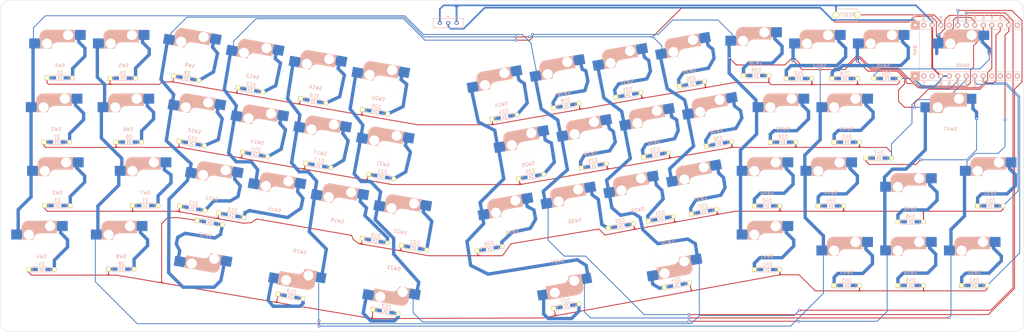
<source format=kicad_pcb>
(kicad_pcb (version 20171130) (host pcbnew "(5.1.5)-3")
  (layers (0 F.Cu signal) (31 B.Cu signal) (34 B.Paste user) (35 F.Paste user) (36 B.SilkS user) (37 F.SilkS user) (38 B.Mask user) (39 F.Mask user) (44 Edge.Cuts user))
  (net 0 "")
  (net 1 "Net-(D1-Pad2)")
  (net 2 Row0)
  (net 3 "Net-(D2-Pad2)")
  (net 4 Row1)
  (net 5 "Net-(D3-Pad2)")
  (net 6 Row2)
  (net 7 "Net-(D4-Pad2)")
  (net 8 Row3)
  (net 9 "Net-(D5-Pad2)")
  (net 10 "Net-(D6-Pad2)")
  (net 11 "Net-(D7-Pad2)")
  (net 12 "Net-(D8-Pad2)")
  (net 13 "Net-(D9-Pad2)")
  (net 14 "Net-(D10-Pad2)")
  (net 15 "Net-(D11-Pad2)")
  (net 16 "Net-(D12-Pad2)")
  (net 17 "Net-(D13-Pad2)")
  (net 18 "Net-(D14-Pad2)")
  (net 19 "Net-(D15-Pad2)")
  (net 20 "Net-(D16-Pad2)")
  (net 21 "Net-(D17-Pad2)")
  (net 22 "Net-(D18-Pad2)")
  (net 23 "Net-(D19-Pad2)")
  (net 24 "Net-(D20-Pad2)")
  (net 25 "Net-(D21-Pad2)")
  (net 26 "Net-(D22-Pad2)")
  (net 27 "Net-(D23-Pad2)")
  (net 28 "Net-(D24-Pad2)")
  (net 29 "Net-(D25-Pad2)")
  (net 30 "Net-(D26-Pad2)")
  (net 31 "Net-(D27-Pad2)")
  (net 32 "Net-(D28-Pad1)")
  (net 33 "Net-(D29-Pad1)")
  (net 34 "Net-(D30-Pad1)")
  (net 35 "Net-(D31-Pad1)")
  (net 36 "Net-(D32-Pad1)")
  (net 37 "Net-(D33-Pad1)")
  (net 38 "Net-(D34-Pad1)")
  (net 39 "Net-(D35-Pad1)")
  (net 40 "Net-(D36-Pad1)")
  (net 41 "Net-(D37-Pad1)")
  (net 42 "Net-(D38-Pad1)")
  (net 43 "Net-(D39-Pad1)")
  (net 44 "Net-(D40-Pad1)")
  (net 45 "Net-(D41-Pad1)")
  (net 46 "Net-(D42-Pad1)")
  (net 47 "Net-(D43-Pad1)")
  (net 48 "Net-(D44-Pad1)")
  (net 49 "Net-(D45-Pad1)")
  (net 50 "Net-(D46-Pad1)")
  (net 51 "Net-(D47-Pad1)")
  (net 52 "Net-(D48-Pad1)")
  (net 53 "Net-(D49-Pad1)")
  (net 54 "Net-(D50-Pad1)")
  (net 55 "Net-(D51-Pad1)")
  (net 56 "Net-(D52-Pad1)")
  (net 57 GND)
  (net 58 Bat+)
  (net 59 Col0)
  (net 60 Col1)
  (net 61 Col2)
  (net 62 Col3)
  (net 63 Col4)
  (net 64 Col5)
  (net 65 Col6)
  (net 66 Reset)
  (net 67 "Net-(U1-Pad1)")
  (net 68 "Net-(U1-Pad2)")
  (net 69 "Net-(U1-Pad9)")
  (net 70 "Net-(U1-Pad10)")
  (net 71 "Net-(U1-Pad11)")
  (net 72 "Net-(U1-Pad12)")
  (net 73 "Net-(U1-Pad13)")
  (net 74 VCC)
  (net 75 "Net-(U1-Pad24)")
  (module kbd_Parts:Battery_XH2.5_GL (layer B.Cu) (at 152.4 23.8125 180)
    (fp_text reference J1)
    (fp_text value Conn_01x02 hide)
    (pad 2 thru_hole oval (at -2.5 -0.05 180) (size 1.3 1) (drill oval 0.8 0.5) (layers *.Cu *.Mask) (net 57 GND) (clearance 0.15))
    (pad 1 thru_hole oval (at 0 -0.05 180) (size 1.3 1) (drill oval 0.8 0.5) (layers *.Cu *.Mask) (net 58 Bat+) (clearance 0.15))
    (pad 2 thru_hole oval (at 2.5 -0.05 180) (size 1.3 1) (drill oval 0.8 0.5) (layers *.Cu *.Mask) (net 57 GND) (clearance 0.15))
  )
  (module kbd_Parts:ResetSW (layer F.Cu) (at 271.4625 21.43125)
    (fp_text reference SW53 hide)
    (fp_text value SW_PUSH)
    (fp_text user RESET (at 0.127 0) (layer B.SilkS) (effects (justify mirror)))
    (pad 2 thru_hole circle (at -3.25 0) (size 2 2) (drill 1.3) (layers *.Cu *.Mask F.SilkS) (net 57 GND))
    (pad 1 thru_hole circle (at 3.25 0) (size 2 2) (drill 1.3) (layers *.Cu *.Mask F.SilkS) (net 66 Reset))
  )
  (module kbd_Parts:Diode_TH_SMD (layer F.Cu) (at 309.5625 102.39375)
    (fp_text reference D52 (at 0 -1.63) (layer B.SilkS) (effects (font (thickness 0.125)) (justify mirror)))
    (fp_text value D hide)
    (pad 2 thru_hole circle (at 3.81 0) (size 1.397 1.397) (drill 0.8128) (layers *.Cu *.Mask F.SilkS) (net 8 Row3))
    (pad 1 thru_hole rect (at -3.81 0) (size 1.397 1.397) (drill 0.8128) (layers *.Cu *.Mask F.SilkS) (net 56 "Net-(D52-Pad1)"))
    (pad 1 smd rect (at -1.775 0) (size 1.3 0.95) (layers B.Cu B.Paste B.Mask) (net 56 "Net-(D52-Pad1)"))
    (pad 2 smd rect (at 1.775 0) (size 1.3 0.95) (layers B.Cu B.Paste B.Mask) (net 8 Row3))
  )
  (module kbd_Parts:Diode_TH_SMD (layer F.Cu) (at 314.325 78.58125)
    (fp_text reference D51 (at 0 -1.63) (layer B.SilkS) (effects (font (thickness 0.125)) (justify mirror)))
    (fp_text value D hide)
    (pad 2 thru_hole circle (at 3.81 0) (size 1.397 1.397) (drill 0.8128) (layers *.Cu *.Mask F.SilkS) (net 6 Row2))
    (pad 1 thru_hole rect (at -3.81 0) (size 1.397 1.397) (drill 0.8128) (layers *.Cu *.Mask F.SilkS) (net 55 "Net-(D51-Pad1)"))
    (pad 1 smd rect (at -1.775 0) (size 1.3 0.95) (layers B.Cu B.Paste B.Mask) (net 55 "Net-(D51-Pad1)"))
    (pad 2 smd rect (at 1.775 0) (size 1.3 0.95) (layers B.Cu B.Paste B.Mask) (net 6 Row2))
  )
  (module kbd_Parts:Diode_TH_SMD (layer F.Cu) (at 283.36875 40.48125)
    (fp_text reference D50 (at 0 -1.63) (layer B.SilkS) (effects (font (thickness 0.125)) (justify mirror)))
    (fp_text value D hide)
    (pad 2 thru_hole circle (at 3.81 0) (size 1.397 1.397) (drill 0.8128) (layers *.Cu *.Mask F.SilkS) (net 2 Row0))
    (pad 1 thru_hole rect (at -3.81 0) (size 1.397 1.397) (drill 0.8128) (layers *.Cu *.Mask F.SilkS) (net 54 "Net-(D50-Pad1)"))
    (pad 1 smd rect (at -1.775 0) (size 1.3 0.95) (layers B.Cu B.Paste B.Mask) (net 54 "Net-(D50-Pad1)"))
    (pad 2 smd rect (at 1.775 0) (size 1.3 0.95) (layers B.Cu B.Paste B.Mask) (net 2 Row0))
  )
  (module kbd_Parts:Diode_TH_SMD (layer F.Cu) (at 290.5125 102.39375)
    (fp_text reference D49 (at 0 -1.63) (layer B.SilkS) (effects (font (thickness 0.125)) (justify mirror)))
    (fp_text value D hide)
    (pad 2 thru_hole circle (at 3.81 0) (size 1.397 1.397) (drill 0.8128) (layers *.Cu *.Mask F.SilkS) (net 8 Row3))
    (pad 1 thru_hole rect (at -3.81 0) (size 1.397 1.397) (drill 0.8128) (layers *.Cu *.Mask F.SilkS) (net 53 "Net-(D49-Pad1)"))
    (pad 1 smd rect (at -1.775 0) (size 1.3 0.95) (layers B.Cu B.Paste B.Mask) (net 53 "Net-(D49-Pad1)"))
    (pad 2 smd rect (at 1.775 0) (size 1.3 0.95) (layers B.Cu B.Paste B.Mask) (net 8 Row3))
  )
  (module kbd_Parts:Diode_TH_SMD (layer F.Cu) (at 290.5125 83.34375)
    (fp_text reference D48 (at 0 -1.63) (layer B.SilkS) (effects (font (thickness 0.125)) (justify mirror)))
    (fp_text value D hide)
    (pad 2 thru_hole circle (at 3.81 0) (size 1.397 1.397) (drill 0.8128) (layers *.Cu *.Mask F.SilkS) (net 6 Row2))
    (pad 1 thru_hole rect (at -3.81 0) (size 1.397 1.397) (drill 0.8128) (layers *.Cu *.Mask F.SilkS) (net 52 "Net-(D48-Pad1)"))
    (pad 1 smd rect (at -1.775 0) (size 1.3 0.95) (layers B.Cu B.Paste B.Mask) (net 52 "Net-(D48-Pad1)"))
    (pad 2 smd rect (at 1.775 0) (size 1.3 0.95) (layers B.Cu B.Paste B.Mask) (net 6 Row2))
  )
  (module kbd_Parts:Diode_TH_SMD (layer F.Cu) (at 280.9875 64.29375)
    (fp_text reference D47 (at 0 -1.63) (layer B.SilkS) (effects (font (thickness 0.125)) (justify mirror)))
    (fp_text value D hide)
    (pad 2 thru_hole circle (at 3.81 0) (size 1.397 1.397) (drill 0.8128) (layers *.Cu *.Mask F.SilkS) (net 4 Row1))
    (pad 1 thru_hole rect (at -3.81 0) (size 1.397 1.397) (drill 0.8128) (layers *.Cu *.Mask F.SilkS) (net 51 "Net-(D47-Pad1)"))
    (pad 1 smd rect (at -1.775 0) (size 1.3 0.95) (layers B.Cu B.Paste B.Mask) (net 51 "Net-(D47-Pad1)"))
    (pad 2 smd rect (at 1.775 0) (size 1.3 0.95) (layers B.Cu B.Paste B.Mask) (net 4 Row1))
  )
  (module kbd_Parts:Diode_TH_SMD (layer F.Cu) (at 270.85625 40.48125)
    (fp_text reference D46 (at 0 -1.63) (layer B.SilkS) (effects (font (thickness 0.125)) (justify mirror)))
    (fp_text value D hide)
    (pad 2 thru_hole circle (at 3.81 0) (size 1.397 1.397) (drill 0.8128) (layers *.Cu *.Mask F.SilkS) (net 2 Row0))
    (pad 1 thru_hole rect (at -3.81 0) (size 1.397 1.397) (drill 0.8128) (layers *.Cu *.Mask F.SilkS) (net 50 "Net-(D46-Pad1)"))
    (pad 1 smd rect (at -1.775 0) (size 1.3 0.95) (layers B.Cu B.Paste B.Mask) (net 50 "Net-(D46-Pad1)"))
    (pad 2 smd rect (at 1.775 0) (size 1.3 0.95) (layers B.Cu B.Paste B.Mask) (net 2 Row0))
  )
  (module kbd_Parts:Diode_TH_SMD (layer F.Cu) (at 271.4625 102.39375)
    (fp_text reference D45 (at 0 -1.63) (layer B.SilkS) (effects (font (thickness 0.125)) (justify mirror)))
    (fp_text value D hide)
    (pad 2 thru_hole circle (at 3.81 0) (size 1.397 1.397) (drill 0.8128) (layers *.Cu *.Mask F.SilkS) (net 8 Row3))
    (pad 1 thru_hole rect (at -3.81 0) (size 1.397 1.397) (drill 0.8128) (layers *.Cu *.Mask F.SilkS) (net 49 "Net-(D45-Pad1)"))
    (pad 1 smd rect (at -1.775 0) (size 1.3 0.95) (layers B.Cu B.Paste B.Mask) (net 49 "Net-(D45-Pad1)"))
    (pad 2 smd rect (at 1.775 0) (size 1.3 0.95) (layers B.Cu B.Paste B.Mask) (net 8 Row3))
  )
  (module kbd_Parts:Diode_TH_SMD (layer F.Cu) (at 266.7 78.58125)
    (fp_text reference D44 (at 0 -1.63) (layer B.SilkS) (effects (font (thickness 0.125)) (justify mirror)))
    (fp_text value D hide)
    (pad 2 thru_hole circle (at 3.81 0) (size 1.397 1.397) (drill 0.8128) (layers *.Cu *.Mask F.SilkS) (net 6 Row2))
    (pad 1 thru_hole rect (at -3.81 0) (size 1.397 1.397) (drill 0.8128) (layers *.Cu *.Mask F.SilkS) (net 48 "Net-(D44-Pad1)"))
    (pad 1 smd rect (at -1.775 0) (size 1.3 0.95) (layers B.Cu B.Paste B.Mask) (net 48 "Net-(D44-Pad1)"))
    (pad 2 smd rect (at 1.775 0) (size 1.3 0.95) (layers B.Cu B.Paste B.Mask) (net 6 Row2))
  )
  (module kbd_Parts:Diode_TH_SMD (layer F.Cu) (at 271.4625 59.53125)
    (fp_text reference D43 (at 0 -1.63) (layer B.SilkS) (effects (font (thickness 0.125)) (justify mirror)))
    (fp_text value D hide)
    (pad 2 thru_hole circle (at 3.81 0) (size 1.397 1.397) (drill 0.8128) (layers *.Cu *.Mask F.SilkS) (net 4 Row1))
    (pad 1 thru_hole rect (at -3.81 0) (size 1.397 1.397) (drill 0.8128) (layers *.Cu *.Mask F.SilkS) (net 47 "Net-(D43-Pad1)"))
    (pad 1 smd rect (at -1.775 0) (size 1.3 0.95) (layers B.Cu B.Paste B.Mask) (net 47 "Net-(D43-Pad1)"))
    (pad 2 smd rect (at 1.775 0) (size 1.3 0.95) (layers B.Cu B.Paste B.Mask) (net 4 Row1))
  )
  (module kbd_Parts:Diode_TH_SMD (layer F.Cu) (at 257.175 40.48125)
    (fp_text reference D42 (at 0 -1.63) (layer B.SilkS) (effects (font (thickness 0.125)) (justify mirror)))
    (fp_text value D hide)
    (pad 2 thru_hole circle (at 3.81 0) (size 1.397 1.397) (drill 0.8128) (layers *.Cu *.Mask F.SilkS) (net 2 Row0))
    (pad 1 thru_hole rect (at -3.81 0) (size 1.397 1.397) (drill 0.8128) (layers *.Cu *.Mask F.SilkS) (net 46 "Net-(D42-Pad1)"))
    (pad 1 smd rect (at -1.775 0) (size 1.3 0.95) (layers B.Cu B.Paste B.Mask) (net 46 "Net-(D42-Pad1)"))
    (pad 2 smd rect (at 1.775 0) (size 1.3 0.95) (layers B.Cu B.Paste B.Mask) (net 2 Row0))
  )
  (module kbd_Parts:Diode_TH_SMD (layer F.Cu) (at 247.65 97.63125)
    (fp_text reference D41 (at 0 -1.63) (layer B.SilkS) (effects (font (thickness 0.125)) (justify mirror)))
    (fp_text value D hide)
    (pad 2 thru_hole circle (at 3.81 0) (size 1.397 1.397) (drill 0.8128) (layers *.Cu *.Mask F.SilkS) (net 8 Row3))
    (pad 1 thru_hole rect (at -3.81 0) (size 1.397 1.397) (drill 0.8128) (layers *.Cu *.Mask F.SilkS) (net 45 "Net-(D41-Pad1)"))
    (pad 1 smd rect (at -1.775 0) (size 1.3 0.95) (layers B.Cu B.Paste B.Mask) (net 45 "Net-(D41-Pad1)"))
    (pad 2 smd rect (at 1.775 0) (size 1.3 0.95) (layers B.Cu B.Paste B.Mask) (net 8 Row3))
  )
  (module kbd_Parts:Diode_TH_SMD (layer F.Cu) (at 247.65 78.58125)
    (fp_text reference D40 (at 0 -1.63) (layer B.SilkS) (effects (font (thickness 0.125)) (justify mirror)))
    (fp_text value D hide)
    (pad 2 thru_hole circle (at 3.81 0) (size 1.397 1.397) (drill 0.8128) (layers *.Cu *.Mask F.SilkS) (net 6 Row2))
    (pad 1 thru_hole rect (at -3.81 0) (size 1.397 1.397) (drill 0.8128) (layers *.Cu *.Mask F.SilkS) (net 44 "Net-(D40-Pad1)"))
    (pad 1 smd rect (at -1.775 0) (size 1.3 0.95) (layers B.Cu B.Paste B.Mask) (net 44 "Net-(D40-Pad1)"))
    (pad 2 smd rect (at 1.775 0) (size 1.3 0.95) (layers B.Cu B.Paste B.Mask) (net 6 Row2))
  )
  (module kbd_Parts:Diode_TH_SMD (layer F.Cu) (at 252.4125 59.53125)
    (fp_text reference D39 (at 0 -1.63) (layer B.SilkS) (effects (font (thickness 0.125)) (justify mirror)))
    (fp_text value D hide)
    (pad 2 thru_hole circle (at 3.81 0) (size 1.397 1.397) (drill 0.8128) (layers *.Cu *.Mask F.SilkS) (net 4 Row1))
    (pad 1 thru_hole rect (at -3.81 0) (size 1.397 1.397) (drill 0.8128) (layers *.Cu *.Mask F.SilkS) (net 43 "Net-(D39-Pad1)"))
    (pad 1 smd rect (at -1.775 0) (size 1.3 0.95) (layers B.Cu B.Paste B.Mask) (net 43 "Net-(D39-Pad1)"))
    (pad 2 smd rect (at 1.775 0) (size 1.3 0.95) (layers B.Cu B.Paste B.Mask) (net 4 Row1))
  )
  (module kbd_Parts:Diode_TH_SMD (layer F.Cu) (at 244.4 39.6)
    (fp_text reference D38 (at 0 -1.63) (layer B.SilkS) (effects (font (thickness 0.125)) (justify mirror)))
    (fp_text value D hide)
    (pad 2 thru_hole circle (at 3.81 0) (size 1.397 1.397) (drill 0.8128) (layers *.Cu *.Mask F.SilkS) (net 2 Row0))
    (pad 1 thru_hole rect (at -3.81 0) (size 1.397 1.397) (drill 0.8128) (layers *.Cu *.Mask F.SilkS) (net 42 "Net-(D38-Pad1)"))
    (pad 1 smd rect (at -1.775 0) (size 1.3 0.95) (layers B.Cu B.Paste B.Mask) (net 42 "Net-(D38-Pad1)"))
    (pad 2 smd rect (at 1.775 0) (size 1.3 0.95) (layers B.Cu B.Paste B.Mask) (net 2 Row0))
  )
  (module kbd_Parts:Diode_TH_SMD (layer F.Cu) (at 228.8 80.3 10)
    (fp_text reference D37 (at 0 -1.63 10) (layer B.SilkS) (effects (font (thickness 0.125)) (justify mirror)))
    (fp_text value D hide)
    (pad 2 thru_hole circle (at 3.81 0 10) (size 1.397 1.397) (drill 0.8128) (layers *.Cu *.Mask F.SilkS) (net 6 Row2))
    (pad 1 thru_hole rect (at -3.81 0 10) (size 1.397 1.397) (drill 0.8128) (layers *.Cu *.Mask F.SilkS) (net 41 "Net-(D37-Pad1)"))
    (pad 1 smd rect (at -1.775 0 10) (size 1.3 0.95) (layers B.Cu B.Paste B.Mask) (net 41 "Net-(D37-Pad1)"))
    (pad 2 smd rect (at 1.775 0 10) (size 1.3 0.95) (layers B.Cu B.Paste B.Mask) (net 6 Row2))
  )
  (module kbd_Parts:Diode_TH_SMD (layer F.Cu) (at 233.3 60 10)
    (fp_text reference D36 (at 0 -1.63 10) (layer B.SilkS) (effects (font (thickness 0.125)) (justify mirror)))
    (fp_text value D hide)
    (pad 2 thru_hole circle (at 3.81 0 10) (size 1.397 1.397) (drill 0.8128) (layers *.Cu *.Mask F.SilkS) (net 4 Row1))
    (pad 1 thru_hole rect (at -3.81 0 10) (size 1.397 1.397) (drill 0.8128) (layers *.Cu *.Mask F.SilkS) (net 40 "Net-(D36-Pad1)"))
    (pad 1 smd rect (at -1.775 0 10) (size 1.3 0.95) (layers B.Cu B.Paste B.Mask) (net 40 "Net-(D36-Pad1)"))
    (pad 2 smd rect (at 1.775 0 10) (size 1.3 0.95) (layers B.Cu B.Paste B.Mask) (net 4 Row1))
  )
  (module kbd_Parts:Diode_TH_SMD (layer F.Cu) (at 225.2 42.1 10)
    (fp_text reference D35 (at 0 -1.63 10) (layer B.SilkS) (effects (font (thickness 0.125)) (justify mirror)))
    (fp_text value D hide)
    (pad 2 thru_hole circle (at 3.81 0 10) (size 1.397 1.397) (drill 0.8128) (layers *.Cu *.Mask F.SilkS) (net 2 Row0))
    (pad 1 thru_hole rect (at -3.81 0 10) (size 1.397 1.397) (drill 0.8128) (layers *.Cu *.Mask F.SilkS) (net 39 "Net-(D35-Pad1)"))
    (pad 1 smd rect (at -1.775 0 10) (size 1.3 0.95) (layers B.Cu B.Paste B.Mask) (net 39 "Net-(D35-Pad1)"))
    (pad 2 smd rect (at 1.775 0 10) (size 1.3 0.95) (layers B.Cu B.Paste B.Mask) (net 2 Row0))
  )
  (module kbd_Parts:Diode_TH_SMD (layer F.Cu) (at 220.7 102.3 10)
    (fp_text reference D34 (at 0 -1.63 10) (layer B.SilkS) (effects (font (thickness 0.125)) (justify mirror)))
    (fp_text value D hide)
    (pad 2 thru_hole circle (at 3.81 0 10) (size 1.397 1.397) (drill 0.8128) (layers *.Cu *.Mask F.SilkS) (net 8 Row3))
    (pad 1 thru_hole rect (at -3.81 0 10) (size 1.397 1.397) (drill 0.8128) (layers *.Cu *.Mask F.SilkS) (net 38 "Net-(D34-Pad1)"))
    (pad 1 smd rect (at -1.775 0 10) (size 1.3 0.95) (layers B.Cu B.Paste B.Mask) (net 38 "Net-(D34-Pad1)"))
    (pad 2 smd rect (at 1.775 0 10) (size 1.3 0.95) (layers B.Cu B.Paste B.Mask) (net 8 Row3))
  )
  (module kbd_Parts:Diode_TH_SMD (layer F.Cu) (at 216 82.4 10)
    (fp_text reference D33 (at 0 -1.63 10) (layer B.SilkS) (effects (font (thickness 0.125)) (justify mirror)))
    (fp_text value D hide)
    (pad 2 thru_hole circle (at 3.81 0 10) (size 1.397 1.397) (drill 0.8128) (layers *.Cu *.Mask F.SilkS) (net 6 Row2))
    (pad 1 thru_hole rect (at -3.81 0 10) (size 1.397 1.397) (drill 0.8128) (layers *.Cu *.Mask F.SilkS) (net 37 "Net-(D33-Pad1)"))
    (pad 1 smd rect (at -1.775 0 10) (size 1.3 0.95) (layers B.Cu B.Paste B.Mask) (net 37 "Net-(D33-Pad1)"))
    (pad 2 smd rect (at 1.775 0 10) (size 1.3 0.95) (layers B.Cu B.Paste B.Mask) (net 6 Row2))
  )
  (module kbd_Parts:Diode_TH_SMD (layer F.Cu) (at 214.5 63.3 10)
    (fp_text reference D32 (at 0 -1.63 10) (layer B.SilkS) (effects (font (thickness 0.125)) (justify mirror)))
    (fp_text value D hide)
    (pad 2 thru_hole circle (at 3.81 0 10) (size 1.397 1.397) (drill 0.8128) (layers *.Cu *.Mask F.SilkS) (net 4 Row1))
    (pad 1 thru_hole rect (at -3.81 0 10) (size 1.397 1.397) (drill 0.8128) (layers *.Cu *.Mask F.SilkS) (net 36 "Net-(D32-Pad1)"))
    (pad 1 smd rect (at -1.775 0 10) (size 1.3 0.95) (layers B.Cu B.Paste B.Mask) (net 36 "Net-(D32-Pad1)"))
    (pad 2 smd rect (at 1.775 0 10) (size 1.3 0.95) (layers B.Cu B.Paste B.Mask) (net 4 Row1))
  )
  (module kbd_Parts:Diode_TH_SMD (layer F.Cu) (at 206.2 45.4 10)
    (fp_text reference D31 (at 0 -1.63 10) (layer B.SilkS) (effects (font (thickness 0.125)) (justify mirror)))
    (fp_text value D hide)
    (pad 2 thru_hole circle (at 3.81 0 10) (size 1.397 1.397) (drill 0.8128) (layers *.Cu *.Mask F.SilkS) (net 2 Row0))
    (pad 1 thru_hole rect (at -3.81 0 10) (size 1.397 1.397) (drill 0.8128) (layers *.Cu *.Mask F.SilkS) (net 35 "Net-(D31-Pad1)"))
    (pad 1 smd rect (at -1.775 0 10) (size 1.3 0.95) (layers B.Cu B.Paste B.Mask) (net 35 "Net-(D31-Pad1)"))
    (pad 2 smd rect (at 1.775 0 10) (size 1.3 0.95) (layers B.Cu B.Paste B.Mask) (net 2 Row0))
  )
  (module kbd_Parts:Diode_TH_SMD (layer F.Cu) (at 204 84.6 10)
    (fp_text reference D30 (at 0 -1.63 10) (layer B.SilkS) (effects (font (thickness 0.125)) (justify mirror)))
    (fp_text value D hide)
    (pad 2 thru_hole circle (at 3.81 0 10) (size 1.397 1.397) (drill 0.8128) (layers *.Cu *.Mask F.SilkS) (net 6 Row2))
    (pad 1 thru_hole rect (at -3.81 0 10) (size 1.397 1.397) (drill 0.8128) (layers *.Cu *.Mask F.SilkS) (net 34 "Net-(D30-Pad1)"))
    (pad 1 smd rect (at -1.775 0 10) (size 1.3 0.95) (layers B.Cu B.Paste B.Mask) (net 34 "Net-(D30-Pad1)"))
    (pad 2 smd rect (at 1.775 0 10) (size 1.3 0.95) (layers B.Cu B.Paste B.Mask) (net 6 Row2))
  )
  (module kbd_Parts:Diode_TH_SMD (layer F.Cu) (at 195.9 66.6 10)
    (fp_text reference D29 (at 0 -1.63 10) (layer B.SilkS) (effects (font (thickness 0.125)) (justify mirror)))
    (fp_text value D hide)
    (pad 2 thru_hole circle (at 3.81 0 10) (size 1.397 1.397) (drill 0.8128) (layers *.Cu *.Mask F.SilkS) (net 4 Row1))
    (pad 1 thru_hole rect (at -3.81 0 10) (size 1.397 1.397) (drill 0.8128) (layers *.Cu *.Mask F.SilkS) (net 33 "Net-(D29-Pad1)"))
    (pad 1 smd rect (at -1.775 0 10) (size 1.3 0.95) (layers B.Cu B.Paste B.Mask) (net 33 "Net-(D29-Pad1)"))
    (pad 2 smd rect (at 1.775 0 10) (size 1.3 0.95) (layers B.Cu B.Paste B.Mask) (net 4 Row1))
  )
  (module kbd_Parts:Diode_TH_SMD (layer F.Cu) (at 187.7 48.6 10)
    (fp_text reference D28 (at 0 -1.63 10) (layer B.SilkS) (effects (font (thickness 0.125)) (justify mirror)))
    (fp_text value D hide)
    (pad 2 thru_hole circle (at 3.81 0 10) (size 1.397 1.397) (drill 0.8128) (layers *.Cu *.Mask F.SilkS) (net 2 Row0))
    (pad 1 thru_hole rect (at -3.81 0 10) (size 1.397 1.397) (drill 0.8128) (layers *.Cu *.Mask F.SilkS) (net 32 "Net-(D28-Pad1)"))
    (pad 1 smd rect (at -1.775 0 10) (size 1.3 0.95) (layers B.Cu B.Paste B.Mask) (net 32 "Net-(D28-Pad1)"))
    (pad 2 smd rect (at 1.775 0 10) (size 1.3 0.95) (layers B.Cu B.Paste B.Mask) (net 2 Row0))
  )
  (module kbd_Parts:Diode_TH_SMD (layer F.Cu) (at 187.7 108.6 10)
    (fp_text reference D27 (at 0 -1.63 10) (layer B.SilkS) (effects (font (thickness 0.125)) (justify mirror)))
    (fp_text value D hide)
    (pad 2 thru_hole circle (at 3.81 0 10) (size 1.397 1.397) (drill 0.8128) (layers *.Cu *.Mask F.SilkS) (net 31 "Net-(D27-Pad2)"))
    (pad 1 thru_hole rect (at -3.81 0 10) (size 1.397 1.397) (drill 0.8128) (layers *.Cu *.Mask F.SilkS) (net 8 Row3))
    (pad 1 smd rect (at -1.775 0 10) (size 1.3 0.95) (layers B.Cu B.Paste B.Mask) (net 8 Row3))
    (pad 2 smd rect (at 1.775 0 10) (size 1.3 0.95) (layers B.Cu B.Paste B.Mask) (net 31 "Net-(D27-Pad2)"))
  )
  (module kbd_Parts:Diode_TH_SMD (layer F.Cu) (at 164.8 91.4 10)
    (fp_text reference D26 (at 0 -1.63 10) (layer B.SilkS) (effects (font (thickness 0.125)) (justify mirror)))
    (fp_text value D hide)
    (pad 2 thru_hole circle (at 3.81 0 10) (size 1.397 1.397) (drill 0.8128) (layers *.Cu *.Mask F.SilkS) (net 30 "Net-(D26-Pad2)"))
    (pad 1 thru_hole rect (at -3.81 0 10) (size 1.397 1.397) (drill 0.8128) (layers *.Cu *.Mask F.SilkS) (net 6 Row2))
    (pad 1 smd rect (at -1.775 0 10) (size 1.3 0.95) (layers B.Cu B.Paste B.Mask) (net 6 Row2))
    (pad 2 smd rect (at 1.775 0 10) (size 1.3 0.95) (layers B.Cu B.Paste B.Mask) (net 30 "Net-(D26-Pad2)"))
  )
  (module kbd_Parts:Diode_TH_SMD (layer F.Cu) (at 177.2 69.8 10)
    (fp_text reference D25 (at 0 -1.63 10) (layer B.SilkS) (effects (font (thickness 0.125)) (justify mirror)))
    (fp_text value D hide)
    (pad 2 thru_hole circle (at 3.81 0 10) (size 1.397 1.397) (drill 0.8128) (layers *.Cu *.Mask F.SilkS) (net 29 "Net-(D25-Pad2)"))
    (pad 1 thru_hole rect (at -3.81 0 10) (size 1.397 1.397) (drill 0.8128) (layers *.Cu *.Mask F.SilkS) (net 4 Row1))
    (pad 1 smd rect (at -1.775 0 10) (size 1.3 0.95) (layers B.Cu B.Paste B.Mask) (net 4 Row1))
    (pad 2 smd rect (at 1.775 0 10) (size 1.3 0.95) (layers B.Cu B.Paste B.Mask) (net 29 "Net-(D25-Pad2)"))
  )
  (module kbd_Parts:Diode_TH_SMD (layer F.Cu) (at 169.2 52 10)
    (fp_text reference D24 (at 0 -1.63 10) (layer B.SilkS) (effects (font (thickness 0.125)) (justify mirror)))
    (fp_text value D hide)
    (pad 2 thru_hole circle (at 3.81 0 10) (size 1.397 1.397) (drill 0.8128) (layers *.Cu *.Mask F.SilkS) (net 28 "Net-(D24-Pad2)"))
    (pad 1 thru_hole rect (at -3.81 0 10) (size 1.397 1.397) (drill 0.8128) (layers *.Cu *.Mask F.SilkS) (net 2 Row0))
    (pad 1 smd rect (at -1.775 0 10) (size 1.3 0.95) (layers B.Cu B.Paste B.Mask) (net 2 Row0))
    (pad 2 smd rect (at 1.775 0 10) (size 1.3 0.95) (layers B.Cu B.Paste B.Mask) (net 28 "Net-(D24-Pad2)"))
  )
  (module kbd_Parts:Diode_TH_SMD (layer F.Cu) (at 133.7 110.2 350)
    (fp_text reference D23 (at 0 -1.63 170) (layer B.SilkS) (effects (font (thickness 0.125)) (justify mirror)))
    (fp_text value D hide)
    (pad 2 thru_hole circle (at 3.81 0 350) (size 1.397 1.397) (drill 0.8128) (layers *.Cu *.Mask F.SilkS) (net 27 "Net-(D23-Pad2)"))
    (pad 1 thru_hole rect (at -3.81 0 350) (size 1.397 1.397) (drill 0.8128) (layers *.Cu *.Mask F.SilkS) (net 8 Row3))
    (pad 1 smd rect (at -1.775 0 350) (size 1.3 0.95) (layers B.Cu B.Paste B.Mask) (net 8 Row3))
    (pad 2 smd rect (at 1.775 0 350) (size 1.3 0.95) (layers B.Cu B.Paste B.Mask) (net 27 "Net-(D23-Pad2)"))
  )
  (module kbd_Parts:Diode_TH_SMD (layer F.Cu) (at 142.2 91.1 350)
    (fp_text reference D22 (at 0 -1.63 170) (layer B.SilkS) (effects (font (thickness 0.125)) (justify mirror)))
    (fp_text value D hide)
    (pad 2 thru_hole circle (at 3.81 0 350) (size 1.397 1.397) (drill 0.8128) (layers *.Cu *.Mask F.SilkS) (net 26 "Net-(D22-Pad2)"))
    (pad 1 thru_hole rect (at -3.81 0 350) (size 1.397 1.397) (drill 0.8128) (layers *.Cu *.Mask F.SilkS) (net 6 Row2))
    (pad 1 smd rect (at -1.775 0 350) (size 1.3 0.95) (layers B.Cu B.Paste B.Mask) (net 6 Row2))
    (pad 2 smd rect (at 1.775 0 350) (size 1.3 0.95) (layers B.Cu B.Paste B.Mask) (net 26 "Net-(D22-Pad2)"))
  )
  (module kbd_Parts:Diode_TH_SMD (layer F.Cu) (at 132.4 69.8 350)
    (fp_text reference D21 (at 0 -1.63 170) (layer B.SilkS) (effects (font (thickness 0.125)) (justify mirror)))
    (fp_text value D hide)
    (pad 2 thru_hole circle (at 3.81 0 350) (size 1.397 1.397) (drill 0.8128) (layers *.Cu *.Mask F.SilkS) (net 25 "Net-(D21-Pad2)"))
    (pad 1 thru_hole rect (at -3.81 0 350) (size 1.397 1.397) (drill 0.8128) (layers *.Cu *.Mask F.SilkS) (net 4 Row1))
    (pad 1 smd rect (at -1.775 0 350) (size 1.3 0.95) (layers B.Cu B.Paste B.Mask) (net 4 Row1))
    (pad 2 smd rect (at 1.775 0 350) (size 1.3 0.95) (layers B.Cu B.Paste B.Mask) (net 25 "Net-(D21-Pad2)"))
  )
  (module kbd_Parts:Diode_TH_SMD (layer F.Cu) (at 130.6 50.4 350)
    (fp_text reference D20 (at 0 -1.63 170) (layer B.SilkS) (effects (font (thickness 0.125)) (justify mirror)))
    (fp_text value D hide)
    (pad 2 thru_hole circle (at 3.81 0 350) (size 1.397 1.397) (drill 0.8128) (layers *.Cu *.Mask F.SilkS) (net 24 "Net-(D20-Pad2)"))
    (pad 1 thru_hole rect (at -3.81 0 350) (size 1.397 1.397) (drill 0.8128) (layers *.Cu *.Mask F.SilkS) (net 2 Row0))
    (pad 1 smd rect (at -1.775 0 350) (size 1.3 0.95) (layers B.Cu B.Paste B.Mask) (net 2 Row0))
    (pad 2 smd rect (at 1.775 0 350) (size 1.3 0.95) (layers B.Cu B.Paste B.Mask) (net 24 "Net-(D20-Pad2)"))
  )
  (module kbd_Parts:Diode_TH_SMD (layer F.Cu) (at 105.3 105.7 350)
    (fp_text reference D19 (at 0 -1.63 170) (layer B.SilkS) (effects (font (thickness 0.125)) (justify mirror)))
    (fp_text value D hide)
    (pad 2 thru_hole circle (at 3.81 0 350) (size 1.397 1.397) (drill 0.8128) (layers *.Cu *.Mask F.SilkS) (net 23 "Net-(D19-Pad2)"))
    (pad 1 thru_hole rect (at -3.81 0 350) (size 1.397 1.397) (drill 0.8128) (layers *.Cu *.Mask F.SilkS) (net 8 Row3))
    (pad 1 smd rect (at -1.775 0 350) (size 1.3 0.95) (layers B.Cu B.Paste B.Mask) (net 8 Row3))
    (pad 2 smd rect (at 1.775 0 350) (size 1.3 0.95) (layers B.Cu B.Paste B.Mask) (net 23 "Net-(D19-Pad2)"))
  )
  (module kbd_Parts:Diode_TH_SMD (layer F.Cu) (at 130.5 89 350)
    (fp_text reference D18 (at 0 -1.63 170) (layer B.SilkS) (effects (font (thickness 0.125)) (justify mirror)))
    (fp_text value D hide)
    (pad 2 thru_hole circle (at 3.81 0 350) (size 1.397 1.397) (drill 0.8128) (layers *.Cu *.Mask F.SilkS) (net 22 "Net-(D18-Pad2)"))
    (pad 1 thru_hole rect (at -3.81 0 350) (size 1.397 1.397) (drill 0.8128) (layers *.Cu *.Mask F.SilkS) (net 6 Row2))
    (pad 1 smd rect (at -1.775 0 350) (size 1.3 0.95) (layers B.Cu B.Paste B.Mask) (net 6 Row2))
    (pad 2 smd rect (at 1.775 0 350) (size 1.3 0.95) (layers B.Cu B.Paste B.Mask) (net 22 "Net-(D18-Pad2)"))
  )
  (module kbd_Parts:Diode_TH_SMD (layer F.Cu) (at 113.6 66.5 350)
    (fp_text reference D17 (at 0 -1.63 170) (layer B.SilkS) (effects (font (thickness 0.125)) (justify mirror)))
    (fp_text value D hide)
    (pad 2 thru_hole circle (at 3.81 0 350) (size 1.397 1.397) (drill 0.8128) (layers *.Cu *.Mask F.SilkS) (net 21 "Net-(D17-Pad2)"))
    (pad 1 thru_hole rect (at -3.81 0 350) (size 1.397 1.397) (drill 0.8128) (layers *.Cu *.Mask F.SilkS) (net 4 Row1))
    (pad 1 smd rect (at -1.775 0 350) (size 1.3 0.95) (layers B.Cu B.Paste B.Mask) (net 4 Row1))
    (pad 2 smd rect (at 1.775 0 350) (size 1.3 0.95) (layers B.Cu B.Paste B.Mask) (net 21 "Net-(D17-Pad2)"))
  )
  (module kbd_Parts:Diode_TH_SMD (layer F.Cu) (at 112.1 47.2 350)
    (fp_text reference D16 (at 0 -1.63 170) (layer B.SilkS) (effects (font (thickness 0.125)) (justify mirror)))
    (fp_text value D hide)
    (pad 2 thru_hole circle (at 3.81 0 350) (size 1.397 1.397) (drill 0.8128) (layers *.Cu *.Mask F.SilkS) (net 20 "Net-(D16-Pad2)"))
    (pad 1 thru_hole rect (at -3.81 0 350) (size 1.397 1.397) (drill 0.8128) (layers *.Cu *.Mask F.SilkS) (net 2 Row0))
    (pad 1 smd rect (at -1.775 0 350) (size 1.3 0.95) (layers B.Cu B.Paste B.Mask) (net 2 Row0))
    (pad 2 smd rect (at 1.775 0 350) (size 1.3 0.95) (layers B.Cu B.Paste B.Mask) (net 20 "Net-(D16-Pad2)"))
  )
  (module kbd_Parts:Diode_TH_SMD (layer F.Cu) (at 87.648034 81.408226 350)
    (fp_text reference D15 (at 0 -1.63 170) (layer B.SilkS) (effects (font (thickness 0.125)) (justify mirror)))
    (fp_text value D hide)
    (pad 2 thru_hole circle (at 3.81 0 350) (size 1.397 1.397) (drill 0.8128) (layers *.Cu *.Mask F.SilkS) (net 19 "Net-(D15-Pad2)"))
    (pad 1 thru_hole rect (at -3.81 0 350) (size 1.397 1.397) (drill 0.8128) (layers *.Cu *.Mask F.SilkS) (net 6 Row2))
    (pad 1 smd rect (at -1.775 0 350) (size 1.3 0.95) (layers B.Cu B.Paste B.Mask) (net 6 Row2))
    (pad 2 smd rect (at 1.775 0 350) (size 1.3 0.95) (layers B.Cu B.Paste B.Mask) (net 19 "Net-(D15-Pad2)"))
  )
  (module kbd_Parts:Diode_TH_SMD (layer F.Cu) (at 94.7 63.2 350)
    (fp_text reference D14 (at 0 -1.63 170) (layer B.SilkS) (effects (font (thickness 0.125)) (justify mirror)))
    (fp_text value D hide)
    (pad 2 thru_hole circle (at 3.81 0 350) (size 1.397 1.397) (drill 0.8128) (layers *.Cu *.Mask F.SilkS) (net 18 "Net-(D14-Pad2)"))
    (pad 1 thru_hole rect (at -3.81 0 350) (size 1.397 1.397) (drill 0.8128) (layers *.Cu *.Mask F.SilkS) (net 4 Row1))
    (pad 1 smd rect (at -1.775 0 350) (size 1.3 0.95) (layers B.Cu B.Paste B.Mask) (net 4 Row1))
    (pad 2 smd rect (at 1.775 0 350) (size 1.3 0.95) (layers B.Cu B.Paste B.Mask) (net 18 "Net-(D14-Pad2)"))
  )
  (module kbd_Parts:Diode_TH_SMD (layer F.Cu) (at 93.3 43.9 350)
    (fp_text reference D13 (at 0 -1.63 170) (layer B.SilkS) (effects (font (thickness 0.125)) (justify mirror)))
    (fp_text value D hide)
    (pad 2 thru_hole circle (at 3.81 0 350) (size 1.397 1.397) (drill 0.8128) (layers *.Cu *.Mask F.SilkS) (net 17 "Net-(D13-Pad2)"))
    (pad 1 thru_hole rect (at -3.81 0 350) (size 1.397 1.397) (drill 0.8128) (layers *.Cu *.Mask F.SilkS) (net 2 Row0))
    (pad 1 smd rect (at -1.775 0 350) (size 1.3 0.95) (layers B.Cu B.Paste B.Mask) (net 2 Row0))
    (pad 2 smd rect (at 1.775 0 350) (size 1.3 0.95) (layers B.Cu B.Paste B.Mask) (net 17 "Net-(D13-Pad2)"))
  )
  (module kbd_Parts:Diode_TH_SMD (layer F.Cu) (at 81.2 83.6 350)
    (fp_text reference D12 (at 0 -1.63 170) (layer B.SilkS) (effects (font (thickness 0.125)) (justify mirror)))
    (fp_text value D hide)
    (pad 2 thru_hole circle (at 3.81 0 350) (size 1.397 1.397) (drill 0.8128) (layers *.Cu *.Mask F.SilkS) (net 16 "Net-(D12-Pad2)"))
    (pad 1 thru_hole rect (at -3.81 0 350) (size 1.397 1.397) (drill 0.8128) (layers *.Cu *.Mask F.SilkS) (net 8 Row3))
    (pad 1 smd rect (at -1.775 0 350) (size 1.3 0.95) (layers B.Cu B.Paste B.Mask) (net 8 Row3))
    (pad 2 smd rect (at 1.775 0 350) (size 1.3 0.95) (layers B.Cu B.Paste B.Mask) (net 16 "Net-(D12-Pad2)"))
  )
  (module kbd_Parts:Diode_TH_SMD (layer F.Cu) (at 76 79.3 350)
    (fp_text reference D11 (at 0 -1.63 170) (layer B.SilkS) (effects (font (thickness 0.125)) (justify mirror)))
    (fp_text value D hide)
    (pad 2 thru_hole circle (at 3.81 0 350) (size 1.397 1.397) (drill 0.8128) (layers *.Cu *.Mask F.SilkS) (net 15 "Net-(D11-Pad2)"))
    (pad 1 thru_hole rect (at -3.81 0 350) (size 1.397 1.397) (drill 0.8128) (layers *.Cu *.Mask F.SilkS) (net 6 Row2))
    (pad 1 smd rect (at -1.775 0 350) (size 1.3 0.95) (layers B.Cu B.Paste B.Mask) (net 6 Row2))
    (pad 2 smd rect (at 1.775 0 350) (size 1.3 0.95) (layers B.Cu B.Paste B.Mask) (net 15 "Net-(D11-Pad2)"))
  )
  (module kbd_Parts:Diode_TH_SMD (layer F.Cu) (at 75.8 59.9 350)
    (fp_text reference D10 (at 0 -1.63 170) (layer B.SilkS) (effects (font (thickness 0.125)) (justify mirror)))
    (fp_text value D hide)
    (pad 2 thru_hole circle (at 3.81 0 350) (size 1.397 1.397) (drill 0.8128) (layers *.Cu *.Mask F.SilkS) (net 14 "Net-(D10-Pad2)"))
    (pad 1 thru_hole rect (at -3.81 0 350) (size 1.397 1.397) (drill 0.8128) (layers *.Cu *.Mask F.SilkS) (net 4 Row1))
    (pad 1 smd rect (at -1.775 0 350) (size 1.3 0.95) (layers B.Cu B.Paste B.Mask) (net 4 Row1))
    (pad 2 smd rect (at 1.775 0 350) (size 1.3 0.95) (layers B.Cu B.Paste B.Mask) (net 14 "Net-(D10-Pad2)"))
  )
  (module kbd_Parts:Diode_TH_SMD (layer F.Cu) (at 74.2 40.4 350)
    (fp_text reference D9 (at 0 -1.63 170) (layer B.SilkS) (effects (font (thickness 0.125)) (justify mirror)))
    (fp_text value D hide)
    (pad 2 thru_hole circle (at 3.81 0 350) (size 1.397 1.397) (drill 0.8128) (layers *.Cu *.Mask F.SilkS) (net 13 "Net-(D9-Pad2)"))
    (pad 1 thru_hole rect (at -3.81 0 350) (size 1.397 1.397) (drill 0.8128) (layers *.Cu *.Mask F.SilkS) (net 2 Row0))
    (pad 1 smd rect (at -1.775 0 350) (size 1.3 0.95) (layers B.Cu B.Paste B.Mask) (net 2 Row0))
    (pad 2 smd rect (at 1.775 0 350) (size 1.3 0.95) (layers B.Cu B.Paste B.Mask) (net 13 "Net-(D9-Pad2)"))
  )
  (module kbd_Parts:Diode_TH_SMD (layer F.Cu) (at 54.76875 97.5)
    (fp_text reference D8 (at 0 -1.63) (layer B.SilkS) (effects (font (thickness 0.125)) (justify mirror)))
    (fp_text value D hide)
    (pad 2 thru_hole circle (at 3.81 0) (size 1.397 1.397) (drill 0.8128) (layers *.Cu *.Mask F.SilkS) (net 12 "Net-(D8-Pad2)"))
    (pad 1 thru_hole rect (at -3.81 0) (size 1.397 1.397) (drill 0.8128) (layers *.Cu *.Mask F.SilkS) (net 8 Row3))
    (pad 1 smd rect (at -1.775 0) (size 1.3 0.95) (layers B.Cu B.Paste B.Mask) (net 8 Row3))
    (pad 2 smd rect (at 1.775 0) (size 1.3 0.95) (layers B.Cu B.Paste B.Mask) (net 12 "Net-(D8-Pad2)"))
  )
  (module kbd_Parts:Diode_TH_SMD (layer F.Cu) (at 61.9125 78.5)
    (fp_text reference D7 (at 0 -1.63) (layer B.SilkS) (effects (font (thickness 0.125)) (justify mirror)))
    (fp_text value D hide)
    (pad 2 thru_hole circle (at 3.81 0) (size 1.397 1.397) (drill 0.8128) (layers *.Cu *.Mask F.SilkS) (net 11 "Net-(D7-Pad2)"))
    (pad 1 thru_hole rect (at -3.81 0) (size 1.397 1.397) (drill 0.8128) (layers *.Cu *.Mask F.SilkS) (net 6 Row2))
    (pad 1 smd rect (at -1.775 0) (size 1.3 0.95) (layers B.Cu B.Paste B.Mask) (net 6 Row2))
    (pad 2 smd rect (at 1.775 0) (size 1.3 0.95) (layers B.Cu B.Paste B.Mask) (net 11 "Net-(D7-Pad2)"))
  )
  (module kbd_Parts:Diode_TH_SMD (layer F.Cu) (at 57 59.5)
    (fp_text reference D6 (at 0 -1.63) (layer B.SilkS) (effects (font (thickness 0.125)) (justify mirror)))
    (fp_text value D hide)
    (pad 2 thru_hole circle (at 3.81 0) (size 1.397 1.397) (drill 0.8128) (layers *.Cu *.Mask F.SilkS) (net 10 "Net-(D6-Pad2)"))
    (pad 1 thru_hole rect (at -3.81 0) (size 1.397 1.397) (drill 0.8128) (layers *.Cu *.Mask F.SilkS) (net 4 Row1))
    (pad 1 smd rect (at -1.775 0) (size 1.3 0.95) (layers B.Cu B.Paste B.Mask) (net 4 Row1))
    (pad 2 smd rect (at 1.775 0) (size 1.3 0.95) (layers B.Cu B.Paste B.Mask) (net 10 "Net-(D6-Pad2)"))
  )
  (module kbd_Parts:Diode_TH_SMD (layer F.Cu) (at 55.2 40.4)
    (fp_text reference D5 (at 0 -1.63) (layer B.SilkS) (effects (font (thickness 0.125)) (justify mirror)))
    (fp_text value D hide)
    (pad 2 thru_hole circle (at 3.81 0) (size 1.397 1.397) (drill 0.8128) (layers *.Cu *.Mask F.SilkS) (net 9 "Net-(D5-Pad2)"))
    (pad 1 thru_hole rect (at -3.81 0) (size 1.397 1.397) (drill 0.8128) (layers *.Cu *.Mask F.SilkS) (net 2 Row0))
    (pad 1 smd rect (at -1.775 0) (size 1.3 0.95) (layers B.Cu B.Paste B.Mask) (net 2 Row0))
    (pad 2 smd rect (at 1.775 0) (size 1.3 0.95) (layers B.Cu B.Paste B.Mask) (net 9 "Net-(D5-Pad2)"))
  )
  (module kbd_Parts:Diode_TH_SMD (layer F.Cu) (at 30.95625 97.6)
    (fp_text reference D4 (at 0 -1.63) (layer B.SilkS) (effects (font (thickness 0.125)) (justify mirror)))
    (fp_text value D hide)
    (pad 2 thru_hole circle (at 3.81 0) (size 1.397 1.397) (drill 0.8128) (layers *.Cu *.Mask F.SilkS) (net 7 "Net-(D4-Pad2)"))
    (pad 1 thru_hole rect (at -3.81 0) (size 1.397 1.397) (drill 0.8128) (layers *.Cu *.Mask F.SilkS) (net 8 Row3))
    (pad 1 smd rect (at -1.775 0) (size 1.3 0.95) (layers B.Cu B.Paste B.Mask) (net 8 Row3))
    (pad 2 smd rect (at 1.775 0) (size 1.3 0.95) (layers B.Cu B.Paste B.Mask) (net 7 "Net-(D4-Pad2)"))
  )
  (module kbd_Parts:Diode_TH_SMD (layer F.Cu) (at 35.7 78.5)
    (fp_text reference D3 (at 0 -1.63) (layer B.SilkS) (effects (font (thickness 0.125)) (justify mirror)))
    (fp_text value D hide)
    (pad 2 thru_hole circle (at 3.81 0) (size 1.397 1.397) (drill 0.8128) (layers *.Cu *.Mask F.SilkS) (net 5 "Net-(D3-Pad2)"))
    (pad 1 thru_hole rect (at -3.81 0) (size 1.397 1.397) (drill 0.8128) (layers *.Cu *.Mask F.SilkS) (net 6 Row2))
    (pad 1 smd rect (at -1.775 0) (size 1.3 0.95) (layers B.Cu B.Paste B.Mask) (net 6 Row2))
    (pad 2 smd rect (at 1.775 0) (size 1.3 0.95) (layers B.Cu B.Paste B.Mask) (net 5 "Net-(D3-Pad2)"))
  )
  (module kbd_Parts:Diode_TH_SMD (layer F.Cu) (at 35.5 59.5)
    (fp_text reference D2 (at 0 -1.63) (layer B.SilkS) (effects (font (thickness 0.125)) (justify mirror)))
    (fp_text value D hide)
    (pad 2 thru_hole circle (at 3.81 0) (size 1.397 1.397) (drill 0.8128) (layers *.Cu *.Mask F.SilkS) (net 3 "Net-(D2-Pad2)"))
    (pad 1 thru_hole rect (at -3.81 0) (size 1.397 1.397) (drill 0.8128) (layers *.Cu *.Mask F.SilkS) (net 4 Row1))
    (pad 1 smd rect (at -1.775 0) (size 1.3 0.95) (layers B.Cu B.Paste B.Mask) (net 4 Row1))
    (pad 2 smd rect (at 1.775 0) (size 1.3 0.95) (layers B.Cu B.Paste B.Mask) (net 3 "Net-(D2-Pad2)"))
  )
  (module kbd_Parts:Diode_TH_SMD (layer F.Cu) (at 36.4 40.3)
    (fp_text reference D1 (at 0 -1.63) (layer B.SilkS) (effects (font (thickness 0.125)) (justify mirror)))
    (fp_text value D hide)
    (pad 2 thru_hole circle (at 3.81 0) (size 1.397 1.397) (drill 0.8128) (layers *.Cu *.Mask F.SilkS) (net 1 "Net-(D1-Pad2)"))
    (pad 1 thru_hole rect (at -3.81 0) (size 1.397 1.397) (drill 0.8128) (layers *.Cu *.Mask F.SilkS) (net 2 Row0))
    (pad 1 smd rect (at -1.775 0) (size 1.3 0.95) (layers B.Cu B.Paste B.Mask) (net 2 Row0))
    (pad 2 smd rect (at 1.775 0) (size 1.3 0.95) (layers B.Cu B.Paste B.Mask) (net 1 "Net-(D1-Pad2)"))
  )
  (module kbd_Parts:Micon_BMP_GL (layer B.Cu) (at 308.9 32.1 270)
    (fp_text reference U1 hide)
    (fp_text value BLEMicroPro hide)
    (fp_text user BMP (at 0 17 270) (layer B.SilkS) (effects (justify mirror)))
    (fp_text user BAT- (at 10.1 17.018 270) (layer B.SilkS) (effects (font (size 0.75 0.5) (thickness 0.125)) (justify mirror)))
    (fp_text user BAT+ (at -9.9155 17.018 270) (layer B.SilkS) (effects (font (size 0.75 0.5) (thickness 0.125)) (justify mirror)))
    (fp_text user "" (at -1.2065 16.256 90) (layer F.SilkS))
    (fp_text user "" (at -1.2065 16.256 90) (layer F.SilkS))
    (fp_text user RAW (at -9.7155 14.478 270) (layer B.SilkS) (effects (font (size 0.75 0.5) (thickness 0.125)) (justify mirror)))
    (fp_text user LED (at 9.8 14.478 270) (layer B.SilkS) (effects (font (size 0.75 0.5) (thickness 0.125)) (justify mirror)))
    (fp_text user GND (at 9.9 6.8 90) (layer B.SilkS) (effects (font (size 0.75 0.5) (thickness 0.125)) (justify mirror)))
    (fp_text user RST (at -9.7155 9.3345 270) (layer B.SilkS) (effects (font (size 0.75 0.5) (thickness 0.125)) (justify mirror)))
    (fp_text user GND (at 9.9 9.3345 90) (layer B.SilkS) (effects (font (size 0.75 0.5) (thickness 0.125)) (justify mirror)))
    (fp_text user VCC (at -9.7155 6.858 270) (layer B.SilkS) (effects (font (size 0.75 0.5) (thickness 0.125)) (justify mirror)))
    (fp_text user GND (at -9.7 12 90) (layer B.SilkS) (effects (font (size 0.75 0.5) (thickness 0.125)) (justify mirror)))
    (fp_text user Col3 (at -9.9 -3.35 90) (layer B.SilkS) (effects (font (size 0.75 0.5) (thickness 0.125)) (justify mirror)))
    (fp_text user Row2 (at 10.1 -0.8 90) (layer B.SilkS) (effects (font (size 0.75 0.5) (thickness 0.125)) (justify mirror)))
    (fp_text user Col2 (at -9.9 -0.762 90) (layer B.SilkS) (effects (font (size 0.75 0.5) (thickness 0.125)) (justify mirror)))
    (fp_text user Row1 (at 10.1 1.8 90) (layer B.SilkS) (effects (font (size 0.75 0.5) (thickness 0.125)) (justify mirror)))
    (fp_text user Col1 (at -9.85 1.778 90) (layer B.SilkS) (effects (font (size 0.75 0.5) (thickness 0.125)) (justify mirror)))
    (fp_text user Row0 (at 10.1 4.318 90) (layer B.SilkS) (effects (font (size 0.75 0.5) (thickness 0.125)) (justify mirror)))
    (fp_text user Col0 (at -9.9 4.3 90) (layer B.SilkS) (effects (font (size 0.75 0.5) (thickness 0.125)) (justify mirror)))
    (fp_text user Col6 (at -9.95 -10.95 90) (layer B.SilkS) (effects (font (size 0.75 0.5) (thickness 0.125)) (justify mirror)))
    (fp_text user Col5 (at -9.95 -8.4455 90) (layer B.SilkS) (effects (font (size 0.75 0.5) (thickness 0.125)) (justify mirror)))
    (fp_text user Col4 (at -9.95 -5.85 90) (layer B.SilkS) (effects (font (size 0.75 0.5) (thickness 0.125)) (justify mirror)))
    (fp_text user Row3 (at 10.1 -3.302 90) (layer B.SilkS) (effects (font (size 0.75 0.5) (thickness 0.125)) (justify mirror)))
    (pad 25 thru_hole circle (at -7.5636 17.018 270) (size 1.524 1.524) (drill 0.8128) (layers *.Cu *.Mask B.SilkS) (net 58 Bat+))
    (pad 26 thru_hole circle (at 7.6564 17.018 270) (size 1.524 1.524) (drill 0.8128) (layers *.Cu *.Mask B.SilkS) (net 57 GND))
    (pad 1 thru_hole circle (at 7.6564 14.478 270) (size 1.524 1.524) (drill 0.8128) (layers *.Cu *.Mask B.SilkS) (net 67 "Net-(U1-Pad1)"))
    (pad 2 thru_hole circle (at 7.6564 11.938 270) (size 1.524 1.524) (drill 0.8128) (layers *.Cu *.Mask B.SilkS) (net 68 "Net-(U1-Pad2)"))
    (pad 3 thru_hole circle (at 7.6564 9.398 270) (size 1.524 1.524) (drill 0.8128) (layers *.Cu *.Mask B.SilkS) (net 57 GND))
    (pad 4 thru_hole circle (at 7.6564 6.858 270) (size 1.524 1.524) (drill 0.8128) (layers *.Cu *.Mask B.SilkS) (net 57 GND))
    (pad 5 thru_hole circle (at 7.6564 4.318 270) (size 1.524 1.524) (drill 0.8128) (layers *.Cu *.Mask B.SilkS) (net 2 Row0))
    (pad 6 thru_hole circle (at 7.6564 1.778 270) (size 1.524 1.524) (drill 0.8128) (layers *.Cu *.Mask B.SilkS) (net 4 Row1))
    (pad 7 thru_hole circle (at 7.6564 -0.762 270) (size 1.524 1.524) (drill 0.8128) (layers *.Cu *.Mask B.SilkS) (net 6 Row2))
    (pad 8 thru_hole circle (at 7.6564 -3.302 270) (size 1.524 1.524) (drill 0.8128) (layers *.Cu *.Mask B.SilkS) (net 8 Row3))
    (pad 9 thru_hole circle (at 7.6564 -5.842 270) (size 1.524 1.524) (drill 0.8128) (layers *.Cu *.Mask B.SilkS) (net 69 "Net-(U1-Pad9)"))
    (pad 10 thru_hole circle (at 7.6564 -8.382 270) (size 1.524 1.524) (drill 0.8128) (layers *.Cu *.Mask B.SilkS) (net 70 "Net-(U1-Pad10)"))
    (pad 11 thru_hole circle (at 7.6564 -10.922 270) (size 1.524 1.524) (drill 0.8128) (layers *.Cu *.Mask B.SilkS) (net 71 "Net-(U1-Pad11)"))
    (pad 12 thru_hole circle (at 7.6564 -13.462 270) (size 1.524 1.524) (drill 0.8128) (layers *.Cu *.Mask B.SilkS) (net 72 "Net-(U1-Pad12)"))
    (pad 13 thru_hole circle (at -7.5636 -13.462 270) (size 1.524 1.524) (drill 0.8128) (layers *.Cu *.Mask B.SilkS) (net 73 "Net-(U1-Pad13)"))
    (pad 14 thru_hole circle (at -7.5636 -10.922 270) (size 1.524 1.524) (drill 0.8128) (layers *.Cu *.Mask B.SilkS) (net 65 Col6))
    (pad 15 thru_hole circle (at -7.5636 -8.382 270) (size 1.524 1.524) (drill 0.8128) (layers *.Cu *.Mask B.SilkS) (net 64 Col5))
    (pad 16 thru_hole circle (at -7.5636 -5.842 270) (size 1.524 1.524) (drill 0.8128) (layers *.Cu *.Mask B.SilkS) (net 63 Col4))
    (pad 17 thru_hole circle (at -7.5636 -3.302 270) (size 1.524 1.524) (drill 0.8128) (layers *.Cu *.Mask B.SilkS) (net 62 Col3))
    (pad 18 thru_hole circle (at -7.5636 -0.762 270) (size 1.524 1.524) (drill 0.8128) (layers *.Cu *.Mask B.SilkS) (net 61 Col2))
    (pad 19 thru_hole circle (at -7.5636 1.778 270) (size 1.524 1.524) (drill 0.8128) (layers *.Cu *.Mask B.SilkS) (net 60 Col1))
    (pad 20 thru_hole circle (at -7.5636 4.318 270) (size 1.524 1.524) (drill 0.8128) (layers *.Cu *.Mask B.SilkS) (net 59 Col0))
    (pad 21 thru_hole circle (at -7.5636 6.858 270) (size 1.524 1.524) (drill 0.8128) (layers *.Cu *.Mask B.SilkS) (net 74 VCC))
    (pad 22 thru_hole circle (at -7.5636 9.398 270) (size 1.524 1.524) (drill 0.8128) (layers *.Cu *.Mask B.SilkS) (net 66 Reset))
    (pad 23 thru_hole circle (at -7.5636 11.938 270) (size 1.524 1.524) (drill 0.8128) (layers *.Cu *.Mask B.SilkS) (net 57 GND))
    (pad 24 thru_hole circle (at -7.5636 14.478 270) (size 1.524 1.524) (drill 0.8128) (layers *.Cu *.Mask B.SilkS) (net 75 "Net-(U1-Pad24)"))
  )
  (module kbd_SW:CherryMX_Hotswap_2.25u (layer F.Cu) (at 302.41875 51.625)
    (fp_text reference SW47 (at 0 4) (layer B.SilkS) (effects (justify mirror)))
    (fp_text value SW_PUSH hide)
    (pad "" np_thru_hole circle (at -11.938 8.255 180) (size 3.9878 3.9878) (drill 3.9878) (layers *.Cu *.Mask))
    (pad "" np_thru_hole circle (at 11.938 8.255 180) (size 3.9878 3.9878) (drill 3.9878) (layers *.Cu *.Mask))
    (pad "" np_thru_hole circle (at 11.938 -6.985 180) (size 3.048 3.048) (drill 3.048) (layers *.Cu *.Mask))
    (pad "" np_thru_hole circle (at -11.938 -6.985 180) (size 3.048 3.048) (drill 3.048) (layers *.Cu *.Mask))
    (pad 1 smd rect (at -6.9 -2.54 180) (size 3.3 3) (drill (offset 0.45 0)) (layers B.Cu B.Paste B.Mask) (net 64 Col5))
    (pad "" np_thru_hole circle (at 2.54 -5.08 180) (size 3 3) (drill 3) (layers *.Cu *.Mask))
    (pad "" np_thru_hole circle (at 0 0 90) (size 4 4) (drill 4) (layers *.Cu *.Mask))
    (pad "" np_thru_hole circle (at 5.08 0) (size 1.8 1.8) (drill 1.8) (layers *.Cu *.Mask))
    (pad "" np_thru_hole circle (at -5.08 0) (size 1.8 1.8) (drill 1.8) (layers *.Cu *.Mask))
    (pad "" np_thru_hole circle (at -3.81 -2.54 180) (size 3 3) (drill 3) (layers *.Cu *.Mask))
    (pad 2 smd rect (at 5.6 -5.08 180) (size 3.3 3) (drill (offset -0.45 0)) (layers B.Cu B.Paste B.Mask) (net 51 "Net-(D47-Pad1)"))
  )
  (module kbd_SW:CherryMX_Hotswap_2.25u (layer F.Cu) (at 185.847437 99.115573 190)
    (fp_text reference SW27 (at 0 4 10) (layer B.SilkS) (effects (justify mirror)))
    (fp_text value SW_PUSH hide)
    (pad "" np_thru_hole circle (at -11.938 8.255 10) (size 3.9878 3.9878) (drill 3.9878) (layers *.Cu *.Mask))
    (pad "" np_thru_hole circle (at 11.938 8.255 10) (size 3.9878 3.9878) (drill 3.9878) (layers *.Cu *.Mask))
    (pad "" np_thru_hole circle (at 11.938 -6.985 10) (size 3.048 3.048) (drill 3.048) (layers *.Cu *.Mask))
    (pad "" np_thru_hole circle (at -11.938 -6.985 10) (size 3.048 3.048) (drill 3.048) (layers *.Cu *.Mask))
    (pad 1 smd rect (at -6.9 -2.54 10) (size 3.3 3) (drill (offset 0.45 0)) (layers B.Cu B.Paste B.Mask) (net 65 Col6))
    (pad "" np_thru_hole circle (at 2.54 -5.08 10) (size 3 3) (drill 3) (layers *.Cu *.Mask))
    (pad "" np_thru_hole circle (at 0 0 280) (size 4 4) (drill 4) (layers *.Cu *.Mask))
    (pad "" np_thru_hole circle (at 5.08 0 190) (size 1.8 1.8) (drill 1.8) (layers *.Cu *.Mask))
    (pad "" np_thru_hole circle (at -5.08 0 190) (size 1.8 1.8) (drill 1.8) (layers *.Cu *.Mask))
    (pad "" np_thru_hole circle (at -3.81 -2.54 10) (size 3 3) (drill 3) (layers *.Cu *.Mask))
    (pad 2 smd rect (at 5.6 -5.08 10) (size 3.3 3) (drill (offset -0.45 0)) (layers B.Cu B.Paste B.Mask) (net 31 "Net-(D27-Pad2)"))
  )
  (module kbd_SW:CherryMX_Hotswap_2u (layer F.Cu) (at 107.344152 96.22531 170)
    (fp_text reference SW19 (at -0.062742 3.996927 170) (layer B.SilkS) (effects (justify mirror)))
    (fp_text value SW_PUSH hide)
    (pad "" np_thru_hole circle (at -11.938 8.255 350) (size 3.9878 3.9878) (drill 3.9878) (layers *.Cu *.Mask))
    (pad "" np_thru_hole circle (at 11.938 8.255 350) (size 3.9878 3.9878) (drill 3.9878) (layers *.Cu *.Mask))
    (pad "" np_thru_hole circle (at 11.938 -6.985 350) (size 3.048 3.048) (drill 3.048) (layers *.Cu *.Mask))
    (pad "" np_thru_hole circle (at -11.938 -6.985 350) (size 3.048 3.048) (drill 3.048) (layers *.Cu *.Mask))
    (pad 1 smd rect (at -6.9 -2.54 350) (size 3.3 3) (drill (offset 0.5 0)) (layers B.Cu B.Paste B.Mask) (net 63 Col4))
    (pad "" np_thru_hole circle (at 2.54 -5.08 350) (size 3 3) (drill 3) (layers *.Cu *.Mask))
    (pad "" np_thru_hole circle (at 0 0 260) (size 4 4) (drill 4) (layers *.Cu *.Mask))
    (pad "" np_thru_hole circle (at 5.08 0 170) (size 1.8 1.8) (drill 1.8) (layers *.Cu *.Mask))
    (pad "" np_thru_hole circle (at -5.08 0 170) (size 1.8 1.8) (drill 1.8) (layers *.Cu *.Mask))
    (pad "" np_thru_hole circle (at -3.81 -2.54 350) (size 3 3) (drill 3) (layers *.Cu *.Mask))
    (pad 2 smd rect (at 5.6 -5.08 350) (size 3.3 3) (drill (offset -0.5 0)) (layers B.Cu B.Paste B.Mask) (net 23 "Net-(D19-Pad2)"))
  )
  (module kbd_SW:CherryMX_Hotswap_1.75u (layer F.Cu) (at 35.71875 70.675)
    (fp_text reference SW3 (at 0 4) (layer B.SilkS) (effects (justify mirror)))
    (fp_text value SW_PUSH hide)
    (pad 1 smd rect (at -7 -2.58 180) (size 3.3 3) (drill (offset 0.45 0)) (layers B.Cu B.Paste B.Mask) (net 59 Col0))
    (pad "" np_thru_hole circle (at -3.81 -2.54 180) (size 3 3) (drill 3) (layers *.Cu *.Mask))
    (pad "" np_thru_hole circle (at 2.54 -5.08 180) (size 3 3) (drill 3) (layers *.Cu *.Mask))
    (pad "" np_thru_hole circle (at 0 0 90) (size 4 4) (drill 4) (layers *.Cu *.Mask F.SilkS))
    (pad "" np_thru_hole circle (at 5.08 0) (size 2.2 2.2) (drill 2.2) (layers *.Cu *.Mask F.SilkS))
    (pad "" np_thru_hole circle (at -5.08 0) (size 1.8 1.8) (drill 1.8) (layers *.Cu *.Mask F.SilkS))
    (pad 2 smd rect (at 5.7 -5.12 180) (size 3.3 3) (drill (offset -0.45 0)) (layers B.Cu B.Paste B.Mask) (net 5 "Net-(D3-Pad2)"))
  )
  (module kbd_SW:CherryMX_Hotswap_1.25u (layer F.Cu) (at 218.678465 93.326577 190)
    (fp_text reference SW34 (at 0 4 10) (layer B.SilkS) (effects (justify mirror)))
    (fp_text value SW_PUSH hide)
    (pad 2 smd rect (at 5.7 -5.12 10) (size 3.3 3) (drill (offset -0.45 0)) (layers B.Cu B.Paste B.Mask) (net 38 "Net-(D34-Pad1)"))
    (pad "" np_thru_hole circle (at -5.08 0 190) (size 2.2 2.2) (drill 2.2) (layers *.Cu *.Mask F.SilkS))
    (pad "" np_thru_hole circle (at 5.08 0 190) (size 2.2 2.2) (drill 2.2) (layers *.Cu *.Mask F.SilkS))
    (pad "" np_thru_hole circle (at 0 0 280) (size 4 4) (drill 4) (layers *.Cu *.Mask F.SilkS))
    (pad "" np_thru_hole circle (at 2.54 -5.08 10) (size 3 3) (drill 3) (layers *.Cu *.Mask))
    (pad "" np_thru_hole circle (at -3.81 -2.54 10) (size 3 3) (drill 3) (layers *.Cu *.Mask))
    (pad 1 smd rect (at -7 -2.58 10) (size 3.3 3) (drill (offset 0.45 0)) (layers B.Cu B.Paste B.Mask) (net 60 Col1))
  )
  (module kbd_SW:CherryMX_Hotswap_1.25u (layer F.Cu) (at 54.76875 89.725)
    (fp_text reference SW8 (at 0 4) (layer B.SilkS) (effects (justify mirror)))
    (fp_text value SW_PUSH hide)
    (pad 2 smd rect (at 5.7 -5.12 180) (size 3.3 3) (drill (offset -0.45 0)) (layers B.Cu B.Paste B.Mask) (net 12 "Net-(D8-Pad2)"))
    (pad "" np_thru_hole circle (at -5.08 0) (size 2.2 2.2) (drill 2.2) (layers *.Cu *.Mask F.SilkS))
    (pad "" np_thru_hole circle (at 5.08 0) (size 2.2 2.2) (drill 2.2) (layers *.Cu *.Mask F.SilkS))
    (pad "" np_thru_hole circle (at 0 0 90) (size 4 4) (drill 4) (layers *.Cu *.Mask F.SilkS))
    (pad "" np_thru_hole circle (at 2.54 -5.08 180) (size 3 3) (drill 3) (layers *.Cu *.Mask))
    (pad "" np_thru_hole circle (at -3.81 -2.54 180) (size 3 3) (drill 3) (layers *.Cu *.Mask))
    (pad 1 smd rect (at -7 -2.58 180) (size 3.3 3) (drill (offset 0.45 0)) (layers B.Cu B.Paste B.Mask) (net 60 Col1))
  )
  (module kbd_SW:CherryMX_Hotswap_1.25u (layer F.Cu) (at 30.95625 89.725)
    (fp_text reference SW4 (at 0 4) (layer B.SilkS) (effects (justify mirror)))
    (fp_text value SW_PUSH hide)
    (pad 2 smd rect (at 5.7 -5.12 180) (size 3.3 3) (drill (offset -0.45 0)) (layers B.Cu B.Paste B.Mask) (net 7 "Net-(D4-Pad2)"))
    (pad "" np_thru_hole circle (at -5.08 0) (size 2.2 2.2) (drill 2.2) (layers *.Cu *.Mask F.SilkS))
    (pad "" np_thru_hole circle (at 5.08 0) (size 2.2 2.2) (drill 2.2) (layers *.Cu *.Mask F.SilkS))
    (pad "" np_thru_hole circle (at 0 0 90) (size 4 4) (drill 4) (layers *.Cu *.Mask F.SilkS))
    (pad "" np_thru_hole circle (at 2.54 -5.08 180) (size 3 3) (drill 3) (layers *.Cu *.Mask))
    (pad "" np_thru_hole circle (at -3.81 -2.54 180) (size 3 3) (drill 3) (layers *.Cu *.Mask))
    (pad 1 smd rect (at -7 -2.58 180) (size 3.3 3) (drill (offset 0.45 0)) (layers B.Cu B.Paste B.Mask) (net 59 Col0))
  )
  (module kbd_SW:CherryMX_Hotswap_1.25u (layer F.Cu) (at 35.3375 51.625)
    (fp_text reference SW2 (at 0 4) (layer B.SilkS) (effects (justify mirror)))
    (fp_text value SW_PUSH hide)
    (pad 2 smd rect (at 5.7 -5.12 180) (size 3.3 3) (drill (offset -0.45 0)) (layers B.Cu B.Paste B.Mask) (net 3 "Net-(D2-Pad2)"))
    (pad "" np_thru_hole circle (at -5.08 0) (size 2.2 2.2) (drill 2.2) (layers *.Cu *.Mask F.SilkS))
    (pad "" np_thru_hole circle (at 5.08 0) (size 2.2 2.2) (drill 2.2) (layers *.Cu *.Mask F.SilkS))
    (pad "" np_thru_hole circle (at 0 0 90) (size 4 4) (drill 4) (layers *.Cu *.Mask F.SilkS))
    (pad "" np_thru_hole circle (at 2.54 -5.08 180) (size 3 3) (drill 3) (layers *.Cu *.Mask))
    (pad "" np_thru_hole circle (at -3.81 -2.54 180) (size 3 3) (drill 3) (layers *.Cu *.Mask))
    (pad 1 smd rect (at -7 -2.58 180) (size 3.3 3) (drill (offset 0.45 0)) (layers B.Cu B.Paste B.Mask) (net 59 Col0))
  )
  (module kbd_SW:CherryMX_Hotswap_1.0u (layer F.Cu) (at 309.55625 94.4875)
    (fp_text reference SW52 (at 0 4) (layer B.SilkS) (effects (justify mirror)))
    (fp_text value SW_PUSH hide)
    (pad 2 smd rect (at 5.7 -5.12 180) (size 3.3 3) (drill (offset -0.45 0)) (layers B.Cu B.Paste B.Mask) (net 56 "Net-(D52-Pad1)"))
    (pad "" np_thru_hole circle (at -5.08 0) (size 2.2 2.2) (drill 2.2) (layers *.Cu *.Mask F.SilkS))
    (pad "" np_thru_hole circle (at 5.08 0) (size 2.2 2.2) (drill 2.2) (layers *.Cu *.Mask F.SilkS))
    (pad "" np_thru_hole circle (at 0 0 90) (size 4 4) (drill 4) (layers *.Cu *.Mask F.SilkS))
    (pad "" np_thru_hole circle (at 2.54 -5.08 180) (size 3 3) (drill 3) (layers *.Cu *.Mask))
    (pad "" np_thru_hole circle (at -3.81 -2.54 180) (size 3 3) (drill 3) (layers *.Cu *.Mask))
    (pad 1 smd rect (at -7 -2.58 180) (size 3.3 3) (drill (offset 0.45 0)) (layers B.Cu B.Paste B.Mask) (net 65 Col6))
  )
  (module kbd_SW:CherryMX_Hotswap_1.0u (layer F.Cu) (at 314.31875 70.675)
    (fp_text reference SW51 (at 0 4) (layer B.SilkS) (effects (justify mirror)))
    (fp_text value SW_PUSH hide)
    (pad 2 smd rect (at 5.7 -5.12 180) (size 3.3 3) (drill (offset -0.45 0)) (layers B.Cu B.Paste B.Mask) (net 55 "Net-(D51-Pad1)"))
    (pad "" np_thru_hole circle (at -5.08 0) (size 2.2 2.2) (drill 2.2) (layers *.Cu *.Mask F.SilkS))
    (pad "" np_thru_hole circle (at 5.08 0) (size 2.2 2.2) (drill 2.2) (layers *.Cu *.Mask F.SilkS))
    (pad "" np_thru_hole circle (at 0 0 90) (size 4 4) (drill 4) (layers *.Cu *.Mask F.SilkS))
    (pad "" np_thru_hole circle (at 2.54 -5.08 180) (size 3 3) (drill 3) (layers *.Cu *.Mask))
    (pad "" np_thru_hole circle (at -3.81 -2.54 180) (size 3 3) (drill 3) (layers *.Cu *.Mask))
    (pad 1 smd rect (at -7 -2.58 180) (size 3.3 3) (drill (offset 0.45 0)) (layers B.Cu B.Paste B.Mask) (net 65 Col6))
  )
  (module kbd_SW:CherryMX_Hotswap_1.0u (layer F.Cu) (at 290.50625 94.4875)
    (fp_text reference SW49 (at 0 4) (layer B.SilkS) (effects (justify mirror)))
    (fp_text value SW_PUSH hide)
    (pad 2 smd rect (at 5.7 -5.12 180) (size 3.3 3) (drill (offset -0.45 0)) (layers B.Cu B.Paste B.Mask) (net 53 "Net-(D49-Pad1)"))
    (pad "" np_thru_hole circle (at -5.08 0) (size 2.2 2.2) (drill 2.2) (layers *.Cu *.Mask F.SilkS))
    (pad "" np_thru_hole circle (at 5.08 0) (size 2.2 2.2) (drill 2.2) (layers *.Cu *.Mask F.SilkS))
    (pad "" np_thru_hole circle (at 0 0 90) (size 4 4) (drill 4) (layers *.Cu *.Mask F.SilkS))
    (pad "" np_thru_hole circle (at 2.54 -5.08 180) (size 3 3) (drill 3) (layers *.Cu *.Mask))
    (pad "" np_thru_hole circle (at -3.81 -2.54 180) (size 3 3) (drill 3) (layers *.Cu *.Mask))
    (pad 1 smd rect (at -7 -2.58 180) (size 3.3 3) (drill (offset 0.45 0)) (layers B.Cu B.Paste B.Mask) (net 64 Col5))
  )
  (module kbd_SW:CherryMX_Hotswap_1.0u (layer F.Cu) (at 290.50625 75.4375)
    (fp_text reference SW48 (at 0 4) (layer B.SilkS) (effects (justify mirror)))
    (fp_text value SW_PUSH hide)
    (pad 2 smd rect (at 5.7 -5.12 180) (size 3.3 3) (drill (offset -0.45 0)) (layers B.Cu B.Paste B.Mask) (net 52 "Net-(D48-Pad1)"))
    (pad "" np_thru_hole circle (at -5.08 0) (size 2.2 2.2) (drill 2.2) (layers *.Cu *.Mask F.SilkS))
    (pad "" np_thru_hole circle (at 5.08 0) (size 2.2 2.2) (drill 2.2) (layers *.Cu *.Mask F.SilkS))
    (pad "" np_thru_hole circle (at 0 0 90) (size 4 4) (drill 4) (layers *.Cu *.Mask F.SilkS))
    (pad "" np_thru_hole circle (at 2.54 -5.08 180) (size 3 3) (drill 3) (layers *.Cu *.Mask))
    (pad "" np_thru_hole circle (at -3.81 -2.54 180) (size 3 3) (drill 3) (layers *.Cu *.Mask))
    (pad 1 smd rect (at -7 -2.58 180) (size 3.3 3) (drill (offset 0.45 0)) (layers B.Cu B.Paste B.Mask) (net 64 Col5))
  )
  (module kbd_SW:CherryMX_Hotswap_1.0u (layer F.Cu) (at 282.36875 32.575)
    (fp_text reference SW46 (at 0 4) (layer B.SilkS) (effects (justify mirror)))
    (fp_text value SW_PUSH hide)
    (pad 2 smd rect (at 5.7 -5.12 180) (size 3.3 3) (drill (offset -0.45 0)) (layers B.Cu B.Paste B.Mask) (net 50 "Net-(D46-Pad1)"))
    (pad "" np_thru_hole circle (at -5.08 0) (size 2.2 2.2) (drill 2.2) (layers *.Cu *.Mask F.SilkS))
    (pad "" np_thru_hole circle (at 5.08 0) (size 2.2 2.2) (drill 2.2) (layers *.Cu *.Mask F.SilkS))
    (pad "" np_thru_hole circle (at 0 0 90) (size 4 4) (drill 4) (layers *.Cu *.Mask F.SilkS))
    (pad "" np_thru_hole circle (at 2.54 -5.08 180) (size 3 3) (drill 3) (layers *.Cu *.Mask))
    (pad "" np_thru_hole circle (at -3.81 -2.54 180) (size 3 3) (drill 3) (layers *.Cu *.Mask))
    (pad 1 smd rect (at -7 -2.58 180) (size 3.3 3) (drill (offset 0.45 0)) (layers B.Cu B.Paste B.Mask) (net 64 Col5))
  )
  (module kbd_SW:CherryMX_Hotswap_1.0u (layer F.Cu) (at 271.45625 94.4875)
    (fp_text reference SW45 (at 0 4) (layer B.SilkS) (effects (justify mirror)))
    (fp_text value SW_PUSH hide)
    (pad 2 smd rect (at 5.7 -5.12 180) (size 3.3 3) (drill (offset -0.45 0)) (layers B.Cu B.Paste B.Mask) (net 49 "Net-(D45-Pad1)"))
    (pad "" np_thru_hole circle (at -5.08 0) (size 2.2 2.2) (drill 2.2) (layers *.Cu *.Mask F.SilkS))
    (pad "" np_thru_hole circle (at 5.08 0) (size 2.2 2.2) (drill 2.2) (layers *.Cu *.Mask F.SilkS))
    (pad "" np_thru_hole circle (at 0 0 90) (size 4 4) (drill 4) (layers *.Cu *.Mask F.SilkS))
    (pad "" np_thru_hole circle (at 2.54 -5.08 180) (size 3 3) (drill 3) (layers *.Cu *.Mask))
    (pad "" np_thru_hole circle (at -3.81 -2.54 180) (size 3 3) (drill 3) (layers *.Cu *.Mask))
    (pad 1 smd rect (at -7 -2.58 180) (size 3.3 3) (drill (offset 0.45 0)) (layers B.Cu B.Paste B.Mask) (net 63 Col4))
  )
  (module kbd_SW:CherryMX_Hotswap_1.0u (layer F.Cu) (at 266.7 70.675)
    (fp_text reference SW44 (at 0 4) (layer B.SilkS) (effects (justify mirror)))
    (fp_text value SW_PUSH hide)
    (pad 2 smd rect (at 5.7 -5.12 180) (size 3.3 3) (drill (offset -0.45 0)) (layers B.Cu B.Paste B.Mask) (net 48 "Net-(D44-Pad1)"))
    (pad "" np_thru_hole circle (at -5.08 0) (size 2.2 2.2) (drill 2.2) (layers *.Cu *.Mask F.SilkS))
    (pad "" np_thru_hole circle (at 5.08 0) (size 2.2 2.2) (drill 2.2) (layers *.Cu *.Mask F.SilkS))
    (pad "" np_thru_hole circle (at 0 0 90) (size 4 4) (drill 4) (layers *.Cu *.Mask F.SilkS))
    (pad "" np_thru_hole circle (at 2.54 -5.08 180) (size 3 3) (drill 3) (layers *.Cu *.Mask))
    (pad "" np_thru_hole circle (at -3.81 -2.54 180) (size 3 3) (drill 3) (layers *.Cu *.Mask))
    (pad 1 smd rect (at -7 -2.58 180) (size 3.3 3) (drill (offset 0.45 0)) (layers B.Cu B.Paste B.Mask) (net 63 Col4))
  )
  (module kbd_SW:CherryMX_Hotswap_1.0u (layer F.Cu) (at 271.4625 51.625)
    (fp_text reference SW43 (at 0 4) (layer B.SilkS) (effects (justify mirror)))
    (fp_text value SW_PUSH hide)
    (pad 2 smd rect (at 5.7 -5.12 180) (size 3.3 3) (drill (offset -0.45 0)) (layers B.Cu B.Paste B.Mask) (net 47 "Net-(D43-Pad1)"))
    (pad "" np_thru_hole circle (at -5.08 0) (size 2.2 2.2) (drill 2.2) (layers *.Cu *.Mask F.SilkS))
    (pad "" np_thru_hole circle (at 5.08 0) (size 2.2 2.2) (drill 2.2) (layers *.Cu *.Mask F.SilkS))
    (pad "" np_thru_hole circle (at 0 0 90) (size 4 4) (drill 4) (layers *.Cu *.Mask F.SilkS))
    (pad "" np_thru_hole circle (at 2.54 -5.08 180) (size 3 3) (drill 3) (layers *.Cu *.Mask))
    (pad "" np_thru_hole circle (at -3.81 -2.54 180) (size 3 3) (drill 3) (layers *.Cu *.Mask))
    (pad 1 smd rect (at -7 -2.58 180) (size 3.3 3) (drill (offset 0.45 0)) (layers B.Cu B.Paste B.Mask) (net 63 Col4))
  )
  (module kbd_SW:CherryMX_Hotswap_1.0u (layer F.Cu) (at 263.31875 32.575)
    (fp_text reference SW42 (at 0 4) (layer B.SilkS) (effects (justify mirror)))
    (fp_text value SW_PUSH hide)
    (pad 2 smd rect (at 5.7 -5.12 180) (size 3.3 3) (drill (offset -0.45 0)) (layers B.Cu B.Paste B.Mask) (net 46 "Net-(D42-Pad1)"))
    (pad "" np_thru_hole circle (at -5.08 0) (size 2.2 2.2) (drill 2.2) (layers *.Cu *.Mask F.SilkS))
    (pad "" np_thru_hole circle (at 5.08 0) (size 2.2 2.2) (drill 2.2) (layers *.Cu *.Mask F.SilkS))
    (pad "" np_thru_hole circle (at 0 0 90) (size 4 4) (drill 4) (layers *.Cu *.Mask F.SilkS))
    (pad "" np_thru_hole circle (at 2.54 -5.08 180) (size 3 3) (drill 3) (layers *.Cu *.Mask))
    (pad "" np_thru_hole circle (at -3.81 -2.54 180) (size 3 3) (drill 3) (layers *.Cu *.Mask))
    (pad 1 smd rect (at -7 -2.58 180) (size 3.3 3) (drill (offset 0.45 0)) (layers B.Cu B.Paste B.Mask) (net 63 Col4))
  )
  (module kbd_SW:CherryMX_Hotswap_1.0u (layer F.Cu) (at 247.65 89.725)
    (fp_text reference SW41 (at 0 4) (layer B.SilkS) (effects (justify mirror)))
    (fp_text value SW_PUSH hide)
    (pad 2 smd rect (at 5.7 -5.12 180) (size 3.3 3) (drill (offset -0.45 0)) (layers B.Cu B.Paste B.Mask) (net 45 "Net-(D41-Pad1)"))
    (pad "" np_thru_hole circle (at -5.08 0) (size 2.2 2.2) (drill 2.2) (layers *.Cu *.Mask F.SilkS))
    (pad "" np_thru_hole circle (at 5.08 0) (size 2.2 2.2) (drill 2.2) (layers *.Cu *.Mask F.SilkS))
    (pad "" np_thru_hole circle (at 0 0 90) (size 4 4) (drill 4) (layers *.Cu *.Mask F.SilkS))
    (pad "" np_thru_hole circle (at 2.54 -5.08 180) (size 3 3) (drill 3) (layers *.Cu *.Mask))
    (pad "" np_thru_hole circle (at -3.81 -2.54 180) (size 3 3) (drill 3) (layers *.Cu *.Mask))
    (pad 1 smd rect (at -7 -2.58 180) (size 3.3 3) (drill (offset 0.45 0)) (layers B.Cu B.Paste B.Mask) (net 62 Col3))
  )
  (module kbd_SW:CherryMX_Hotswap_1.0u (layer F.Cu) (at 247.65 70.675)
    (fp_text reference SW40 (at 0 4) (layer B.SilkS) (effects (justify mirror)))
    (fp_text value SW_PUSH hide)
    (pad 2 smd rect (at 5.7 -5.12 180) (size 3.3 3) (drill (offset -0.45 0)) (layers B.Cu B.Paste B.Mask) (net 44 "Net-(D40-Pad1)"))
    (pad "" np_thru_hole circle (at -5.08 0) (size 2.2 2.2) (drill 2.2) (layers *.Cu *.Mask F.SilkS))
    (pad "" np_thru_hole circle (at 5.08 0) (size 2.2 2.2) (drill 2.2) (layers *.Cu *.Mask F.SilkS))
    (pad "" np_thru_hole circle (at 0 0 90) (size 4 4) (drill 4) (layers *.Cu *.Mask F.SilkS))
    (pad "" np_thru_hole circle (at 2.54 -5.08 180) (size 3 3) (drill 3) (layers *.Cu *.Mask))
    (pad "" np_thru_hole circle (at -3.81 -2.54 180) (size 3 3) (drill 3) (layers *.Cu *.Mask))
    (pad 1 smd rect (at -7 -2.58 180) (size 3.3 3) (drill (offset 0.45 0)) (layers B.Cu B.Paste B.Mask) (net 62 Col3))
  )
  (module kbd_SW:CherryMX_Hotswap_1.0u (layer F.Cu) (at 252.4125 51.625)
    (fp_text reference SW39 (at 0 4) (layer B.SilkS) (effects (justify mirror)))
    (fp_text value SW_PUSH hide)
    (pad 2 smd rect (at 5.7 -5.12 180) (size 3.3 3) (drill (offset -0.45 0)) (layers B.Cu B.Paste B.Mask) (net 43 "Net-(D39-Pad1)"))
    (pad "" np_thru_hole circle (at -5.08 0) (size 2.2 2.2) (drill 2.2) (layers *.Cu *.Mask F.SilkS))
    (pad "" np_thru_hole circle (at 5.08 0) (size 2.2 2.2) (drill 2.2) (layers *.Cu *.Mask F.SilkS))
    (pad "" np_thru_hole circle (at 0 0 90) (size 4 4) (drill 4) (layers *.Cu *.Mask F.SilkS))
    (pad "" np_thru_hole circle (at 2.54 -5.08 180) (size 3 3) (drill 3) (layers *.Cu *.Mask))
    (pad "" np_thru_hole circle (at -3.81 -2.54 180) (size 3 3) (drill 3) (layers *.Cu *.Mask))
    (pad 1 smd rect (at -7 -2.58 180) (size 3.3 3) (drill (offset 0.45 0)) (layers B.Cu B.Paste B.Mask) (net 62 Col3))
  )
  (module kbd_SW:CherryMX_Hotswap_1.0u (layer F.Cu) (at 244.26875 31.75625)
    (fp_text reference SW38 (at 0 4) (layer B.SilkS) (effects (justify mirror)))
    (fp_text value SW_PUSH hide)
    (pad 2 smd rect (at 5.7 -5.12 180) (size 3.3 3) (drill (offset -0.45 0)) (layers B.Cu B.Paste B.Mask) (net 42 "Net-(D38-Pad1)"))
    (pad "" np_thru_hole circle (at -5.08 0) (size 2.2 2.2) (drill 2.2) (layers *.Cu *.Mask F.SilkS))
    (pad "" np_thru_hole circle (at 5.08 0) (size 2.2 2.2) (drill 2.2) (layers *.Cu *.Mask F.SilkS))
    (pad "" np_thru_hole circle (at 0 0 90) (size 4 4) (drill 4) (layers *.Cu *.Mask F.SilkS))
    (pad "" np_thru_hole circle (at 2.54 -5.08 180) (size 3 3) (drill 3) (layers *.Cu *.Mask))
    (pad "" np_thru_hole circle (at -3.81 -2.54 180) (size 3 3) (drill 3) (layers *.Cu *.Mask))
    (pad 1 smd rect (at -7 -2.58 180) (size 3.3 3) (drill (offset 0.45 0)) (layers B.Cu B.Paste B.Mask) (net 62 Col3))
  )
  (module kbd_SW:CherryMX_Hotswap_1.0u (layer F.Cu) (at 227.101015 72.502061 10)
    (fp_text reference SW37 (at 0 4 10) (layer B.SilkS) (effects (justify mirror)))
    (fp_text value SW_PUSH hide)
    (pad 2 smd rect (at 5.7 -5.12 190) (size 3.3 3) (drill (offset -0.45 0)) (layers B.Cu B.Paste B.Mask) (net 41 "Net-(D37-Pad1)"))
    (pad "" np_thru_hole circle (at -5.08 0 10) (size 2.2 2.2) (drill 2.2) (layers *.Cu *.Mask F.SilkS))
    (pad "" np_thru_hole circle (at 5.08 0 10) (size 2.2 2.2) (drill 2.2) (layers *.Cu *.Mask F.SilkS))
    (pad "" np_thru_hole circle (at 0 0 100) (size 4 4) (drill 4) (layers *.Cu *.Mask F.SilkS))
    (pad "" np_thru_hole circle (at 2.54 -5.08 190) (size 3 3) (drill 3) (layers *.Cu *.Mask))
    (pad "" np_thru_hole circle (at -3.81 -2.54 190) (size 3 3) (drill 3) (layers *.Cu *.Mask))
    (pad 1 smd rect (at -7 -2.58 190) (size 3.3 3) (drill (offset 0.45 0)) (layers B.Cu B.Paste B.Mask) (net 61 Col2))
  )
  (module kbd_SW:CherryMX_Hotswap_1.0u (layer F.Cu) (at 231.846767 52.320223 10)
    (fp_text reference SW36 (at 0 4 10) (layer B.SilkS) (effects (justify mirror)))
    (fp_text value SW_PUSH hide)
    (pad 2 smd rect (at 5.7 -5.12 190) (size 3.3 3) (drill (offset -0.45 0)) (layers B.Cu B.Paste B.Mask) (net 40 "Net-(D36-Pad1)"))
    (pad "" np_thru_hole circle (at -5.08 0 10) (size 2.2 2.2) (drill 2.2) (layers *.Cu *.Mask F.SilkS))
    (pad "" np_thru_hole circle (at 5.08 0 10) (size 2.2 2.2) (drill 2.2) (layers *.Cu *.Mask F.SilkS))
    (pad "" np_thru_hole circle (at 0 0 100) (size 4 4) (drill 4) (layers *.Cu *.Mask F.SilkS))
    (pad "" np_thru_hole circle (at 2.54 -5.08 190) (size 3 3) (drill 3) (layers *.Cu *.Mask))
    (pad "" np_thru_hole circle (at -3.81 -2.54 190) (size 3 3) (drill 3) (layers *.Cu *.Mask))
    (pad 1 smd rect (at -7 -2.58 190) (size 3.3 3) (drill (offset 0.45 0)) (layers B.Cu B.Paste B.Mask) (net 61 Col2))
  )
  (module kbd_SW:CherryMX_Hotswap_1.0u (layer F.Cu) (at 223.827518 34.379637 10)
    (fp_text reference SW35 (at 0 4 10) (layer B.SilkS) (effects (justify mirror)))
    (fp_text value SW_PUSH hide)
    (pad 2 smd rect (at 5.7 -5.12 190) (size 3.3 3) (drill (offset -0.45 0)) (layers B.Cu B.Paste B.Mask) (net 39 "Net-(D35-Pad1)"))
    (pad "" np_thru_hole circle (at -5.08 0 10) (size 2.2 2.2) (drill 2.2) (layers *.Cu *.Mask F.SilkS))
    (pad "" np_thru_hole circle (at 5.08 0 10) (size 2.2 2.2) (drill 2.2) (layers *.Cu *.Mask F.SilkS))
    (pad "" np_thru_hole circle (at 0 0 100) (size 4 4) (drill 4) (layers *.Cu *.Mask F.SilkS))
    (pad "" np_thru_hole circle (at 2.54 -5.08 190) (size 3 3) (drill 3) (layers *.Cu *.Mask))
    (pad "" np_thru_hole circle (at -3.81 -2.54 190) (size 3 3) (drill 3) (layers *.Cu *.Mask))
    (pad 1 smd rect (at -7 -2.58 190) (size 3.3 3) (drill (offset 0.45 0)) (layers B.Cu B.Paste B.Mask) (net 61 Col2))
  )
  (module kbd_SW:CherryMX_Hotswap_1.0u (layer F.Cu) (at 208.340428 75.810059 10)
    (fp_text reference SW33 (at 0 4 10) (layer B.SilkS) (effects (justify mirror)))
    (fp_text value SW_PUSH hide)
    (pad 2 smd rect (at 5.7 -5.12 190) (size 3.3 3) (drill (offset -0.45 0)) (layers B.Cu B.Paste B.Mask) (net 37 "Net-(D33-Pad1)"))
    (pad "" np_thru_hole circle (at -5.08 0 10) (size 2.2 2.2) (drill 2.2) (layers *.Cu *.Mask F.SilkS))
    (pad "" np_thru_hole circle (at 5.08 0 10) (size 2.2 2.2) (drill 2.2) (layers *.Cu *.Mask F.SilkS))
    (pad "" np_thru_hole circle (at 0 0 100) (size 4 4) (drill 4) (layers *.Cu *.Mask F.SilkS))
    (pad "" np_thru_hole circle (at 2.54 -5.08 190) (size 3 3) (drill 3) (layers *.Cu *.Mask))
    (pad "" np_thru_hole circle (at -3.81 -2.54 190) (size 3 3) (drill 3) (layers *.Cu *.Mask))
    (pad 1 smd rect (at -7 -2.58 190) (size 3.3 3) (drill (offset 0.45 0)) (layers B.Cu B.Paste B.Mask) (net 60 Col1))
  )
  (module kbd_SW:CherryMX_Hotswap_1.0u (layer F.Cu) (at 213.086179 55.628221 10)
    (fp_text reference SW32 (at 0 4 10) (layer B.SilkS) (effects (justify mirror)))
    (fp_text value SW_PUSH hide)
    (pad 2 smd rect (at 5.7 -5.12 190) (size 3.3 3) (drill (offset -0.45 0)) (layers B.Cu B.Paste B.Mask) (net 36 "Net-(D32-Pad1)"))
    (pad "" np_thru_hole circle (at -5.08 0 10) (size 2.2 2.2) (drill 2.2) (layers *.Cu *.Mask F.SilkS))
    (pad "" np_thru_hole circle (at 5.08 0 10) (size 2.2 2.2) (drill 2.2) (layers *.Cu *.Mask F.SilkS))
    (pad "" np_thru_hole circle (at 0 0 100) (size 4 4) (drill 4) (layers *.Cu *.Mask F.SilkS))
    (pad "" np_thru_hole circle (at 2.54 -5.08 190) (size 3 3) (drill 3) (layers *.Cu *.Mask))
    (pad "" np_thru_hole circle (at -3.81 -2.54 190) (size 3 3) (drill 3) (layers *.Cu *.Mask))
    (pad 1 smd rect (at -7 -2.58 190) (size 3.3 3) (drill (offset 0.45 0)) (layers B.Cu B.Paste B.Mask) (net 60 Col1))
  )
  (module kbd_SW:CherryMX_Hotswap_1.0u (layer F.Cu) (at 205.06693 37.687634 10)
    (fp_text reference SW31 (at 0 4 10) (layer B.SilkS) (effects (justify mirror)))
    (fp_text value SW_PUSH hide)
    (pad 2 smd rect (at 5.7 -5.12 190) (size 3.3 3) (drill (offset -0.45 0)) (layers B.Cu B.Paste B.Mask) (net 35 "Net-(D31-Pad1)"))
    (pad "" np_thru_hole circle (at -5.08 0 10) (size 2.2 2.2) (drill 2.2) (layers *.Cu *.Mask F.SilkS))
    (pad "" np_thru_hole circle (at 5.08 0 10) (size 2.2 2.2) (drill 2.2) (layers *.Cu *.Mask F.SilkS))
    (pad "" np_thru_hole circle (at 0 0 100) (size 4 4) (drill 4) (layers *.Cu *.Mask F.SilkS))
    (pad "" np_thru_hole circle (at 2.54 -5.08 190) (size 3 3) (drill 3) (layers *.Cu *.Mask))
    (pad "" np_thru_hole circle (at -3.81 -2.54 190) (size 3 3) (drill 3) (layers *.Cu *.Mask))
    (pad 1 smd rect (at -7 -2.58 190) (size 3.3 3) (drill (offset 0.45 0)) (layers B.Cu B.Paste B.Mask) (net 60 Col1))
  )
  (module kbd_SW:CherryMX_Hotswap_1.0u (layer F.Cu) (at 189.57984 79.118058 10)
    (fp_text reference SW30 (at 0 4 10) (layer B.SilkS) (effects (justify mirror)))
    (fp_text value SW_PUSH hide)
    (pad 2 smd rect (at 5.7 -5.12 190) (size 3.3 3) (drill (offset -0.45 0)) (layers B.Cu B.Paste B.Mask) (net 34 "Net-(D30-Pad1)"))
    (pad "" np_thru_hole circle (at -5.08 0 10) (size 2.2 2.2) (drill 2.2) (layers *.Cu *.Mask F.SilkS))
    (pad "" np_thru_hole circle (at 5.08 0 10) (size 2.2 2.2) (drill 2.2) (layers *.Cu *.Mask F.SilkS))
    (pad "" np_thru_hole circle (at 0 0 100) (size 4 4) (drill 4) (layers *.Cu *.Mask F.SilkS))
    (pad "" np_thru_hole circle (at 2.54 -5.08 190) (size 3 3) (drill 3) (layers *.Cu *.Mask))
    (pad "" np_thru_hole circle (at -3.81 -2.54 190) (size 3 3) (drill 3) (layers *.Cu *.Mask))
    (pad 1 smd rect (at -7 -2.58 190) (size 3.3 3) (drill (offset 0.45 0)) (layers B.Cu B.Paste B.Mask) (net 59 Col0))
  )
  (module kbd_SW:CherryMX_Hotswap_1.0u (layer F.Cu) (at 194.32559 58.936219 10)
    (fp_text reference SW29 (at 0 4 10) (layer B.SilkS) (effects (justify mirror)))
    (fp_text value SW_PUSH hide)
    (pad 2 smd rect (at 5.7 -5.12 190) (size 3.3 3) (drill (offset -0.45 0)) (layers B.Cu B.Paste B.Mask) (net 33 "Net-(D29-Pad1)"))
    (pad "" np_thru_hole circle (at -5.08 0 10) (size 2.2 2.2) (drill 2.2) (layers *.Cu *.Mask F.SilkS))
    (pad "" np_thru_hole circle (at 5.08 0 10) (size 2.2 2.2) (drill 2.2) (layers *.Cu *.Mask F.SilkS))
    (pad "" np_thru_hole circle (at 0 0 100) (size 4 4) (drill 4) (layers *.Cu *.Mask F.SilkS))
    (pad "" np_thru_hole circle (at 2.54 -5.08 190) (size 3 3) (drill 3) (layers *.Cu *.Mask))
    (pad "" np_thru_hole circle (at -3.81 -2.54 190) (size 3 3) (drill 3) (layers *.Cu *.Mask))
    (pad 1 smd rect (at -7 -2.58 190) (size 3.3 3) (drill (offset 0.45 0)) (layers B.Cu B.Paste B.Mask) (net 59 Col0))
  )
  (module kbd_SW:CherryMX_Hotswap_1.0u (layer F.Cu) (at 186.306342 40.995631 10)
    (fp_text reference SW28 (at 0 4 10) (layer B.SilkS) (effects (justify mirror)))
    (fp_text value SW_PUSH hide)
    (pad 2 smd rect (at 5.7 -5.12 190) (size 3.3 3) (drill (offset -0.45 0)) (layers B.Cu B.Paste B.Mask) (net 32 "Net-(D28-Pad1)"))
    (pad "" np_thru_hole circle (at -5.08 0 10) (size 2.2 2.2) (drill 2.2) (layers *.Cu *.Mask F.SilkS))
    (pad "" np_thru_hole circle (at 5.08 0 10) (size 2.2 2.2) (drill 2.2) (layers *.Cu *.Mask F.SilkS))
    (pad "" np_thru_hole circle (at 0 0 100) (size 4 4) (drill 4) (layers *.Cu *.Mask F.SilkS))
    (pad "" np_thru_hole circle (at 2.54 -5.08 190) (size 3 3) (drill 3) (layers *.Cu *.Mask))
    (pad "" np_thru_hole circle (at -3.81 -2.54 190) (size 3 3) (drill 3) (layers *.Cu *.Mask))
    (pad 1 smd rect (at -7 -2.58 190) (size 3.3 3) (drill (offset 0.45 0)) (layers B.Cu B.Paste B.Mask) (net 59 Col0))
  )
  (module kbd_SW:CherryMX_Hotswap_1.0u (layer F.Cu) (at 170.819251 82.426056 10)
    (fp_text reference SW26 (at 0 4 10) (layer B.SilkS) (effects (justify mirror)))
    (fp_text value SW_PUSH hide)
    (pad 2 smd rect (at 5.7 -5.12 190) (size 3.3 3) (drill (offset -0.45 0)) (layers B.Cu B.Paste B.Mask) (net 30 "Net-(D26-Pad2)"))
    (pad "" np_thru_hole circle (at -5.08 0 10) (size 2.2 2.2) (drill 2.2) (layers *.Cu *.Mask F.SilkS))
    (pad "" np_thru_hole circle (at 5.08 0 10) (size 2.2 2.2) (drill 2.2) (layers *.Cu *.Mask F.SilkS))
    (pad "" np_thru_hole circle (at 0 0 100) (size 4 4) (drill 4) (layers *.Cu *.Mask F.SilkS))
    (pad "" np_thru_hole circle (at 2.54 -5.08 190) (size 3 3) (drill 3) (layers *.Cu *.Mask))
    (pad "" np_thru_hole circle (at -3.81 -2.54 190) (size 3 3) (drill 3) (layers *.Cu *.Mask))
    (pad 1 smd rect (at -7 -2.58 190) (size 3.3 3) (drill (offset 0.45 0)) (layers B.Cu B.Paste B.Mask) (net 65 Col6))
  )
  (module kbd_SW:CherryMX_Hotswap_1.0u (layer F.Cu) (at 175.565003 62.244218 10)
    (fp_text reference SW25 (at 0 4 10) (layer B.SilkS) (effects (justify mirror)))
    (fp_text value SW_PUSH hide)
    (pad 2 smd rect (at 5.7 -5.12 190) (size 3.3 3) (drill (offset -0.45 0)) (layers B.Cu B.Paste B.Mask) (net 29 "Net-(D25-Pad2)"))
    (pad "" np_thru_hole circle (at -5.08 0 10) (size 2.2 2.2) (drill 2.2) (layers *.Cu *.Mask F.SilkS))
    (pad "" np_thru_hole circle (at 5.08 0 10) (size 2.2 2.2) (drill 2.2) (layers *.Cu *.Mask F.SilkS))
    (pad "" np_thru_hole circle (at 0 0 100) (size 4 4) (drill 4) (layers *.Cu *.Mask F.SilkS))
    (pad "" np_thru_hole circle (at 2.54 -5.08 190) (size 3 3) (drill 3) (layers *.Cu *.Mask))
    (pad "" np_thru_hole circle (at -3.81 -2.54 190) (size 3 3) (drill 3) (layers *.Cu *.Mask))
    (pad 1 smd rect (at -7 -2.58 190) (size 3.3 3) (drill (offset 0.45 0)) (layers B.Cu B.Paste B.Mask) (net 65 Col6))
  )
  (module kbd_SW:CherryMX_Hotswap_1.0u (layer F.Cu) (at 167.545755 44.303629 10)
    (fp_text reference SW24 (at 0 4 10) (layer B.SilkS) (effects (justify mirror)))
    (fp_text value SW_PUSH hide)
    (pad 2 smd rect (at 5.7 -5.12 190) (size 3.3 3) (drill (offset -0.45 0)) (layers B.Cu B.Paste B.Mask) (net 28 "Net-(D24-Pad2)"))
    (pad "" np_thru_hole circle (at -5.08 0 10) (size 2.2 2.2) (drill 2.2) (layers *.Cu *.Mask F.SilkS))
    (pad "" np_thru_hole circle (at 5.08 0 10) (size 2.2 2.2) (drill 2.2) (layers *.Cu *.Mask F.SilkS))
    (pad "" np_thru_hole circle (at 0 0 100) (size 4 4) (drill 4) (layers *.Cu *.Mask F.SilkS))
    (pad "" np_thru_hole circle (at 2.54 -5.08 190) (size 3 3) (drill 3) (layers *.Cu *.Mask))
    (pad "" np_thru_hole circle (at -3.81 -2.54 190) (size 3 3) (drill 3) (layers *.Cu *.Mask))
    (pad 1 smd rect (at -7 -2.58 190) (size 3.3 3) (drill (offset 0.45 0)) (layers B.Cu B.Paste B.Mask) (net 65 Col6))
  )
  (module kbd_SW:CherryMX_Hotswap_1.0u (layer F.Cu) (at 135.485032 101.187307 170)
    (fp_text reference SW23 (at 0 4 170) (layer B.SilkS) (effects (justify mirror)))
    (fp_text value SW_PUSH hide)
    (pad 2 smd rect (at 5.7 -5.12 350) (size 3.3 3) (drill (offset -0.45 0)) (layers B.Cu B.Paste B.Mask) (net 27 "Net-(D23-Pad2)"))
    (pad "" np_thru_hole circle (at -5.08 0 170) (size 2.2 2.2) (drill 2.2) (layers *.Cu *.Mask F.SilkS))
    (pad "" np_thru_hole circle (at 5.08 0 170) (size 2.2 2.2) (drill 2.2) (layers *.Cu *.Mask F.SilkS))
    (pad "" np_thru_hole circle (at 0 0 260) (size 4 4) (drill 4) (layers *.Cu *.Mask F.SilkS))
    (pad "" np_thru_hole circle (at 2.54 -5.08 350) (size 3 3) (drill 3) (layers *.Cu *.Mask))
    (pad "" np_thru_hole circle (at -3.81 -2.54 350) (size 3 3) (drill 3) (layers *.Cu *.Mask))
    (pad 1 smd rect (at -7 -2.58 350) (size 3.3 3) (drill (offset 0.45 0)) (layers B.Cu B.Paste B.Mask) (net 64 Col5))
  )
  (module kbd_SW:CherryMX_Hotswap_1.0u (layer F.Cu) (at 138.783745 82.424329 350)
    (fp_text reference SW22 (at 0 4 170) (layer B.SilkS) (effects (justify mirror)))
    (fp_text value SW_PUSH hide)
    (pad 2 smd rect (at 5.7 -5.12 170) (size 3.3 3) (drill (offset -0.45 0)) (layers B.Cu B.Paste B.Mask) (net 26 "Net-(D22-Pad2)"))
    (pad "" np_thru_hole circle (at -5.08 0 350) (size 2.2 2.2) (drill 2.2) (layers *.Cu *.Mask F.SilkS))
    (pad "" np_thru_hole circle (at 5.08 0 350) (size 2.2 2.2) (drill 2.2) (layers *.Cu *.Mask F.SilkS))
    (pad "" np_thru_hole circle (at 0 0 80) (size 4 4) (drill 4) (layers *.Cu *.Mask F.SilkS))
    (pad "" np_thru_hole circle (at 2.54 -5.08 170) (size 3 3) (drill 3) (layers *.Cu *.Mask))
    (pad "" np_thru_hole circle (at -3.81 -2.54 170) (size 3 3) (drill 3) (layers *.Cu *.Mask))
    (pad 1 smd rect (at -7 -2.58 170) (size 3.3 3) (drill (offset 0.45 0)) (layers B.Cu B.Paste B.Mask) (net 64 Col5))
  )
  (module kbd_SW:CherryMX_Hotswap_1.0u (layer F.Cu) (at 133.606743 62.162492 350)
    (fp_text reference SW21 (at 0 4 170) (layer B.SilkS) (effects (justify mirror)))
    (fp_text value SW_PUSH hide)
    (pad 2 smd rect (at 5.7 -5.12 170) (size 3.3 3) (drill (offset -0.45 0)) (layers B.Cu B.Paste B.Mask) (net 25 "Net-(D21-Pad2)"))
    (pad "" np_thru_hole circle (at -5.08 0 350) (size 2.2 2.2) (drill 2.2) (layers *.Cu *.Mask F.SilkS))
    (pad "" np_thru_hole circle (at 5.08 0 350) (size 2.2 2.2) (drill 2.2) (layers *.Cu *.Mask F.SilkS))
    (pad "" np_thru_hole circle (at 0 0 80) (size 4 4) (drill 4) (layers *.Cu *.Mask F.SilkS))
    (pad "" np_thru_hole circle (at 2.54 -5.08 170) (size 3 3) (drill 3) (layers *.Cu *.Mask))
    (pad "" np_thru_hole circle (at -3.81 -2.54 170) (size 3 3) (drill 3) (layers *.Cu *.Mask))
    (pad 1 smd rect (at -7 -2.58 170) (size 3.3 3) (drill (offset 0.45 0)) (layers B.Cu B.Paste B.Mask) (net 64 Col5))
  )
  (module kbd_SW:CherryMX_Hotswap_1.0u (layer F.Cu) (at 132.232241 42.570654 350)
    (fp_text reference SW20 (at 0 4 170) (layer B.SilkS) (effects (justify mirror)))
    (fp_text value SW_PUSH hide)
    (pad 2 smd rect (at 5.7 -5.12 170) (size 3.3 3) (drill (offset -0.45 0)) (layers B.Cu B.Paste B.Mask) (net 24 "Net-(D20-Pad2)"))
    (pad "" np_thru_hole circle (at -5.08 0 350) (size 2.2 2.2) (drill 2.2) (layers *.Cu *.Mask F.SilkS))
    (pad "" np_thru_hole circle (at 5.08 0 350) (size 2.2 2.2) (drill 2.2) (layers *.Cu *.Mask F.SilkS))
    (pad "" np_thru_hole circle (at 0 0 80) (size 4 4) (drill 4) (layers *.Cu *.Mask F.SilkS))
    (pad "" np_thru_hole circle (at 2.54 -5.08 170) (size 3 3) (drill 3) (layers *.Cu *.Mask))
    (pad "" np_thru_hole circle (at -3.81 -2.54 170) (size 3 3) (drill 3) (layers *.Cu *.Mask))
    (pad 1 smd rect (at -7 -2.58 170) (size 3.3 3) (drill (offset 0.45 0)) (layers B.Cu B.Paste B.Mask) (net 64 Col5))
  )
  (module kbd_SW:CherryMX_Hotswap_1.0u (layer F.Cu) (at 120.023158 79.116331 350)
    (fp_text reference SW18 (at 0 4 170) (layer B.SilkS) (effects (justify mirror)))
    (fp_text value SW_PUSH hide)
    (pad 2 smd rect (at 5.7 -5.12 170) (size 3.3 3) (drill (offset -0.45 0)) (layers B.Cu B.Paste B.Mask) (net 22 "Net-(D18-Pad2)"))
    (pad "" np_thru_hole circle (at -5.08 0 350) (size 2.2 2.2) (drill 2.2) (layers *.Cu *.Mask F.SilkS))
    (pad "" np_thru_hole circle (at 5.08 0 350) (size 2.2 2.2) (drill 2.2) (layers *.Cu *.Mask F.SilkS))
    (pad "" np_thru_hole circle (at 0 0 80) (size 4 4) (drill 4) (layers *.Cu *.Mask F.SilkS))
    (pad "" np_thru_hole circle (at 2.54 -5.08 170) (size 3 3) (drill 3) (layers *.Cu *.Mask))
    (pad "" np_thru_hole circle (at -3.81 -2.54 170) (size 3 3) (drill 3) (layers *.Cu *.Mask))
    (pad 1 smd rect (at -7 -2.58 170) (size 3.3 3) (drill (offset 0.45 0)) (layers B.Cu B.Paste B.Mask) (net 63 Col4))
  )
  (module kbd_SW:CherryMX_Hotswap_1.0u (layer F.Cu) (at 114.846156 58.854493 350)
    (fp_text reference SW17 (at 0 4 170) (layer B.SilkS) (effects (justify mirror)))
    (fp_text value SW_PUSH hide)
    (pad 2 smd rect (at 5.7 -5.12 170) (size 3.3 3) (drill (offset -0.45 0)) (layers B.Cu B.Paste B.Mask) (net 21 "Net-(D17-Pad2)"))
    (pad "" np_thru_hole circle (at -5.08 0 350) (size 2.2 2.2) (drill 2.2) (layers *.Cu *.Mask F.SilkS))
    (pad "" np_thru_hole circle (at 5.08 0 350) (size 2.2 2.2) (drill 2.2) (layers *.Cu *.Mask F.SilkS))
    (pad "" np_thru_hole circle (at 0 0 80) (size 4 4) (drill 4) (layers *.Cu *.Mask F.SilkS))
    (pad "" np_thru_hole circle (at 2.54 -5.08 170) (size 3 3) (drill 3) (layers *.Cu *.Mask))
    (pad "" np_thru_hole circle (at -3.81 -2.54 170) (size 3 3) (drill 3) (layers *.Cu *.Mask))
    (pad 1 smd rect (at -7 -2.58 170) (size 3.3 3) (drill (offset 0.45 0)) (layers B.Cu B.Paste B.Mask) (net 63 Col4))
  )
  (module kbd_SW:CherryMX_Hotswap_1.0u (layer F.Cu) (at 113.471653 39.262654 350)
    (fp_text reference SW16 (at 0 4 170) (layer B.SilkS) (effects (justify mirror)))
    (fp_text value SW_PUSH hide)
    (pad 2 smd rect (at 5.7 -5.12 170) (size 3.3 3) (drill (offset -0.45 0)) (layers B.Cu B.Paste B.Mask) (net 20 "Net-(D16-Pad2)"))
    (pad "" np_thru_hole circle (at -5.08 0 350) (size 2.2 2.2) (drill 2.2) (layers *.Cu *.Mask F.SilkS))
    (pad "" np_thru_hole circle (at 5.08 0 350) (size 2.2 2.2) (drill 2.2) (layers *.Cu *.Mask F.SilkS))
    (pad "" np_thru_hole circle (at 0 0 80) (size 4 4) (drill 4) (layers *.Cu *.Mask F.SilkS))
    (pad "" np_thru_hole circle (at 2.54 -5.08 170) (size 3 3) (drill 3) (layers *.Cu *.Mask))
    (pad "" np_thru_hole circle (at -3.81 -2.54 170) (size 3 3) (drill 3) (layers *.Cu *.Mask))
    (pad 1 smd rect (at -7 -2.58 170) (size 3.3 3) (drill (offset 0.45 0)) (layers B.Cu B.Paste B.Mask) (net 63 Col4))
  )
  (module kbd_SW:CherryMX_Hotswap_1.0u (layer F.Cu) (at 101.26257 75.808332 350)
    (fp_text reference SW15 (at 0 4 170) (layer B.SilkS) (effects (justify mirror)))
    (fp_text value SW_PUSH hide)
    (pad 2 smd rect (at 5.7 -5.12 170) (size 3.3 3) (drill (offset -0.45 0)) (layers B.Cu B.Paste B.Mask) (net 19 "Net-(D15-Pad2)"))
    (pad "" np_thru_hole circle (at -5.08 0 350) (size 2.2 2.2) (drill 2.2) (layers *.Cu *.Mask F.SilkS))
    (pad "" np_thru_hole circle (at 5.08 0 350) (size 2.2 2.2) (drill 2.2) (layers *.Cu *.Mask F.SilkS))
    (pad "" np_thru_hole circle (at 0 0 80) (size 4 4) (drill 4) (layers *.Cu *.Mask F.SilkS))
    (pad "" np_thru_hole circle (at 2.54 -5.08 170) (size 3 3) (drill 3) (layers *.Cu *.Mask))
    (pad "" np_thru_hole circle (at -3.81 -2.54 170) (size 3 3) (drill 3) (layers *.Cu *.Mask))
    (pad 1 smd rect (at -7 -2.58 170) (size 3.3 3) (drill (offset 0.45 0)) (layers B.Cu B.Paste B.Mask) (net 62 Col3))
  )
  (module kbd_SW:CherryMX_Hotswap_1.0u (layer F.Cu) (at 96.085568 55.546494 350)
    (fp_text reference SW14 (at 0 4 170) (layer B.SilkS) (effects (justify mirror)))
    (fp_text value SW_PUSH hide)
    (pad 2 smd rect (at 5.7 -5.12 170) (size 3.3 3) (drill (offset -0.45 0)) (layers B.Cu B.Paste B.Mask) (net 18 "Net-(D14-Pad2)"))
    (pad "" np_thru_hole circle (at -5.08 0 350) (size 2.2 2.2) (drill 2.2) (layers *.Cu *.Mask F.SilkS))
    (pad "" np_thru_hole circle (at 5.08 0 350) (size 2.2 2.2) (drill 2.2) (layers *.Cu *.Mask F.SilkS))
    (pad "" np_thru_hole circle (at 0 0 80) (size 4 4) (drill 4) (layers *.Cu *.Mask F.SilkS))
    (pad "" np_thru_hole circle (at 2.54 -5.08 170) (size 3 3) (drill 3) (layers *.Cu *.Mask))
    (pad "" np_thru_hole circle (at -3.81 -2.54 170) (size 3 3) (drill 3) (layers *.Cu *.Mask))
    (pad 1 smd rect (at -7 -2.58 170) (size 3.3 3) (drill (offset 0.45 0)) (layers B.Cu B.Paste B.Mask) (net 62 Col3))
  )
  (module kbd_SW:CherryMX_Hotswap_1.0u (layer F.Cu) (at 94.711066 35.954656 350)
    (fp_text reference SW13 (at 0 4 170) (layer B.SilkS) (effects (justify mirror)))
    (fp_text value SW_PUSH hide)
    (pad 2 smd rect (at 5.7 -5.12 170) (size 3.3 3) (drill (offset -0.45 0)) (layers B.Cu B.Paste B.Mask) (net 17 "Net-(D13-Pad2)"))
    (pad "" np_thru_hole circle (at -5.08 0 350) (size 2.2 2.2) (drill 2.2) (layers *.Cu *.Mask F.SilkS))
    (pad "" np_thru_hole circle (at 5.08 0 350) (size 2.2 2.2) (drill 2.2) (layers *.Cu *.Mask F.SilkS))
    (pad "" np_thru_hole circle (at 0 0 80) (size 4 4) (drill 4) (layers *.Cu *.Mask F.SilkS))
    (pad "" np_thru_hole circle (at 2.54 -5.08 170) (size 3 3) (drill 3) (layers *.Cu *.Mask))
    (pad "" np_thru_hole circle (at -3.81 -2.54 170) (size 3 3) (drill 3) (layers *.Cu *.Mask))
    (pad 1 smd rect (at -7 -2.58 170) (size 3.3 3) (drill (offset 0.45 0)) (layers B.Cu B.Paste B.Mask) (net 62 Col3))
  )
  (module kbd_SW:CherryMX_Hotswap_1.0u (layer F.Cu) (at 79.20327 91.263312 170)
    (fp_text reference SW12 (at 0 4 170) (layer B.SilkS) (effects (justify mirror)))
    (fp_text value SW_PUSH hide)
    (pad 2 smd rect (at 5.7 -5.12 350) (size 3.3 3) (drill (offset -0.45 0)) (layers B.Cu B.Paste B.Mask) (net 16 "Net-(D12-Pad2)"))
    (pad "" np_thru_hole circle (at -5.08 0 170) (size 2.2 2.2) (drill 2.2) (layers *.Cu *.Mask F.SilkS))
    (pad "" np_thru_hole circle (at 5.08 0 170) (size 2.2 2.2) (drill 2.2) (layers *.Cu *.Mask F.SilkS))
    (pad "" np_thru_hole circle (at 0 0 260) (size 4 4) (drill 4) (layers *.Cu *.Mask F.SilkS))
    (pad "" np_thru_hole circle (at 2.54 -5.08 350) (size 3 3) (drill 3) (layers *.Cu *.Mask))
    (pad "" np_thru_hole circle (at -3.81 -2.54 350) (size 3 3) (drill 3) (layers *.Cu *.Mask))
    (pad 1 smd rect (at -7 -2.58 350) (size 3.3 3) (drill (offset 0.45 0)) (layers B.Cu B.Paste B.Mask) (net 61 Col2))
  )
  (module kbd_SW:CherryMX_Hotswap_1.0u (layer F.Cu) (at 82.501982 72.500336 350)
    (fp_text reference SW11 (at 0 4 170) (layer B.SilkS) (effects (justify mirror)))
    (fp_text value SW_PUSH hide)
    (pad 2 smd rect (at 5.7 -5.12 170) (size 3.3 3) (drill (offset -0.45 0)) (layers B.Cu B.Paste B.Mask) (net 15 "Net-(D11-Pad2)"))
    (pad "" np_thru_hole circle (at -5.08 0 350) (size 2.2 2.2) (drill 2.2) (layers *.Cu *.Mask F.SilkS))
    (pad "" np_thru_hole circle (at 5.08 0 350) (size 2.2 2.2) (drill 2.2) (layers *.Cu *.Mask F.SilkS))
    (pad "" np_thru_hole circle (at 0 0 80) (size 4 4) (drill 4) (layers *.Cu *.Mask F.SilkS))
    (pad "" np_thru_hole circle (at 2.54 -5.08 170) (size 3 3) (drill 3) (layers *.Cu *.Mask))
    (pad "" np_thru_hole circle (at -3.81 -2.54 170) (size 3 3) (drill 3) (layers *.Cu *.Mask))
    (pad 1 smd rect (at -7 -2.58 170) (size 3.3 3) (drill (offset 0.45 0)) (layers B.Cu B.Paste B.Mask) (net 61 Col2))
  )
  (module kbd_SW:CherryMX_Hotswap_1.0u (layer F.Cu) (at 77.32498 52.238498 350)
    (fp_text reference SW10 (at 0 4 170) (layer B.SilkS) (effects (justify mirror)))
    (fp_text value SW_PUSH hide)
    (pad 2 smd rect (at 5.7 -5.12 170) (size 3.3 3) (drill (offset -0.45 0)) (layers B.Cu B.Paste B.Mask) (net 14 "Net-(D10-Pad2)"))
    (pad "" np_thru_hole circle (at -5.08 0 350) (size 2.2 2.2) (drill 2.2) (layers *.Cu *.Mask F.SilkS))
    (pad "" np_thru_hole circle (at 5.08 0 350) (size 2.2 2.2) (drill 2.2) (layers *.Cu *.Mask F.SilkS))
    (pad "" np_thru_hole circle (at 0 0 80) (size 4 4) (drill 4) (layers *.Cu *.Mask F.SilkS))
    (pad "" np_thru_hole circle (at 2.54 -5.08 170) (size 3 3) (drill 3) (layers *.Cu *.Mask))
    (pad "" np_thru_hole circle (at -3.81 -2.54 170) (size 3 3) (drill 3) (layers *.Cu *.Mask))
    (pad 1 smd rect (at -7 -2.58 170) (size 3.3 3) (drill (offset 0.45 0)) (layers B.Cu B.Paste B.Mask) (net 61 Col2))
  )
  (module kbd_SW:CherryMX_Hotswap_1.0u (layer F.Cu) (at 75.950478 32.64666 350)
    (fp_text reference SW9 (at 0 4 170) (layer B.SilkS) (effects (justify mirror)))
    (fp_text value SW_PUSH hide)
    (pad 2 smd rect (at 5.7 -5.12 170) (size 3.3 3) (drill (offset -0.45 0)) (layers B.Cu B.Paste B.Mask) (net 13 "Net-(D9-Pad2)"))
    (pad "" np_thru_hole circle (at -5.08 0 350) (size 2.2 2.2) (drill 2.2) (layers *.Cu *.Mask F.SilkS))
    (pad "" np_thru_hole circle (at 5.08 0 350) (size 2.2 2.2) (drill 2.2) (layers *.Cu *.Mask F.SilkS))
    (pad "" np_thru_hole circle (at 0 0 80) (size 4 4) (drill 4) (layers *.Cu *.Mask F.SilkS))
    (pad "" np_thru_hole circle (at 2.54 -5.08 170) (size 3 3) (drill 3) (layers *.Cu *.Mask))
    (pad "" np_thru_hole circle (at -3.81 -2.54 170) (size 3 3) (drill 3) (layers *.Cu *.Mask))
    (pad 1 smd rect (at -7 -2.58 170) (size 3.3 3) (drill (offset 0.45 0)) (layers B.Cu B.Paste B.Mask) (net 61 Col2))
  )
  (module kbd_SW:CherryMX_Hotswap_1.0u (layer F.Cu) (at 61.9125 70.675)
    (fp_text reference SW7 (at 0 4) (layer B.SilkS) (effects (justify mirror)))
    (fp_text value SW_PUSH hide)
    (pad 2 smd rect (at 5.7 -5.12 180) (size 3.3 3) (drill (offset -0.45 0)) (layers B.Cu B.Paste B.Mask) (net 11 "Net-(D7-Pad2)"))
    (pad "" np_thru_hole circle (at -5.08 0) (size 2.2 2.2) (drill 2.2) (layers *.Cu *.Mask F.SilkS))
    (pad "" np_thru_hole circle (at 5.08 0) (size 2.2 2.2) (drill 2.2) (layers *.Cu *.Mask F.SilkS))
    (pad "" np_thru_hole circle (at 0 0 90) (size 4 4) (drill 4) (layers *.Cu *.Mask F.SilkS))
    (pad "" np_thru_hole circle (at 2.54 -5.08 180) (size 3 3) (drill 3) (layers *.Cu *.Mask))
    (pad "" np_thru_hole circle (at -3.81 -2.54 180) (size 3 3) (drill 3) (layers *.Cu *.Mask))
    (pad 1 smd rect (at -7 -2.58 180) (size 3.3 3) (drill (offset 0.45 0)) (layers B.Cu B.Paste B.Mask) (net 60 Col1))
  )
  (module kbd_SW:CherryMX_Hotswap_1.0u (layer F.Cu) (at 56.76875 51.625)
    (fp_text reference SW6 (at 0 4) (layer B.SilkS) (effects (justify mirror)))
    (fp_text value SW_PUSH hide)
    (pad 2 smd rect (at 5.7 -5.12 180) (size 3.3 3) (drill (offset -0.45 0)) (layers B.Cu B.Paste B.Mask) (net 10 "Net-(D6-Pad2)"))
    (pad "" np_thru_hole circle (at -5.08 0) (size 2.2 2.2) (drill 2.2) (layers *.Cu *.Mask F.SilkS))
    (pad "" np_thru_hole circle (at 5.08 0) (size 2.2 2.2) (drill 2.2) (layers *.Cu *.Mask F.SilkS))
    (pad "" np_thru_hole circle (at 0 0 90) (size 4 4) (drill 4) (layers *.Cu *.Mask F.SilkS))
    (pad "" np_thru_hole circle (at 2.54 -5.08 180) (size 3 3) (drill 3) (layers *.Cu *.Mask))
    (pad "" np_thru_hole circle (at -3.81 -2.54 180) (size 3 3) (drill 3) (layers *.Cu *.Mask))
    (pad 1 smd rect (at -7 -2.58 180) (size 3.3 3) (drill (offset 0.45 0)) (layers B.Cu B.Paste B.Mask) (net 60 Col1))
  )
  (module kbd_SW:CherryMX_Hotswap_1.0u (layer F.Cu) (at 55.3875 32.575)
    (fp_text reference SW5 (at 0 4) (layer B.SilkS) (effects (justify mirror)))
    (fp_text value SW_PUSH hide)
    (pad 2 smd rect (at 5.7 -5.12 180) (size 3.3 3) (drill (offset -0.45 0)) (layers B.Cu B.Paste B.Mask) (net 9 "Net-(D5-Pad2)"))
    (pad "" np_thru_hole circle (at -5.08 0) (size 2.2 2.2) (drill 2.2) (layers *.Cu *.Mask F.SilkS))
    (pad "" np_thru_hole circle (at 5.08 0) (size 2.2 2.2) (drill 2.2) (layers *.Cu *.Mask F.SilkS))
    (pad "" np_thru_hole circle (at 0 0 90) (size 4 4) (drill 4) (layers *.Cu *.Mask F.SilkS))
    (pad "" np_thru_hole circle (at 2.54 -5.08 180) (size 3 3) (drill 3) (layers *.Cu *.Mask))
    (pad "" np_thru_hole circle (at -3.81 -2.54 180) (size 3 3) (drill 3) (layers *.Cu *.Mask))
    (pad 1 smd rect (at -7 -2.58 180) (size 3.3 3) (drill (offset 0.45 0)) (layers B.Cu B.Paste B.Mask) (net 60 Col1))
  )
  (module kbd_SW:CherryMX_Hotswap_1.0u (layer F.Cu) (at 36.3375 32.575)
    (fp_text reference SW1 (at 0 4) (layer B.SilkS) (effects (justify mirror)))
    (fp_text value SW_PUSH hide)
    (pad 2 smd rect (at 5.7 -5.12 180) (size 3.3 3) (drill (offset -0.45 0)) (layers B.Cu B.Paste B.Mask) (net 1 "Net-(D1-Pad2)"))
    (pad "" np_thru_hole circle (at -5.08 0) (size 2.2 2.2) (drill 2.2) (layers *.Cu *.Mask F.SilkS))
    (pad "" np_thru_hole circle (at 5.08 0) (size 2.2 2.2) (drill 2.2) (layers *.Cu *.Mask F.SilkS))
    (pad "" np_thru_hole circle (at 0 0 90) (size 4 4) (drill 4) (layers *.Cu *.Mask F.SilkS))
    (pad "" np_thru_hole circle (at 2.54 -5.08 180) (size 3 3) (drill 3) (layers *.Cu *.Mask))
    (pad "" np_thru_hole circle (at -3.81 -2.54 180) (size 3 3) (drill 3) (layers *.Cu *.Mask))
    (pad 1 smd rect (at -7 -2.58 180) (size 3.3 3) (drill (offset 0.45 0)) (layers B.Cu B.Paste B.Mask) (net 59 Col0))
  )
  (module kbd:CherryMX_Hotswap_BL_LH_v2_ (layer F.Cu) (at 306.18125 32.575)
    (fp_text reference SW50 (at 0 4) (layer B.SilkS) (effects (justify mirror)))
    (fp_text value SW_PUSH hide)
    (pad 1 smd rect (at -7 -2.58 180) (size 3.3 3) (drill (offset 0.45 0)) (layers B.Cu B.Paste B.Mask) (net 65 Col6))
    (pad "" np_thru_hole circle (at -3.81 -2.54 180) (size 3 3) (drill 3) (layers *.Cu *.Mask))
    (pad "" np_thru_hole circle (at 2.54 -5.08 180) (size 3 3) (drill 3) (layers *.Cu *.Mask))
    (pad "" np_thru_hole circle (at 0 0 90) (size 4 4) (drill 4) (layers *.Cu *.Mask F.SilkS))
    (pad "" np_thru_hole circle (at 5.08 0) (size 2.2 2.2) (drill 2.2) (layers *.Cu *.Mask F.SilkS))
    (pad "" np_thru_hole circle (at -5.08 0) (size 2.2 2.2) (drill 2.2) (layers *.Cu *.Mask F.SilkS))
    (pad 2 smd rect (at 5.7 -5.12 180) (size 3.3 2.8) (drill (offset -0.45 -0.1)) (layers B.Cu B.Paste B.Mask) (net 54 "Net-(D50-Pad1)"))
  )
  (gr_text - (at 149.9 21.9) (layer B.SilkS) (effects (font (size 1 1)) (justify mirror)))
  (gr_text - (at 154.9 21.9) (layer B.SilkS) (effects (font (size 1 1)) (justify mirror)))
  (gr_text + (at 152.4 21.9) (layer B.SilkS) (effects (font (size 1 1)) (justify mirror)))
  (gr_arc (start 21.575 113.25) (end 18.575 113.25) (angle -90) (layer Edge.Cuts) (width 0.1))
  (gr_line (start 21.575 116.25) (end 321.325 116.25) (layer Edge.Cuts) (width 0.1))
  (gr_line (start 321.325 17.05) (end 21.575 17.05) (layer Edge.Cuts) (width 0.1))
  (gr_arc (start 321.325 20.05) (end 324.325 20.05) (angle -90) (layer Edge.Cuts) (width 0.1))
  (gr_arc (start 321.325 113.25) (end 321.325 116.25) (angle -90) (layer Edge.Cuts) (width 0.1))
  (gr_arc (start 21.575 20.05) (end 21.575 17.05) (angle -90) (layer Edge.Cuts) (width 0.1))
  (gr_line (start 324.325 20.05) (end 324.325 113.25) (layer Edge.Cuts) (width 0.1))
  (gr_line (start 18.575 20.05) (end 18.575 113.25) (layer Edge.Cuts) (width 0.1))
  (segment (start 38.175 40.3) (end 40.21 40.3) (width 0.9) (layer B.Cu) (net 1))
  (segment (start 42.0375 27.455) (end 42.0375 29.5375) (width 1) (layer B.Cu) (net 1))
  (segment (start 42.0375 29.5375) (end 43.9 31.4) (width 1) (layer B.Cu) (net 1))
  (segment (start 43.9 31.4) (end 43.9 33.8) (width 1) (layer B.Cu) (net 1))
  (segment (start 40.21 37.49) (end 40.21 40.3) (width 1) (layer B.Cu) (net 1))
  (segment (start 43.9 33.8) (end 40.21 37.49) (width 1) (layer B.Cu) (net 1))
  (segment (start 34.625 40.3) (end 32.59 40.3) (width 0.9) (layer B.Cu) (net 2))
  (segment (start 53.425 40.4) (end 51.39 40.4) (width 0.9) (layer B.Cu) (net 2))
  (segment (start 72.451966 40.091774) (end 70.447882 39.7384) (width 0.9) (layer B.Cu) (net 2))
  (segment (start 89.547882 43.2384) (end 91.551966 43.591774) (width 0.9) (layer B.Cu) (net 2))
  (segment (start 110.351966 46.891774) (end 108.347882 46.5384) (width 0.9) (layer B.Cu) (net 2))
  (segment (start 126.847882 49.7384) (end 128.851966 50.091774) (width 0.9) (layer B.Cu) (net 2))
  (segment (start 167.451966 52.308226) (end 165.447882 52.6616) (width 0.9) (layer B.Cu) (net 2))
  (segment (start 246.175 39.6) (end 248.21 39.6) (width 0.9) (layer B.Cu) (net 2))
  (segment (start 258.95 40.48125) (end 260.985 40.48125) (width 0.9) (layer B.Cu) (net 2))
  (segment (start 272.63125 40.48125) (end 274.66625 40.48125) (width 0.9) (layer B.Cu) (net 2))
  (segment (start 285.14375 40.48125) (end 287.17875 40.48125) (width 0.9) (layer B.Cu) (net 2))
  (segment (start 226.948034 41.791774) (end 228.952118 41.4384) (width 0.9) (layer B.Cu) (net 2))
  (segment (start 189.448034 48.291774) (end 191.452118 47.9384) (width 0.9) (layer B.Cu) (net 2))
  (segment (start 207.948034 45.091774) (end 209.952118 44.7384) (width 0.9) (layer B.Cu) (net 2))
  (segment (start 286.5 42.3) (end 275 42.3) (width 0.25) (layer F.Cu) (net 2))
  (segment (start 287.17875 40.48125) (end 287.17875 41.62125) (width 0.25) (layer F.Cu) (net 2))
  (segment (start 287.17875 41.62125) (end 286.5 42.3) (width 0.25) (layer F.Cu) (net 2))
  (segment (start 191.8 49.7) (end 191.452118 47.9384) (width 0.25) (layer F.Cu) (net 2))
  (segment (start 210.291719 46.408281) (end 209.952118 44.7384) (width 0.25) (layer F.Cu) (net 2))
  (segment (start 228.952118 41.4384) (end 229.3 43.2) (width 0.25) (layer F.Cu) (net 2))
  (segment (start 248.19 41.69) (end 248.21 41.71) (width 0.25) (layer F.Cu) (net 2))
  (segment (start 237.59 41.71) (end 237.7 41.7) (width 0.25) (layer F.Cu) (net 2))
  (segment (start 165.7 54.3) (end 165.447882 52.6616) (width 0.25) (layer F.Cu) (net 2))
  (segment (start 143.2 54.3) (end 132.7 52.5) (width 0.25) (layer F.Cu) (net 2))
  (segment (start 69.887787 41.512213) (end 66.887787 41.512213) (width 0.25) (layer F.Cu) (net 2))
  (segment (start 32.59 41.79) (end 32.59 40.3) (width 0.25) (layer F.Cu) (net 2))
  (segment (start 70.1 41.5) (end 69.887787 41.512213) (width 0.25) (layer F.Cu) (net 2))
  (segment (start 66.887787 41.512213) (end 66.2 42.2) (width 0.25) (layer F.Cu) (net 2))
  (segment (start 33 42.2) (end 32.59 41.79) (width 0.25) (layer F.Cu) (net 2))
  (segment (start 51.4 42.2) (end 51.39 42.19) (width 0.25) (layer F.Cu) (net 2))
  (segment (start 274.66625 42.23375) (end 274.66625 40.48125) (width 0.25) (layer F.Cu) (net 2))
  (segment (start 274.6 42.3) (end 274.66625 42.23375) (width 0.25) (layer F.Cu) (net 2))
  (segment (start 275 42.3) (end 274.6 42.3) (width 0.25) (layer F.Cu) (net 2))
  (segment (start 261 42.3) (end 260.985 42.285) (width 0.25) (layer F.Cu) (net 2))
  (segment (start 260.985 42.285) (end 260.985 40.48125) (width 0.25) (layer F.Cu) (net 2))
  (segment (start 304.582 39.7564) (end 304.582 41.218) (width 0.25) (layer B.Cu) (net 2))
  (segment (start 304.582 41.218) (end 302.42499 43.37501) (width 0.25) (layer B.Cu) (net 2))
  (segment (start 302.42499 43.37501) (end 293.609794 43.37501) (width 0.25) (layer B.Cu) (net 2))
  (segment (start 290.716034 40.48125) (end 293.609794 43.37501) (width 0.25) (layer B.Cu) (net 2))
  (segment (start 287.17875 40.48125) (end 290.716034 40.48125) (width 0.25) (layer B.Cu) (net 2))
  (segment (start 51.1 42.2) (end 51.4 41.9) (width 0.25) (layer F.Cu) (net 2))
  (segment (start 51 42.2) (end 51.1 42.2) (width 0.25) (layer F.Cu) (net 2))
  (segment (start 51.39 42.19) (end 51.4 41.9) (width 0.25) (layer F.Cu) (net 2))
  (segment (start 51.4 42.2) (end 51 42.2) (width 0.25) (layer F.Cu) (net 2))
  (segment (start 51 42.2) (end 33 42.2) (width 0.25) (layer F.Cu) (net 2))
  (segment (start 51.4 41.9) (end 51.39 40.4) (width 0.25) (layer F.Cu) (net 2))
  (segment (start 51.7 42.2) (end 51.4 41.9) (width 0.25) (layer F.Cu) (net 2))
  (segment (start 51.7 42.2) (end 51.4 42.2) (width 0.25) (layer F.Cu) (net 2))
  (segment (start 66.2 42.2) (end 51.7 42.2) (width 0.25) (layer F.Cu) (net 2))
  (segment (start 70.2 41.3) (end 70.447882 39.7384) (width 0.25) (layer F.Cu) (net 2))
  (segment (start 70.1 41.5) (end 70.2 41.3) (width 0.25) (layer F.Cu) (net 2))
  (segment (start 70.463871 41.563871) (end 70.1 41.5) (width 0.25) (layer F.Cu) (net 2))
  (segment (start 70.463871 41.563871) (end 70.2 41.3) (width 0.25) (layer F.Cu) (net 2))
  (segment (start 89.580543 44.880543) (end 89.3 44.6) (width 0.25) (layer F.Cu) (net 2))
  (segment (start 89.580543 44.919457) (end 89.580543 44.880543) (width 0.25) (layer F.Cu) (net 2))
  (segment (start 89.3 44.6) (end 89.547882 43.2384) (width 0.25) (layer F.Cu) (net 2))
  (segment (start 89.580543 44.919457) (end 89.240271 44.859729) (width 0.25) (layer F.Cu) (net 2))
  (segment (start 89.240271 44.859729) (end 89.3 44.6) (width 0.25) (layer F.Cu) (net 2))
  (segment (start 88.9 44.8) (end 70.463871 41.563871) (width 0.25) (layer F.Cu) (net 2))
  (segment (start 89.240271 44.859729) (end 88.9 44.8) (width 0.25) (layer F.Cu) (net 2))
  (segment (start 88.9 44.8) (end 89.3 44.6) (width 0.25) (layer F.Cu) (net 2))
  (segment (start 107.814932 48.085068) (end 108 47.9) (width 0.25) (layer F.Cu) (net 2))
  (segment (start 107.614932 48.085068) (end 107.814932 48.085068) (width 0.25) (layer F.Cu) (net 2))
  (segment (start 107.955204 48.144796) (end 107.614932 48.085068) (width 0.25) (layer F.Cu) (net 2))
  (segment (start 107.614932 48.085068) (end 89.580543 44.919457) (width 0.25) (layer F.Cu) (net 2))
  (segment (start 108 47.9) (end 108.347882 46.5384) (width 0.25) (layer F.Cu) (net 2))
  (segment (start 107.614932 48.085068) (end 108 47.9) (width 0.25) (layer F.Cu) (net 2))
  (segment (start 108.295476 48.204524) (end 108.295476 48.195476) (width 0.25) (layer F.Cu) (net 2))
  (segment (start 108.295476 48.195476) (end 108 47.9) (width 0.25) (layer F.Cu) (net 2))
  (segment (start 108.295476 48.204524) (end 107.955204 48.144796) (width 0.25) (layer F.Cu) (net 2))
  (segment (start 126.986275 51.486275) (end 126.6 51.1) (width 0.25) (layer F.Cu) (net 2))
  (segment (start 126.6 51.1) (end 126.847882 49.7384) (width 0.25) (layer F.Cu) (net 2))
  (segment (start 126.5 51.4) (end 126.6 51.1) (width 0.25) (layer F.Cu) (net 2))
  (segment (start 126.986275 51.486275) (end 126.5 51.4) (width 0.25) (layer F.Cu) (net 2))
  (segment (start 132.7 52.5) (end 126.986275 51.486275) (width 0.25) (layer F.Cu) (net 2))
  (segment (start 126.25742 51.35742) (end 108.295476 48.204524) (width 0.25) (layer F.Cu) (net 2))
  (segment (start 126.5 51.4) (end 126.25742 51.35742) (width 0.25) (layer F.Cu) (net 2))
  (segment (start 126.136129 51.336129) (end 126.6 51.1) (width 0.25) (layer F.Cu) (net 2))
  (segment (start 126.25742 51.35742) (end 126.136129 51.336129) (width 0.25) (layer F.Cu) (net 2))
  (segment (start 274.66625 41.96625) (end 274.66625 40.48125) (width 0.25) (layer F.Cu) (net 2))
  (segment (start 275 42.3) (end 274.66625 41.96625) (width 0.25) (layer F.Cu) (net 2))
  (segment (start 274.66625 41.93375) (end 274.66625 40.48125) (width 0.25) (layer F.Cu) (net 2))
  (segment (start 274.3 42.3) (end 274.66625 41.93375) (width 0.25) (layer F.Cu) (net 2))
  (segment (start 274.3 42.3) (end 261.5 42.3) (width 0.25) (layer F.Cu) (net 2))
  (segment (start 274.6 42.3) (end 274.3 42.3) (width 0.25) (layer F.Cu) (net 2))
  (segment (start 260.985 41.985) (end 260.985 40.48125) (width 0.25) (layer F.Cu) (net 2))
  (segment (start 261.3 42.3) (end 260.985 41.985) (width 0.25) (layer F.Cu) (net 2))
  (segment (start 261.3 42.3) (end 261 42.3) (width 0.25) (layer F.Cu) (net 2))
  (segment (start 261.5 42.3) (end 261.3 42.3) (width 0.25) (layer F.Cu) (net 2))
  (segment (start 260.7 42.3) (end 260.985 42.015) (width 0.25) (layer F.Cu) (net 2))
  (segment (start 260.7 42.3) (end 248.8 42.3) (width 0.25) (layer F.Cu) (net 2))
  (segment (start 260.985 42.015) (end 260.985 40.48125) (width 0.25) (layer F.Cu) (net 2))
  (segment (start 261 42.3) (end 260.7 42.3) (width 0.25) (layer F.Cu) (net 2))
  (segment (start 248.21 41.39) (end 248.21 39.6) (width 0.25) (layer F.Cu) (net 2))
  (segment (start 247.909732 41.690268) (end 248.21 41.39) (width 0.25) (layer F.Cu) (net 2))
  (segment (start 247.909732 41.690268) (end 248.19 41.69) (width 0.25) (layer F.Cu) (net 2))
  (segment (start 237.7 41.7) (end 247.909732 41.690268) (width 0.25) (layer F.Cu) (net 2))
  (segment (start 248.5 42) (end 248.21 41.71) (width 0.25) (layer F.Cu) (net 2))
  (segment (start 248.21 41.71) (end 248.21 39.6) (width 0.25) (layer F.Cu) (net 2))
  (segment (start 248.8 42.3) (end 248.5 42) (width 0.25) (layer F.Cu) (net 2))
  (segment (start 229.665736 43.134264) (end 237.59 41.71) (width 0.25) (layer F.Cu) (net 2))
  (segment (start 229.3 43.2) (end 229.665736 43.134264) (width 0.25) (layer F.Cu) (net 2))
  (segment (start 229.250784 42.950784) (end 228.952118 41.4384) (width 0.25) (layer F.Cu) (net 2))
  (segment (start 229.665736 43.134264) (end 229.250784 42.950784) (width 0.25) (layer F.Cu) (net 2))
  (segment (start 228.939215 43.260785) (end 210.9 46.3) (width 0.25) (layer F.Cu) (net 2))
  (segment (start 229.3 43.2) (end 228.939215 43.260785) (width 0.25) (layer F.Cu) (net 2))
  (segment (start 228.939215 43.260785) (end 229.250784 42.950784) (width 0.25) (layer F.Cu) (net 2))
  (segment (start 210.9 46.3) (end 210.656688 46.343312) (width 0.25) (layer F.Cu) (net 2))
  (segment (start 210.22412 46.07588) (end 209.952118 44.7384) (width 0.25) (layer F.Cu) (net 2))
  (segment (start 210.656688 46.343312) (end 210.22412 46.07588) (width 0.25) (layer F.Cu) (net 2))
  (segment (start 210.656688 46.343312) (end 209.966223 46.466223) (width 0.25) (layer F.Cu) (net 2))
  (segment (start 209.966223 46.466223) (end 210.22412 46.07588) (width 0.25) (layer F.Cu) (net 2))
  (segment (start 192.139555 49.639555) (end 191.8 49.7) (width 0.25) (layer F.Cu) (net 2))
  (segment (start 209.966223 46.466223) (end 192.139555 49.639555) (width 0.25) (layer F.Cu) (net 2))
  (segment (start 191.7 49.4) (end 191.452118 47.9384) (width 0.25) (layer F.Cu) (net 2))
  (segment (start 192.139555 49.639555) (end 191.7 49.4) (width 0.25) (layer F.Cu) (net 2))
  (segment (start 191.8 49.7) (end 191.459935 49.759935) (width 0.25) (layer F.Cu) (net 2))
  (segment (start 191.459935 49.759935) (end 191.7 49.4) (width 0.25) (layer F.Cu) (net 2))
  (segment (start 166.064187 54.235813) (end 165.7 54.3) (width 0.25) (layer F.Cu) (net 2))
  (segment (start 191.459935 49.759935) (end 166.064187 54.235813) (width 0.25) (layer F.Cu) (net 2))
  (segment (start 165.659992 54.040008) (end 165.447882 52.6616) (width 0.25) (layer F.Cu) (net 2))
  (segment (start 166.064187 54.235813) (end 165.659992 54.040008) (width 0.25) (layer F.Cu) (net 2))
  (segment (start 165.4 54.3) (end 165.659992 54.040008) (width 0.25) (layer F.Cu) (net 2))
  (segment (start 165.3 54.3) (end 165.4 54.3) (width 0.25) (layer F.Cu) (net 2))
  (segment (start 165.3 54.3) (end 143.2 54.3) (width 0.25) (layer F.Cu) (net 2))
  (segment (start 165.7 54.3) (end 165.3 54.3) (width 0.25) (layer F.Cu) (net 2))
  (segment (start 37.275 59.5) (end 39.31 59.5) (width 0.9) (layer B.Cu) (net 3))
  (segment (start 41.0375 46.505) (end 41.0375 48.4375) (width 1) (layer B.Cu) (net 3))
  (segment (start 41.0375 48.4375) (end 43.5 50.9) (width 1) (layer B.Cu) (net 3))
  (segment (start 43.5 50.9) (end 43.5 52.8) (width 1) (layer B.Cu) (net 3))
  (segment (start 39.31 56.99) (end 39.31 59.5) (width 1) (layer B.Cu) (net 3))
  (segment (start 43.5 52.8) (end 39.31 56.99) (width 1) (layer B.Cu) (net 3))
  (segment (start 33.725 59.5) (end 31.69 59.5) (width 0.9) (layer B.Cu) (net 4))
  (segment (start 55.225 59.5) (end 53.19 59.5) (width 0.9) (layer B.Cu) (net 4))
  (segment (start 74.051966 59.591774) (end 72.047882 59.2384) (width 0.9) (layer B.Cu) (net 4))
  (segment (start 130.651966 69.491774) (end 128.647882 69.1384) (width 0.9) (layer B.Cu) (net 4))
  (segment (start 111.851966 66.191774) (end 109.847882 65.8384) (width 0.9) (layer B.Cu) (net 4))
  (segment (start 92.951966 62.891774) (end 90.947882 62.5384) (width 0.9) (layer B.Cu) (net 4))
  (segment (start 173.447882 70.4616) (end 175.451966 70.108226) (width 0.9) (layer B.Cu) (net 4))
  (segment (start 282.7625 64.29375) (end 284.7975 64.29375) (width 0.9) (layer B.Cu) (net 4))
  (segment (start 275.2725 59.53125) (end 273.2375 59.53125) (width 0.9) (layer B.Cu) (net 4))
  (segment (start 254.1875 59.53125) (end 256.2225 59.53125) (width 0.9) (layer B.Cu) (net 4))
  (segment (start 235.048034 59.691774) (end 237.052118 59.3384) (width 0.9) (layer B.Cu) (net 4))
  (segment (start 218.252118 62.6384) (end 216.248034 62.991774) (width 0.9) (layer B.Cu) (net 4))
  (segment (start 197.648034 66.291774) (end 199.652118 65.9384) (width 0.9) (layer B.Cu) (net 4))
  (segment (start 31.69 60.69) (end 32.1 61.1) (width 0.25) (layer F.Cu) (net 4))
  (segment (start 31.69 59.5) (end 31.69 60.69) (width 0.25) (layer F.Cu) (net 4))
  (segment (start 135.6 72.2) (end 172.7 72.2) (width 0.25) (layer F.Cu) (net 4))
  (segment (start 173.9 72.2) (end 173.447882 70.4616) (width 0.25) (layer F.Cu) (net 4))
  (segment (start 284.7975 62.5975) (end 284.7975 64.29375) (width 0.25) (layer F.Cu) (net 4))
  (segment (start 283.3 61.1) (end 284.7975 62.5975) (width 0.25) (layer F.Cu) (net 4))
  (segment (start 237.1 60.37411) (end 237.1 61.1) (width 0.25) (layer F.Cu) (net 4))
  (segment (start 237.052118 59.3384) (end 237.1 60.37411) (width 0.25) (layer F.Cu) (net 4))
  (segment (start 199.652118 65.9384) (end 200 67.6) (width 0.25) (layer F.Cu) (net 4))
  (segment (start 218.252118 62.6384) (end 218.6 64.3) (width 0.25) (layer F.Cu) (net 4))
  (segment (start 256.2 61.1) (end 256.2225 61.0775) (width 0.25) (layer F.Cu) (net 4))
  (segment (start 256.2225 61.0775) (end 256.2225 59.53125) (width 0.25) (layer F.Cu) (net 4))
  (segment (start 275.2725 61.0725) (end 275.2725 59.53125) (width 0.25) (layer F.Cu) (net 4))
  (segment (start 275.3 61.1) (end 275.2725 61.0725) (width 0.25) (layer F.Cu) (net 4))
  (segment (start 53.3 61.1) (end 53.19 60.99) (width 0.25) (layer F.Cu) (net 4))
  (segment (start 72 61.1) (end 72.047882 61.052118) (width 0.25) (layer F.Cu) (net 4))
  (segment (start 72 61.1) (end 72.5 61.1) (width 0.25) (layer F.Cu) (net 4))
  (segment (start 307.122 40.83403) (end 301.15603 46.8) (width 0.25) (layer B.Cu) (net 4))
  (segment (start 307.122 39.7564) (end 307.122 40.83403) (width 0.25) (layer B.Cu) (net 4))
  (segment (start 301.15603 46.8) (end 292.4 46.8) (width 0.25) (layer B.Cu) (net 4))
  (segment (start 292.4 46.8) (end 290.9 48.3) (width 0.25) (layer B.Cu) (net 4))
  (segment (start 290.9 48.3) (end 290.9 53.9) (width 0.25) (layer B.Cu) (net 4))
  (segment (start 284.7975 60.0025) (end 284.7975 64.29375) (width 0.25) (layer B.Cu) (net 4))
  (segment (start 290.9 53.9) (end 284.7975 60.0025) (width 0.25) (layer B.Cu) (net 4))
  (segment (start 53.3 61.1) (end 53.8 61.1) (width 0.25) (layer F.Cu) (net 4))
  (segment (start 53.5 61.1) (end 53.2 60.8) (width 0.25) (layer F.Cu) (net 4))
  (segment (start 53.8 61.1) (end 53.5 61.1) (width 0.25) (layer F.Cu) (net 4))
  (segment (start 53.19 60.99) (end 53.2 60.8) (width 0.25) (layer F.Cu) (net 4))
  (segment (start 53.2 60.8) (end 53.19 59.5) (width 0.25) (layer F.Cu) (net 4))
  (segment (start 52.9 61.1) (end 53.2 60.8) (width 0.25) (layer F.Cu) (net 4))
  (segment (start 52.9 61.1) (end 53.3 61.1) (width 0.25) (layer F.Cu) (net 4))
  (segment (start 32.1 61.1) (end 52.9 61.1) (width 0.25) (layer F.Cu) (net 4))
  (segment (start 72.3 61.1) (end 72 60.8) (width 0.25) (layer F.Cu) (net 4))
  (segment (start 72.5 61.1) (end 72.3 61.1) (width 0.25) (layer F.Cu) (net 4))
  (segment (start 72.047882 61.052118) (end 72 60.8) (width 0.25) (layer F.Cu) (net 4))
  (segment (start 72 60.8) (end 72.047882 59.2384) (width 0.25) (layer F.Cu) (net 4))
  (segment (start 71.6 61.1) (end 71.7 61.1) (width 0.25) (layer F.Cu) (net 4))
  (segment (start 71.7 61.1) (end 72 60.8) (width 0.25) (layer F.Cu) (net 4))
  (segment (start 71.6 61.1) (end 72 61.1) (width 0.25) (layer F.Cu) (net 4))
  (segment (start 53.8 61.1) (end 71.6 61.1) (width 0.25) (layer F.Cu) (net 4))
  (segment (start 90.946226 64.346226) (end 90.7 64.1) (width 0.25) (layer F.Cu) (net 4))
  (segment (start 90.580577 64.280577) (end 90.953774 64.346226) (width 0.25) (layer F.Cu) (net 4))
  (segment (start 90.580577 64.280577) (end 90.7 64.1) (width 0.25) (layer F.Cu) (net 4))
  (segment (start 90.953774 64.346226) (end 90.946226 64.346226) (width 0.25) (layer F.Cu) (net 4))
  (segment (start 72.5 61.1) (end 90.216538 64.216538) (width 0.25) (layer F.Cu) (net 4))
  (segment (start 90.7 64.1) (end 90.7 64) (width 0.25) (layer F.Cu) (net 4))
  (segment (start 90.7 64) (end 90.947882 62.5384) (width 0.25) (layer F.Cu) (net 4))
  (segment (start 90.216538 64.216538) (end 90.580577 64.280577) (width 0.25) (layer F.Cu) (net 4))
  (segment (start 90.216538 64.216538) (end 90.7 64) (width 0.25) (layer F.Cu) (net 4))
  (segment (start 90.7 64) (end 91.1 64.4) (width 0.25) (layer F.Cu) (net 4))
  (segment (start 90.953774 64.346226) (end 91.1 64.4) (width 0.25) (layer F.Cu) (net 4))
  (segment (start 109.266942 67.533058) (end 109.5 67.3) (width 0.25) (layer F.Cu) (net 4))
  (segment (start 109.066942 67.533058) (end 109.266942 67.533058) (width 0.25) (layer F.Cu) (net 4))
  (segment (start 91.1 64.4) (end 109.066942 67.533058) (width 0.25) (layer F.Cu) (net 4))
  (segment (start 109.066942 67.533058) (end 109.407547 67.592453) (width 0.25) (layer F.Cu) (net 4))
  (segment (start 109.5 67.3) (end 109.847882 65.8384) (width 0.25) (layer F.Cu) (net 4))
  (segment (start 109.407547 67.592453) (end 109.747708 67.652292) (width 0.25) (layer F.Cu) (net 4))
  (segment (start 109.747708 67.652292) (end 109.5 67.3) (width 0.25) (layer F.Cu) (net 4))
  (segment (start 108.981791 67.518209) (end 109.5 67.3) (width 0.25) (layer F.Cu) (net 4))
  (segment (start 128.541644 70.941644) (end 128.2 70.6) (width 0.25) (layer F.Cu) (net 4))
  (segment (start 128.541644 70.958356) (end 128.541644 70.941644) (width 0.25) (layer F.Cu) (net 4))
  (segment (start 128.116442 70.883558) (end 128.541644 70.958356) (width 0.25) (layer F.Cu) (net 4))
  (segment (start 128.541644 70.958356) (end 135.6 72.2) (width 0.25) (layer F.Cu) (net 4))
  (segment (start 128.116442 70.883558) (end 128.2 70.6) (width 0.25) (layer F.Cu) (net 4))
  (segment (start 128.2 70.6) (end 128.647882 69.1384) (width 0.25) (layer F.Cu) (net 4))
  (segment (start 127.7125 70.8125) (end 128.116442 70.883558) (width 0.25) (layer F.Cu) (net 4))
  (segment (start 109.747708 67.652292) (end 127.7125 70.8125) (width 0.25) (layer F.Cu) (net 4))
  (segment (start 127.9875 70.7) (end 128.2 70.6) (width 0.25) (layer F.Cu) (net 4))
  (segment (start 127.7125 70.8125) (end 127.9875 70.7) (width 0.25) (layer F.Cu) (net 4))
  (segment (start 173.9 72.2) (end 174.385582 72.114418) (width 0.25) (layer F.Cu) (net 4))
  (segment (start 173.829701 71.929701) (end 173.447882 70.4616) (width 0.25) (layer F.Cu) (net 4))
  (segment (start 174.385582 72.114418) (end 173.829701 71.929701) (width 0.25) (layer F.Cu) (net 4))
  (segment (start 173.4 72.2) (end 173.9 72.2) (width 0.25) (layer F.Cu) (net 4))
  (segment (start 172.7 72.2) (end 173.4 72.2) (width 0.25) (layer F.Cu) (net 4))
  (segment (start 173.4 72.2) (end 173.829701 71.929701) (width 0.25) (layer F.Cu) (net 4))
  (segment (start 200 67.6) (end 200.486275 67.513725) (width 0.25) (layer F.Cu) (net 4))
  (segment (start 199.948064 67.351936) (end 199.652118 65.9384) (width 0.25) (layer F.Cu) (net 4))
  (segment (start 200.486275 67.513725) (end 199.948064 67.351936) (width 0.25) (layer F.Cu) (net 4))
  (segment (start 199.635813 67.664187) (end 200 67.6) (width 0.25) (layer F.Cu) (net 4))
  (segment (start 174.385582 72.114418) (end 199.635813 67.664187) (width 0.25) (layer F.Cu) (net 4))
  (segment (start 199.920557 67.220557) (end 199.652118 65.9384) (width 0.25) (layer F.Cu) (net 4))
  (segment (start 200.486275 67.513725) (end 199.920557 67.220557) (width 0.25) (layer F.Cu) (net 4))
  (segment (start 199.635813 67.664187) (end 199.920557 67.220557) (width 0.25) (layer F.Cu) (net 4))
  (segment (start 218.6 64.3) (end 219.026267 64.226267) (width 0.25) (layer F.Cu) (net 4))
  (segment (start 218.530752 63.969248) (end 218.252118 62.6384) (width 0.25) (layer F.Cu) (net 4))
  (segment (start 219.026267 64.226267) (end 218.530752 63.969248) (width 0.25) (layer F.Cu) (net 4))
  (segment (start 218.235294 64.364706) (end 218.6 64.3) (width 0.25) (layer F.Cu) (net 4))
  (segment (start 200.486275 67.513725) (end 218.235294 64.364706) (width 0.25) (layer F.Cu) (net 4))
  (segment (start 218.235294 64.364706) (end 218.530752 63.969248) (width 0.25) (layer F.Cu) (net 4))
  (segment (start 237.1 61.1) (end 237.5 61.1) (width 0.25) (layer F.Cu) (net 4))
  (segment (start 237.1 60.8) (end 237.052118 59.3384) (width 0.25) (layer F.Cu) (net 4))
  (segment (start 237.5 61.1) (end 237.1 60.8) (width 0.25) (layer F.Cu) (net 4))
  (segment (start 236.58848 61.18848) (end 237.1 61.1) (width 0.25) (layer F.Cu) (net 4))
  (segment (start 219.026267 64.226267) (end 236.58848 61.18848) (width 0.25) (layer F.Cu) (net 4))
  (segment (start 236.58848 61.18848) (end 237.1 60.8) (width 0.25) (layer F.Cu) (net 4))
  (segment (start 256.2225 60.8225) (end 256.2225 59.53125) (width 0.25) (layer F.Cu) (net 4))
  (segment (start 256.5 61.1) (end 256.2225 60.8225) (width 0.25) (layer F.Cu) (net 4))
  (segment (start 256.2 61.1) (end 256.5 61.1) (width 0.25) (layer F.Cu) (net 4))
  (segment (start 255.9 61.1) (end 256.2225 60.7775) (width 0.25) (layer F.Cu) (net 4))
  (segment (start 255.9 61.1) (end 256.2 61.1) (width 0.25) (layer F.Cu) (net 4))
  (segment (start 256.2225 60.7775) (end 256.2225 59.53125) (width 0.25) (layer F.Cu) (net 4))
  (segment (start 237.5 61.1) (end 255.9 61.1) (width 0.25) (layer F.Cu) (net 4))
  (segment (start 275.6 61.1) (end 275.2725 60.7725) (width 0.25) (layer F.Cu) (net 4))
  (segment (start 275.2725 60.7725) (end 275.2725 59.53125) (width 0.25) (layer F.Cu) (net 4))
  (segment (start 275.6 61.1) (end 283.3 61.1) (width 0.25) (layer F.Cu) (net 4))
  (segment (start 275.3 61.1) (end 275.6 61.1) (width 0.25) (layer F.Cu) (net 4))
  (segment (start 275.2725 60.7275) (end 275.2725 59.53125) (width 0.25) (layer F.Cu) (net 4))
  (segment (start 274.9 61.1) (end 275.2725 60.7275) (width 0.25) (layer F.Cu) (net 4))
  (segment (start 274.9 61.1) (end 275.3 61.1) (width 0.25) (layer F.Cu) (net 4))
  (segment (start 256.5 61.1) (end 274.9 61.1) (width 0.25) (layer F.Cu) (net 4))
  (segment (start 37.475 78.5) (end 39.51 78.5) (width 0.9) (layer B.Cu) (net 5))
  (segment (start 41.41875 65.555) (end 41.41875 67.21875) (width 1) (layer B.Cu) (net 5))
  (segment (start 41.41875 67.21875) (end 43.8 69.6) (width 1) (layer B.Cu) (net 5))
  (segment (start 43.8 69.6) (end 43.8 71.5) (width 1) (layer B.Cu) (net 5))
  (segment (start 39.51 77.512172) (end 39.51 78.5) (width 1) (layer B.Cu) (net 5))
  (segment (start 39.51 75.79) (end 39.51 77.512172) (width 1) (layer B.Cu) (net 5))
  (segment (start 43.8 71.5) (end 39.51 75.79) (width 1) (layer B.Cu) (net 5))
  (segment (start 33.925 78.5) (end 31.89 78.5) (width 0.9) (layer B.Cu) (net 6))
  (segment (start 60.1375 78.5) (end 58.1025 78.5) (width 0.9) (layer B.Cu) (net 6))
  (segment (start 74.251966 78.991774) (end 72.247882 78.6384) (width 0.9) (layer B.Cu) (net 6))
  (segment (start 85.9 81.1) (end 83.895916 80.746626) (width 0.9) (layer B.Cu) (net 6))
  (segment (start 128.751966 88.691774) (end 126.747882 88.3384) (width 0.9) (layer B.Cu) (net 6))
  (segment (start 140.451966 90.791774) (end 138.447882 90.4384) (width 0.9) (layer B.Cu) (net 6))
  (segment (start 163.051966 91.708226) (end 161.047882 92.0616) (width 0.9) (layer B.Cu) (net 6))
  (segment (start 292.2875 83.34375) (end 294.3225 83.34375) (width 0.9) (layer B.Cu) (net 6))
  (segment (start 316.1 78.58125) (end 318.135 78.58125) (width 0.9) (layer B.Cu) (net 6))
  (segment (start 268.475 78.58125) (end 270.51 78.58125) (width 0.9) (layer B.Cu) (net 6))
  (segment (start 249.425 78.58125) (end 251.46 78.58125) (width 0.9) (layer B.Cu) (net 6))
  (segment (start 205.748034 84.291774) (end 207.752118 83.9384) (width 0.9) (layer B.Cu) (net 6))
  (segment (start 217.748034 82.091774) (end 219.752118 81.7384) (width 0.9) (layer B.Cu) (net 6))
  (segment (start 230.548034 79.991774) (end 232.552118 79.6384) (width 0.9) (layer B.Cu) (net 6))
  (segment (start 123.5 87.4) (end 124.1 88.7) (width 0.25) (layer F.Cu) (net 6))
  (segment (start 95.1 82.5) (end 123.5 87.4) (width 0.25) (layer F.Cu) (net 6))
  (segment (start 93.6 83.6) (end 95.1 82.5) (width 0.25) (layer F.Cu) (net 6))
  (segment (start 31.89 79.4485) (end 32.6415 80.2) (width 0.25) (layer F.Cu) (net 6))
  (segment (start 124.1 88.7) (end 125.8 89.9) (width 0.25) (layer F.Cu) (net 6))
  (segment (start 91.2 83.775) (end 93.6 83.6) (width 0.25) (layer F.Cu) (net 6))
  (segment (start 31.89 78.5) (end 31.89 79.4485) (width 0.25) (layer F.Cu) (net 6))
  (segment (start 171.2 89.9) (end 197.4 85.5) (width 0.25) (layer F.Cu) (net 6))
  (segment (start 168.6 93.5) (end 171.2 89.9) (width 0.25) (layer F.Cu) (net 6))
  (segment (start 197.4 85.5) (end 199.2 87.3) (width 0.25) (layer F.Cu) (net 6))
  (segment (start 318.135 79.569078) (end 317.504078 80.2) (width 0.25) (layer F.Cu) (net 6))
  (segment (start 318.135 78.58125) (end 318.135 79.569078) (width 0.25) (layer F.Cu) (net 6))
  (segment (start 238.1 80.2) (end 238.2 80.2) (width 0.25) (layer F.Cu) (net 6))
  (segment (start 207.752118 83.9384) (end 208.1 85.6) (width 0.25) (layer F.Cu) (net 6))
  (segment (start 232.845762 81.145762) (end 232.552118 79.6384) (width 0.25) (layer F.Cu) (net 6))
  (segment (start 251.5 80.2) (end 251.46 80.16) (width 0.25) (layer F.Cu) (net 6))
  (segment (start 251.46 80.16) (end 251.46 78.58125) (width 0.25) (layer F.Cu) (net 6))
  (segment (start 270.51 80.11) (end 270.51 78.58125) (width 0.25) (layer F.Cu) (net 6))
  (segment (start 270.6 80.2) (end 270.51 80.11) (width 0.25) (layer F.Cu) (net 6))
  (segment (start 294.3 80.2) (end 294.3225 80.2225) (width 0.25) (layer F.Cu) (net 6))
  (segment (start 294.3225 80.2225) (end 294.3225 83.34375) (width 0.25) (layer F.Cu) (net 6))
  (segment (start 125.8 89.9) (end 126.397917 90.002083) (width 0.25) (layer F.Cu) (net 6))
  (segment (start 71.4 80.2) (end 71.908235 80.291765) (width 0.25) (layer F.Cu) (net 6))
  (segment (start 58.1 80.2) (end 58.1025 80.1975) (width 0.25) (layer F.Cu) (net 6))
  (segment (start 322.62501 74.09124) (end 322.62501 46.02501) (width 0.25) (layer B.Cu) (net 6))
  (segment (start 309.662 41.462) (end 309.662 39.7564) (width 0.25) (layer B.Cu) (net 6))
  (segment (start 318.8 42.2) (end 310.4 42.2) (width 0.25) (layer B.Cu) (net 6))
  (segment (start 318.135 78.58125) (end 322.62501 74.09124) (width 0.25) (layer B.Cu) (net 6))
  (segment (start 322.62501 46.02501) (end 318.8 42.2) (width 0.25) (layer B.Cu) (net 6))
  (segment (start 310.4 42.2) (end 309.662 41.462) (width 0.25) (layer B.Cu) (net 6))
  (segment (start 138.524242 92.075758) (end 146.5 93.5) (width 0.25) (layer F.Cu) (net 6))
  (segment (start 138.524242 92.024242) (end 138.2 91.7) (width 0.25) (layer F.Cu) (net 6))
  (segment (start 138.1 92) (end 138.2 91.7) (width 0.25) (layer F.Cu) (net 6))
  (segment (start 138.524242 92.075758) (end 138.524242 92.024242) (width 0.25) (layer F.Cu) (net 6))
  (segment (start 138.2 91.7) (end 138.447882 90.4384) (width 0.25) (layer F.Cu) (net 6))
  (segment (start 138.1 92) (end 138.524242 92.075758) (width 0.25) (layer F.Cu) (net 6))
  (segment (start 137.617647 91.917647) (end 138.1 92) (width 0.25) (layer F.Cu) (net 6))
  (segment (start 138 91.8) (end 138.2 91.7) (width 0.25) (layer F.Cu) (net 6))
  (segment (start 137.617647 91.917647) (end 138 91.8) (width 0.25) (layer F.Cu) (net 6))
  (segment (start 127.005881 90.105881) (end 126.905881 90.105881) (width 0.25) (layer F.Cu) (net 6))
  (segment (start 127.005881 90.105881) (end 137.617647 91.917647) (width 0.25) (layer F.Cu) (net 6))
  (segment (start 126.905881 90.105881) (end 126.5 89.7) (width 0.25) (layer F.Cu) (net 6))
  (segment (start 126.397917 90.002083) (end 127.005881 90.105881) (width 0.25) (layer F.Cu) (net 6))
  (segment (start 126.397917 90.002083) (end 126.5 89.7) (width 0.25) (layer F.Cu) (net 6))
  (segment (start 126.5 89.7) (end 126.747882 88.3384) (width 0.25) (layer F.Cu) (net 6))
  (segment (start 126.3 89.8) (end 126.5 89.7) (width 0.25) (layer F.Cu) (net 6))
  (segment (start 125.8 89.9) (end 126.3 89.8) (width 0.25) (layer F.Cu) (net 6))
  (segment (start 83.603389 82.403389) (end 84.275295 82.524705) (width 0.25) (layer F.Cu) (net 6))
  (segment (start 84.275295 82.524705) (end 91.2 83.775) (width 0.25) (layer F.Cu) (net 6))
  (segment (start 83.603389 82.403389) (end 83.7 82.1) (width 0.25) (layer F.Cu) (net 6))
  (segment (start 83.7 82.1) (end 83.895916 80.746626) (width 0.25) (layer F.Cu) (net 6))
  (segment (start 83.115253 82.315253) (end 83.603389 82.403389) (width 0.25) (layer F.Cu) (net 6))
  (segment (start 83.4 82.2) (end 83.7 82.1) (width 0.25) (layer F.Cu) (net 6))
  (segment (start 83.115253 82.315253) (end 83.4 82.2) (width 0.25) (layer F.Cu) (net 6))
  (segment (start 84.124705 82.524705) (end 83.7 82.1) (width 0.25) (layer F.Cu) (net 6))
  (segment (start 84.275295 82.524705) (end 84.124705 82.524705) (width 0.25) (layer F.Cu) (net 6))
  (segment (start 72.498306 80.398306) (end 72.398306 80.398306) (width 0.25) (layer F.Cu) (net 6))
  (segment (start 72.398306 80.398306) (end 72 80) (width 0.25) (layer F.Cu) (net 6))
  (segment (start 71.908235 80.291765) (end 72.498306 80.398306) (width 0.25) (layer F.Cu) (net 6))
  (segment (start 72 80) (end 72.247882 78.6384) (width 0.25) (layer F.Cu) (net 6))
  (segment (start 72.498306 80.398306) (end 83.115253 82.315253) (width 0.25) (layer F.Cu) (net 6))
  (segment (start 71.8 80.2) (end 72 80) (width 0.25) (layer F.Cu) (net 6))
  (segment (start 71.4 80.2) (end 71.8 80.2) (width 0.25) (layer F.Cu) (net 6))
  (segment (start 71.7 80.2) (end 72 80) (width 0.25) (layer F.Cu) (net 6))
  (segment (start 57.7 80.2) (end 57.9 80.2) (width 0.25) (layer F.Cu) (net 6))
  (segment (start 57.9 80.2) (end 58.1 80) (width 0.25) (layer F.Cu) (net 6))
  (segment (start 32.6415 80.2) (end 57.7 80.2) (width 0.25) (layer F.Cu) (net 6))
  (segment (start 58.1025 80.1975) (end 58.1 80) (width 0.25) (layer F.Cu) (net 6))
  (segment (start 57.7 80.2) (end 58.1 80.2) (width 0.25) (layer F.Cu) (net 6))
  (segment (start 58.3 80.2) (end 58.1 80) (width 0.25) (layer F.Cu) (net 6))
  (segment (start 58.1 80.2) (end 58.3 80.2) (width 0.25) (layer F.Cu) (net 6))
  (segment (start 58.4 80.2) (end 58.1 79.9) (width 0.25) (layer F.Cu) (net 6))
  (segment (start 58.3 80.2) (end 58.7 80.2) (width 0.25) (layer F.Cu) (net 6))
  (segment (start 58.7 80.2) (end 58.4 80.2) (width 0.25) (layer F.Cu) (net 6))
  (segment (start 58.7 80.2) (end 71.4 80.2) (width 0.25) (layer F.Cu) (net 6))
  (segment (start 58.1 80) (end 58.1 79.9) (width 0.25) (layer F.Cu) (net 6))
  (segment (start 58.1 79.9) (end 58.1025 78.5) (width 0.25) (layer F.Cu) (net 6))
  (segment (start 57.8 80.2) (end 58.1 79.9) (width 0.25) (layer F.Cu) (net 6))
  (segment (start 57.7 80.2) (end 57.8 80.2) (width 0.25) (layer F.Cu) (net 6))
  (segment (start 161.1 93.5) (end 161.3 93.3) (width 0.25) (layer F.Cu) (net 6))
  (segment (start 161 93.5) (end 161.1 93.5) (width 0.25) (layer F.Cu) (net 6))
  (segment (start 146.5 93.5) (end 161 93.5) (width 0.25) (layer F.Cu) (net 6))
  (segment (start 161.3 93.3) (end 161.047882 92.0616) (width 0.25) (layer F.Cu) (net 6))
  (segment (start 161.4 93.5) (end 161.3 93.3) (width 0.25) (layer F.Cu) (net 6))
  (segment (start 161.9 93.5) (end 161.5 93.5) (width 0.25) (layer F.Cu) (net 6))
  (segment (start 161.9 93.5) (end 168.6 93.5) (width 0.25) (layer F.Cu) (net 6))
  (segment (start 161.5 93.5) (end 161.3 93.3) (width 0.25) (layer F.Cu) (net 6))
  (segment (start 161 93.5) (end 161.9 93.5) (width 0.25) (layer F.Cu) (net 6))
  (segment (start 294.6 80.2) (end 294.3225 80.4775) (width 0.25) (layer F.Cu) (net 6))
  (segment (start 294.3225 80.4775) (end 294.3225 83.34375) (width 0.25) (layer F.Cu) (net 6))
  (segment (start 294.6 80.2) (end 294.3 80.2) (width 0.25) (layer F.Cu) (net 6))
  (segment (start 317.504078 80.2) (end 294.6 80.2) (width 0.25) (layer F.Cu) (net 6))
  (segment (start 294.3225 80.5225) (end 294.3225 83.34375) (width 0.25) (layer F.Cu) (net 6))
  (segment (start 294 80.2) (end 294.3225 80.5225) (width 0.25) (layer F.Cu) (net 6))
  (segment (start 294.3 80.2) (end 294 80.2) (width 0.25) (layer F.Cu) (net 6))
  (segment (start 270.51 79.91) (end 270.51 78.58125) (width 0.25) (layer F.Cu) (net 6))
  (segment (start 270.8 80.2) (end 270.51 79.91) (width 0.25) (layer F.Cu) (net 6))
  (segment (start 270.8 80.2) (end 270.6 80.2) (width 0.25) (layer F.Cu) (net 6))
  (segment (start 294 80.2) (end 270.8 80.2) (width 0.25) (layer F.Cu) (net 6))
  (segment (start 270.51 79.89) (end 270.51 78.58125) (width 0.25) (layer F.Cu) (net 6))
  (segment (start 270.2 80.2) (end 270.51 79.89) (width 0.25) (layer F.Cu) (net 6))
  (segment (start 270.6 80.2) (end 270.2 80.2) (width 0.25) (layer F.Cu) (net 6))
  (segment (start 251.8 80.2) (end 251.46 79.86) (width 0.25) (layer F.Cu) (net 6))
  (segment (start 251.8 80.2) (end 251.5 80.2) (width 0.25) (layer F.Cu) (net 6))
  (segment (start 251.46 79.86) (end 251.46 78.58125) (width 0.25) (layer F.Cu) (net 6))
  (segment (start 270.2 80.2) (end 251.8 80.2) (width 0.25) (layer F.Cu) (net 6))
  (segment (start 251.46 79.84) (end 251.46 78.58125) (width 0.25) (layer F.Cu) (net 6))
  (segment (start 251.1 80.2) (end 251.46 79.84) (width 0.25) (layer F.Cu) (net 6))
  (segment (start 251.1 80.2) (end 238.2 80.2) (width 0.25) (layer F.Cu) (net 6))
  (segment (start 251.5 80.2) (end 251.1 80.2) (width 0.25) (layer F.Cu) (net 6))
  (segment (start 233.221952 81.078048) (end 238.1 80.2) (width 0.25) (layer F.Cu) (net 6))
  (segment (start 232.845762 81.145762) (end 233.221952 81.078048) (width 0.25) (layer F.Cu) (net 6))
  (segment (start 232.773181 80.773181) (end 232.552118 79.6384) (width 0.25) (layer F.Cu) (net 6))
  (segment (start 233.221952 81.078048) (end 233.1 81) (width 0.25) (layer F.Cu) (net 6))
  (segment (start 233.1 81) (end 232.773181 80.773181) (width 0.25) (layer F.Cu) (net 6))
  (segment (start 232.422033 81.222033) (end 232.845762 81.145762) (width 0.25) (layer F.Cu) (net 6))
  (segment (start 232.781926 80.818074) (end 232.552118 79.6384) (width 0.25) (layer F.Cu) (net 6))
  (segment (start 232.422033 81.222033) (end 232.781926 80.818074) (width 0.25) (layer F.Cu) (net 6))
  (segment (start 220.05122 83.44878) (end 220.539024 83.360976) (width 0.25) (layer F.Cu) (net 6))
  (segment (start 220 83.1) (end 219.752118 81.7384) (width 0.25) (layer F.Cu) (net 6))
  (segment (start 220.539024 83.360976) (end 232.422033 81.222033) (width 0.25) (layer F.Cu) (net 6))
  (segment (start 220.05122 83.44878) (end 220 83.1) (width 0.25) (layer F.Cu) (net 6))
  (segment (start 219.625423 83.525423) (end 220.05122 83.44878) (width 0.25) (layer F.Cu) (net 6))
  (segment (start 219.794915 83.494915) (end 220 83.1) (width 0.25) (layer F.Cu) (net 6))
  (segment (start 219.625423 83.525423) (end 219.794915 83.494915) (width 0.25) (layer F.Cu) (net 6))
  (segment (start 220.472881 83.372881) (end 220 83.1) (width 0.25) (layer F.Cu) (net 6))
  (segment (start 220.539024 83.360976) (end 220.472881 83.372881) (width 0.25) (layer F.Cu) (net 6))
  (segment (start 208.465854 85.534146) (end 219.625423 83.525423) (width 0.25) (layer F.Cu) (net 6))
  (segment (start 208.1 85.6) (end 208.465854 85.534146) (width 0.25) (layer F.Cu) (net 6))
  (segment (start 208.020558 85.220558) (end 207.752118 83.9384) (width 0.25) (layer F.Cu) (net 6))
  (segment (start 208.465854 85.534146) (end 208.020558 85.220558) (width 0.25) (layer F.Cu) (net 6))
  (segment (start 207.729166 85.670834) (end 208.1 85.6) (width 0.25) (layer F.Cu) (net 6))
  (segment (start 199.2 87.3) (end 207.729166 85.670834) (width 0.25) (layer F.Cu) (net 6))
  (segment (start 207.729166 85.670834) (end 208.020558 85.220558) (width 0.25) (layer F.Cu) (net 6))
  (segment (start 32.73125 97.6) (end 34.76625 97.6) (width 0.9) (layer B.Cu) (net 7))
  (segment (start 36.65625 84.605) (end 36.65625 86.65625) (width 1) (layer B.Cu) (net 7))
  (segment (start 36.65625 86.65625) (end 38.7 88.7) (width 1) (layer B.Cu) (net 7))
  (segment (start 38.7 88.7) (end 38.7 90.9) (width 1) (layer B.Cu) (net 7))
  (segment (start 34.76625 94.83375) (end 34.76625 97.6) (width 1) (layer B.Cu) (net 7))
  (segment (start 38.7 90.9) (end 34.76625 94.83375) (width 1) (layer B.Cu) (net 7))
  (segment (start 29.18125 97.6) (end 27.14625 97.6) (width 0.9) (layer B.Cu) (net 8))
  (segment (start 52.99375 97.5) (end 50.95875 97.5) (width 0.9) (layer B.Cu) (net 8))
  (segment (start 79.451966 83.291774) (end 77.447882 82.9384) (width 0.9) (layer B.Cu) (net 8))
  (segment (start 103.551966 105.391774) (end 101.547882 105.0384) (width 0.9) (layer B.Cu) (net 8))
  (segment (start 131.951966 109.891774) (end 129.947882 109.5384) (width 0.9) (layer B.Cu) (net 8))
  (segment (start 185.951966 108.908226) (end 183.947882 109.2616) (width 0.9) (layer B.Cu) (net 8))
  (segment (start 222.448034 101.991774) (end 224.452118 101.6384) (width 0.9) (layer B.Cu) (net 8))
  (segment (start 249.425 97.63125) (end 251.46 97.63125) (width 0.9) (layer B.Cu) (net 8))
  (segment (start 273.2375 102.39375) (end 275.2725 102.39375) (width 0.9) (layer B.Cu) (net 8))
  (segment (start 292.2875 102.39375) (end 294.3225 102.39375) (width 0.9) (layer B.Cu) (net 8))
  (segment (start 311.3375 102.39375) (end 313.3725 102.39375) (width 0.9) (layer B.Cu) (net 8))
  (segment (start 262 104) (end 257.2 99.2) (width 0.25) (layer F.Cu) (net 8))
  (segment (start 313.3725 102.39375) (end 313.3725 103.381578) (width 0.25) (layer F.Cu) (net 8))
  (segment (start 313.3725 103.381578) (end 312.754078 104) (width 0.25) (layer F.Cu) (net 8))
  (segment (start 294.3225 103.9225) (end 294.3225 102.39375) (width 0.25) (layer F.Cu) (net 8))
  (segment (start 294.4 104) (end 294.3225 103.9225) (width 0.25) (layer F.Cu) (net 8))
  (segment (start 275.2725 103.9725) (end 275.2725 102.39375) (width 0.25) (layer F.Cu) (net 8))
  (segment (start 275.3 104) (end 275.2725 103.9725) (width 0.25) (layer F.Cu) (net 8))
  (segment (start 251.5 99.2) (end 251.46 99.16) (width 0.25) (layer F.Cu) (net 8))
  (segment (start 251.46 99.16) (end 251.46 97.63125) (width 0.25) (layer F.Cu) (net 8))
  (segment (start 27.14625 98.5485) (end 27.14625 97.6) (width 0.25) (layer F.Cu) (net 8))
  (segment (start 27.89775 99.3) (end 27.14625 98.5485) (width 0.25) (layer F.Cu) (net 8))
  (segment (start 64.027803 101.127803) (end 53.3 99.3) (width 0.25) (layer F.Cu) (net 8))
  (segment (start 51 99.3) (end 50.95875 99.25875) (width 0.25) (layer F.Cu) (net 8))
  (segment (start 68.6 82.1) (end 71.7 82.1) (width 0.25) (layer F.Cu) (net 8))
  (segment (start 71.7 82.1) (end 77.447882 82.9384) (width 0.25) (layer F.Cu) (net 8))
  (segment (start 66.800156 83.899844) (end 68.6 82.1) (width 0.25) (layer F.Cu) (net 8))
  (segment (start 313.3725 102.39375) (end 323.07502 92.69123) (width 0.25) (layer B.Cu) (net 8))
  (segment (start 323.075019 45.838609) (end 318.9864 41.74999) (width 0.25) (layer B.Cu) (net 8))
  (segment (start 323.07502 92.69123) (end 323.075019 45.838609) (width 0.25) (layer B.Cu) (net 8))
  (segment (start 318.9864 41.74999) (end 312.64999 41.74999) (width 0.25) (layer B.Cu) (net 8))
  (segment (start 312.202 41.302) (end 312.202 39.7564) (width 0.25) (layer B.Cu) (net 8))
  (segment (start 312.64999 41.74999) (end 312.202 41.302) (width 0.25) (layer B.Cu) (net 8))
  (segment (start 50.7 99.3) (end 51 99) (width 0.25) (layer F.Cu) (net 8))
  (segment (start 51 99.3) (end 50.4 99.3) (width 0.25) (layer F.Cu) (net 8))
  (segment (start 50.4 99.3) (end 27.89775 99.3) (width 0.25) (layer F.Cu) (net 8))
  (segment (start 50.4 99.3) (end 50.7 99.3) (width 0.25) (layer F.Cu) (net 8))
  (segment (start 50.95875 99.25875) (end 51 99) (width 0.25) (layer F.Cu) (net 8))
  (segment (start 51.3 99.3) (end 51 99) (width 0.25) (layer F.Cu) (net 8))
  (segment (start 51.3 99.3) (end 51 99.3) (width 0.25) (layer F.Cu) (net 8))
  (segment (start 53.3 99.3) (end 51.3 99.3) (width 0.25) (layer F.Cu) (net 8))
  (segment (start 50.95875 98.95875) (end 50.95875 97.5) (width 0.25) (layer F.Cu) (net 8))
  (segment (start 51 99) (end 50.95875 98.95875) (width 0.25) (layer F.Cu) (net 8))
  (segment (start 50.6175 99.3) (end 50.95875 98.95875) (width 0.25) (layer F.Cu) (net 8))
  (segment (start 50.4 99.3) (end 50.6175 99.3) (width 0.25) (layer F.Cu) (net 8))
  (segment (start 65.956397 101.456397) (end 64.027803 101.127803) (width 0.25) (layer F.Cu) (net 8))
  (segment (start 66.800156 101.600156) (end 66.8 101.3) (width 0.25) (layer F.Cu) (net 8))
  (segment (start 66.8 101.3) (end 66.800156 83.899844) (width 0.25) (layer F.Cu) (net 8))
  (segment (start 67.397986 101.702014) (end 66.800156 101.600156) (width 0.25) (layer F.Cu) (net 8))
  (segment (start 66.800156 101.600156) (end 65.956397 101.456397) (width 0.25) (layer F.Cu) (net 8))
  (segment (start 66.438545 101.538545) (end 65.956397 101.456397) (width 0.25) (layer F.Cu) (net 8))
  (segment (start 66.8 101.2) (end 66.6 101.4) (width 0.25) (layer F.Cu) (net 8))
  (segment (start 66.6 101.4) (end 66.438545 101.538545) (width 0.25) (layer F.Cu) (net 8))
  (segment (start 67.161767 101.661767) (end 66.8 101.3) (width 0.25) (layer F.Cu) (net 8))
  (segment (start 67.397986 101.702014) (end 67.161767 101.661767) (width 0.25) (layer F.Cu) (net 8))
  (segment (start 101.153238 107.453238) (end 100.891378 107.408622) (width 0.25) (layer F.Cu) (net 8))
  (segment (start 101.2 107.2) (end 101.547882 105.0384) (width 0.25) (layer F.Cu) (net 8))
  (segment (start 100.891378 107.408622) (end 67.397986 101.702014) (width 0.25) (layer F.Cu) (net 8))
  (segment (start 101.153238 107.453238) (end 101.2 107.2) (width 0.25) (layer F.Cu) (net 8))
  (segment (start 101.404031 107.495969) (end 101.153238 107.453238) (width 0.25) (layer F.Cu) (net 8))
  (segment (start 101.404031 107.404031) (end 101.2 107.2) (width 0.25) (layer F.Cu) (net 8))
  (segment (start 101.51485 107.51485) (end 101.404031 107.404031) (width 0.25) (layer F.Cu) (net 8))
  (segment (start 100.891378 107.408622) (end 100.991378 107.408622) (width 0.25) (layer F.Cu) (net 8))
  (segment (start 100.991378 107.408622) (end 101.2 107.2) (width 0.25) (layer F.Cu) (net 8))
  (segment (start 129.7 112) (end 129.947882 109.5384) (width 0.25) (layer F.Cu) (net 8))
  (segment (start 129.998444 112.298444) (end 129.7 112) (width 0.25) (layer F.Cu) (net 8))
  (segment (start 129.998444 112.298444) (end 129.6 112.3) (width 0.25) (layer F.Cu) (net 8))
  (segment (start 129.6 112.3) (end 129.7 112) (width 0.25) (layer F.Cu) (net 8))
  (segment (start 180.8 112.1) (end 129.998444 112.298444) (width 0.25) (layer F.Cu) (net 8))
  (segment (start 129.472789 112.227211) (end 129.7 112) (width 0.25) (layer F.Cu) (net 8))
  (segment (start 129.172789 112.227211) (end 129.472789 112.227211) (width 0.25) (layer F.Cu) (net 8))
  (segment (start 129.172789 112.227211) (end 101.404031 107.495969) (width 0.25) (layer F.Cu) (net 8))
  (segment (start 129.6 112.3) (end 129.172789 112.227211) (width 0.25) (layer F.Cu) (net 8))
  (segment (start 184.836505 111.363495) (end 184.436483 111.436483) (width 0.25) (layer F.Cu) (net 8))
  (segment (start 184.436483 111.436483) (end 184.4 111.2) (width 0.25) (layer F.Cu) (net 8))
  (segment (start 184.4 111.2) (end 183.947882 109.2616) (width 0.25) (layer F.Cu) (net 8))
  (segment (start 184.101794 111.498206) (end 184.4 111.2) (width 0.25) (layer F.Cu) (net 8))
  (segment (start 184.098206 111.498206) (end 180.8 112.1) (width 0.25) (layer F.Cu) (net 8))
  (segment (start 184.098206 111.498206) (end 184.101794 111.498206) (width 0.25) (layer F.Cu) (net 8))
  (segment (start 184.436483 111.436483) (end 184.098206 111.498206) (width 0.25) (layer F.Cu) (net 8))
  (segment (start 184.6 111.3) (end 184.4 111.2) (width 0.25) (layer F.Cu) (net 8))
  (segment (start 184.836505 111.363495) (end 184.763495 111.363495) (width 0.25) (layer F.Cu) (net 8))
  (segment (start 184.763495 111.363495) (end 184.6 111.3) (width 0.25) (layer F.Cu) (net 8))
  (segment (start 225.276124 103.976124) (end 225 103.7) (width 0.25) (layer F.Cu) (net 8))
  (segment (start 225 103.7) (end 224.452118 101.6384) (width 0.25) (layer F.Cu) (net 8))
  (segment (start 225.323876 103.976124) (end 225.276124 103.976124) (width 0.25) (layer F.Cu) (net 8))
  (segment (start 225.323876 103.976124) (end 225.029784 104.029784) (width 0.25) (layer F.Cu) (net 8))
  (segment (start 225.029784 104.029784) (end 184.836505 111.363495) (width 0.25) (layer F.Cu) (net 8))
  (segment (start 224.860645 104.060645) (end 225.029784 104.029784) (width 0.25) (layer F.Cu) (net 8))
  (segment (start 225 103.7) (end 224.9 104) (width 0.25) (layer F.Cu) (net 8))
  (segment (start 224.9 104) (end 224.860645 104.060645) (width 0.25) (layer F.Cu) (net 8))
  (segment (start 251.46 98.96) (end 251.46 97.63125) (width 0.25) (layer F.Cu) (net 8))
  (segment (start 251.7 99.2) (end 251.46 98.96) (width 0.25) (layer F.Cu) (net 8))
  (segment (start 251.7 99.2) (end 251.5 99.2) (width 0.25) (layer F.Cu) (net 8))
  (segment (start 257.2 99.2) (end 251.7 99.2) (width 0.25) (layer F.Cu) (net 8))
  (segment (start 251.46 99.04) (end 251.46 97.63125) (width 0.25) (layer F.Cu) (net 8))
  (segment (start 251.255364 99.244636) (end 251.46 99.04) (width 0.25) (layer F.Cu) (net 8))
  (segment (start 251.255364 99.244636) (end 225.323876 103.976124) (width 0.25) (layer F.Cu) (net 8))
  (segment (start 251.5 99.2) (end 251.255364 99.244636) (width 0.25) (layer F.Cu) (net 8))
  (segment (start 275.2725 103.7275) (end 275.2725 102.39375) (width 0.25) (layer F.Cu) (net 8))
  (segment (start 275 104) (end 275.2725 103.7275) (width 0.25) (layer F.Cu) (net 8))
  (segment (start 275 104) (end 262 104) (width 0.25) (layer F.Cu) (net 8))
  (segment (start 275.3 104) (end 275 104) (width 0.25) (layer F.Cu) (net 8))
  (segment (start 275.2725 103.7725) (end 275.2725 102.39375) (width 0.25) (layer F.Cu) (net 8))
  (segment (start 275.5 104) (end 275.3 104) (width 0.25) (layer F.Cu) (net 8))
  (segment (start 275.5 104) (end 275.2725 103.7725) (width 0.25) (layer F.Cu) (net 8))
  (segment (start 294.6 104) (end 294.3225 103.7225) (width 0.25) (layer F.Cu) (net 8))
  (segment (start 294.3225 103.7225) (end 294.3225 102.39375) (width 0.25) (layer F.Cu) (net 8))
  (segment (start 294.6 104) (end 294.4 104) (width 0.25) (layer F.Cu) (net 8))
  (segment (start 312.754078 104) (end 294.6 104) (width 0.25) (layer F.Cu) (net 8))
  (segment (start 294.1 104) (end 275.5 104) (width 0.25) (layer F.Cu) (net 8))
  (segment (start 294.4 104) (end 294.1 104) (width 0.25) (layer F.Cu) (net 8))
  (segment (start 294.3225 103.7775) (end 294.3225 102.39375) (width 0.25) (layer F.Cu) (net 8))
  (segment (start 294.1 104) (end 294.3225 103.7775) (width 0.25) (layer F.Cu) (net 8))
  (segment (start 56.975 40.4) (end 59.01 40.4) (width 0.9) (layer B.Cu) (net 9))
  (segment (start 61.0875 27.455) (end 61.0875 29.6875) (width 1) (layer B.Cu) (net 9))
  (segment (start 61.0875 29.6875) (end 63.1 31.7) (width 1) (layer B.Cu) (net 9))
  (segment (start 63.1 31.7) (end 63.1 33.3) (width 1) (layer B.Cu) (net 9))
  (segment (start 59.01 37.39) (end 59.01 40.4) (width 1) (layer B.Cu) (net 9))
  (segment (start 63.1 33.3) (end 59.01 37.39) (width 1) (layer B.Cu) (net 9))
  (segment (start 58.775 59.5) (end 60.81 59.5) (width 0.9) (layer B.Cu) (net 10))
  (segment (start 62.46875 46.505) (end 62.46875 48.66875) (width 1) (layer B.Cu) (net 10))
  (segment (start 62.46875 48.66875) (end 64.4 50.6) (width 1) (layer B.Cu) (net 10))
  (segment (start 64.4 50.6) (end 64.4 52.6) (width 1) (layer B.Cu) (net 10))
  (segment (start 60.81 56.19) (end 60.81 59.5) (width 1) (layer B.Cu) (net 10))
  (segment (start 64.4 52.6) (end 60.81 56.19) (width 1) (layer B.Cu) (net 10))
  (segment (start 63.6875 78.5) (end 65.7225 78.5) (width 0.9) (layer B.Cu) (net 11))
  (segment (start 65.7225 75.5775) (end 65.7225 78.5) (width 1) (layer B.Cu) (net 11))
  (segment (start 69.6 69.3) (end 69.6 71.7) (width 1) (layer B.Cu) (net 11))
  (segment (start 69.6 71.7) (end 65.7225 75.5775) (width 1) (layer B.Cu) (net 11))
  (segment (start 67.6125 65.555) (end 67.6125 67.8) (width 1) (layer B.Cu) (net 11))
  (segment (start 67.6125 67.8) (end 69.6 69.3) (width 1) (layer B.Cu) (net 11))
  (segment (start 56.54375 97.5) (end 58.57875 97.5) (width 0.9) (layer B.Cu) (net 12))
  (segment (start 60.46875 84.605) (end 60.46875 86.56875) (width 1) (layer B.Cu) (net 12))
  (segment (start 60.46875 86.56875) (end 62.6 88.7) (width 1) (layer B.Cu) (net 12))
  (segment (start 62.6 88.7) (end 62.6 90.5) (width 1) (layer B.Cu) (net 12))
  (segment (start 58.57875 94.52125) (end 58.57875 97.5) (width 1) (layer B.Cu) (net 12))
  (segment (start 62.6 90.5) (end 58.57875 94.52125) (width 1) (layer B.Cu) (net 12))
  (segment (start 75.948034 40.708226) (end 77.952118 41.0616) (width 0.9) (layer B.Cu) (net 13))
  (segment (start 82.3 38.5) (end 77.952118 41.0616) (width 1) (layer B.Cu) (net 13))
  (segment (start 83.5 32.9) (end 82.3 38.5) (width 1) (layer B.Cu) (net 13))
  (segment (start 82.452961 28.594239) (end 82 31.1) (width 1) (layer B.Cu) (net 13))
  (segment (start 82 31.1) (end 83.5 32.9) (width 1) (layer B.Cu) (net 13))
  (segment (start 77.548034 60.208226) (end 79.552118 60.5616) (width 0.9) (layer B.Cu) (net 14))
  (segment (start 84.9 52.5) (end 83.7 58.8) (width 1) (layer B.Cu) (net 14))
  (segment (start 83.7 58.8) (end 79.552118 60.5616) (width 1) (layer B.Cu) (net 14))
  (segment (start 83.827463 48.186077) (end 83.4 50.5) (width 1) (layer B.Cu) (net 14))
  (segment (start 83.4 50.5) (end 84.9 52.5) (width 1) (layer B.Cu) (net 14))
  (segment (start 77.748034 79.608226) (end 79.752118 79.9616) (width 0.9) (layer B.Cu) (net 15))
  (segment (start 82.4 77.1) (end 79.752118 79.9616) (width 1) (layer B.Cu) (net 15))
  (segment (start 88.6 70.6) (end 90.3 72.6) (width 1) (layer B.Cu) (net 15))
  (segment (start 89.004465 68.447915) (end 88.6 70.6) (width 1) (layer B.Cu) (net 15))
  (segment (start 89.6 75.8) (end 87.3 77.1) (width 1) (layer B.Cu) (net 15))
  (segment (start 90.3 72.6) (end 89.6 75.8) (width 1) (layer B.Cu) (net 15))
  (segment (start 87.3 77.1) (end 82.4 77.1) (width 1) (layer B.Cu) (net 15))
  (segment (start 82.948034 83.908226) (end 84.952118 84.2616) (width 0.9) (layer B.Cu) (net 16))
  (segment (start 71.8 94.3) (end 72.700787 95.315733) (width 1) (layer B.Cu) (net 16))
  (segment (start 71.2 90) (end 72.2 92) (width 1) (layer B.Cu) (net 16))
  (segment (start 84.4 87.1) (end 82.7 88.2) (width 1) (layer B.Cu) (net 16))
  (segment (start 84.952118 84.2616) (end 84.4 87.1) (width 1) (layer B.Cu) (net 16))
  (segment (start 71.6 88) (end 71.2 90) (width 1) (layer B.Cu) (net 16))
  (segment (start 73.8 86.8) (end 71.6 88) (width 1) (layer B.Cu) (net 16))
  (segment (start 72.2 92) (end 71.8 94.3) (width 1) (layer B.Cu) (net 16))
  (segment (start 82.7 88.2) (end 73.8 86.8) (width 1) (layer B.Cu) (net 16))
  (segment (start 95.048034 44.208226) (end 97.052118 44.5616) (width 0.9) (layer B.Cu) (net 17))
  (segment (start 102.3 35.9) (end 100.9 42.6) (width 1) (layer B.Cu) (net 17))
  (segment (start 101.213549 31.902235) (end 100.7 34.5) (width 1) (layer B.Cu) (net 17))
  (segment (start 100.9 42.6) (end 97.052118 44.5616) (width 1) (layer B.Cu) (net 17))
  (segment (start 100.7 34.5) (end 102.3 35.9) (width 1) (layer B.Cu) (net 17))
  (segment (start 96.448034 63.508226) (end 98.452118 63.8616) (width 0.9) (layer B.Cu) (net 18))
  (segment (start 102.5 61.6) (end 98.452118 63.8616) (width 1) (layer B.Cu) (net 18))
  (segment (start 103.8 55.8) (end 102.5 61.6) (width 1) (layer B.Cu) (net 18))
  (segment (start 102.588051 51.494073) (end 102.1 53.9) (width 1) (layer B.Cu) (net 18))
  (segment (start 102.1 53.9) (end 103.8 55.8) (width 1) (layer B.Cu) (net 18))
  (segment (start 89.396068 81.716452) (end 91.400152 82.069826) (width 0.9) (layer B.Cu) (net 19))
  (segment (start 91.7 80.6) (end 91.400152 82.069826) (width 1) (layer B.Cu) (net 19))
  (segment (start 93.1 80) (end 91.7 80.6) (width 1) (layer B.Cu) (net 19))
  (segment (start 107.4 74.3) (end 109 76.3) (width 1) (layer B.Cu) (net 19))
  (segment (start 104.430174 82.069826) (end 93.1 80) (width 1) (layer B.Cu) (net 19))
  (segment (start 107.765053 71.755911) (end 107.4 74.3) (width 1) (layer B.Cu) (net 19))
  (segment (start 109 76.3) (end 108.4 79.3) (width 1) (layer B.Cu) (net 19))
  (segment (start 108.4 79.3) (end 104.430174 82.069826) (width 1) (layer B.Cu) (net 19))
  (segment (start 113.848034 47.508226) (end 115.852118 47.8616) (width 0.9) (layer B.Cu) (net 20))
  (segment (start 121.4 39.4) (end 120 45.9) (width 1) (layer B.Cu) (net 20))
  (segment (start 119.974136 35.210233) (end 119.5 37.5) (width 1) (layer B.Cu) (net 20))
  (segment (start 120 45.9) (end 115.852118 47.8616) (width 1) (layer B.Cu) (net 20))
  (segment (start 119.5 37.5) (end 121.4 39.4) (width 1) (layer B.Cu) (net 20))
  (segment (start 115.348034 66.808226) (end 117.352118 67.1616) (width 0.9) (layer B.Cu) (net 21))
  (segment (start 122.5 59.1) (end 121.2 64.9) (width 1) (layer B.Cu) (net 21))
  (segment (start 121.348639 54.802072) (end 120.9 56.9) (width 1) (layer B.Cu) (net 21))
  (segment (start 121.2 64.9) (end 117.352118 67.1616) (width 1) (layer B.Cu) (net 21))
  (segment (start 120.9 56.9) (end 122.5 59.1) (width 1) (layer B.Cu) (net 21))
  (segment (start 132.248034 89.308226) (end 134.252118 89.6616) (width 0.9) (layer B.Cu) (net 22))
  (segment (start 134.252118 88.152118) (end 134.252118 89.6616) (width 1) (layer B.Cu) (net 22))
  (segment (start 127.5 81.5) (end 134.252118 88.152118) (width 1) (layer B.Cu) (net 22))
  (segment (start 128 79.2) (end 127.5 81.5) (width 1) (layer B.Cu) (net 22))
  (segment (start 126.525641 75.06391) (end 126.1 77.3) (width 1) (layer B.Cu) (net 22))
  (segment (start 126.1 77.3) (end 128 79.2) (width 1) (layer B.Cu) (net 22))
  (segment (start 107.048034 106.008226) (end 109.052118 106.3616) (width 0.9) (layer B.Cu) (net 23))
  (segment (start 99.7 101.1) (end 100.947096 100.255704) (width 1) (layer B.Cu) (net 23))
  (segment (start 109.052118 107.747882) (end 108.2 108.6) (width 1) (layer B.Cu) (net 23))
  (segment (start 108.2 108.6) (end 100.1 108.6) (width 1) (layer B.Cu) (net 23))
  (segment (start 100.1 108.6) (end 98.6 106.8) (width 1) (layer B.Cu) (net 23))
  (segment (start 109.052118 106.3616) (end 109.052118 107.747882) (width 1) (layer B.Cu) (net 23))
  (segment (start 98.6 106.8) (end 99.7 101.1) (width 1) (layer B.Cu) (net 23))
  (segment (start 132.348034 50.708226) (end 134.352118 51.0616) (width 0.9) (layer B.Cu) (net 24))
  (segment (start 138.9 48.9) (end 134.352118 51.0616) (width 1) (layer B.Cu) (net 24))
  (segment (start 140 42.2) (end 138.9 48.9) (width 1) (layer B.Cu) (net 24))
  (segment (start 138.734724 38.518233) (end 138.3 40.8) (width 1) (layer B.Cu) (net 24))
  (segment (start 138.3 40.8) (end 140 42.2) (width 1) (layer B.Cu) (net 24))
  (segment (start 134.148034 70.108226) (end 136.152118 70.4616) (width 0.9) (layer B.Cu) (net 25))
  (segment (start 141.1 62.5) (end 139.7 68.4) (width 1) (layer B.Cu) (net 25))
  (segment (start 140.109226 58.110071) (end 139.6 60.5) (width 1) (layer B.Cu) (net 25))
  (segment (start 139.7 68.4) (end 136.152118 70.4616) (width 1) (layer B.Cu) (net 25))
  (segment (start 139.6 60.5) (end 141.1 62.5) (width 1) (layer B.Cu) (net 25))
  (segment (start 143.948034 91.408226) (end 145.952118 91.7616) (width 0.9) (layer B.Cu) (net 26))
  (segment (start 145.286228 78.371908) (end 144.9 80.4) (width 1) (layer B.Cu) (net 26))
  (segment (start 147.5 83.2) (end 145.952118 91.7616) (width 1) (layer B.Cu) (net 26))
  (segment (start 144.9 80.4) (end 147.5 83.2) (width 1) (layer B.Cu) (net 26))
  (segment (start 135.448034 110.508226) (end 137.452118 110.8616) (width 0.9) (layer B.Cu) (net 27))
  (segment (start 127.9 105.8) (end 128.982549 105.239728) (width 1) (layer B.Cu) (net 27))
  (segment (start 127 110.7) (end 127.9 105.8) (width 1) (layer B.Cu) (net 27))
  (segment (start 137.452118 110.8616) (end 137.452118 111.849428) (width 1) (layer B.Cu) (net 27))
  (segment (start 129.3 113) (end 127 110.7) (width 1) (layer B.Cu) (net 27))
  (segment (start 137.452118 111.849428) (end 136.301546 113) (width 1) (layer B.Cu) (net 27))
  (segment (start 136.301546 113) (end 129.3 113) (width 1) (layer B.Cu) (net 27))
  (segment (start 170.948034 51.691774) (end 172.952118 51.3384) (width 0.9) (layer B.Cu) (net 28))
  (segment (start 173.5 40.9) (end 175.1 42) (width 1) (layer B.Cu) (net 28))
  (segment (start 175.1 42) (end 176 47.8) (width 1) (layer B.Cu) (net 28))
  (segment (start 172.270081 38.271619) (end 173.2 39.4) (width 1) (layer B.Cu) (net 28))
  (segment (start 176 47.8) (end 172.952118 51.3384) (width 1) (layer B.Cu) (net 28))
  (segment (start 173.2 39.4) (end 173.5 40.9) (width 1) (layer B.Cu) (net 28))
  (segment (start 178.948034 69.491774) (end 180.952118 69.1384) (width 0.9) (layer B.Cu) (net 29))
  (segment (start 184.1 65.5) (end 180.952118 69.1384) (width 1) (layer B.Cu) (net 29))
  (segment (start 183.2 59.8) (end 184.1 65.5) (width 1) (layer B.Cu) (net 29))
  (segment (start 181.4 58.9) (end 183.2 59.8) (width 1) (layer B.Cu) (net 29))
  (segment (start 180.289329 56.212208) (end 181.1 57.3) (width 1) (layer B.Cu) (net 29))
  (segment (start 181.1 57.3) (end 181.4 58.9) (width 1) (layer B.Cu) (net 29))
  (segment (start 166.548034 91.091774) (end 168.552118 90.7384) (width 0.9) (layer B.Cu) (net 30))
  (segment (start 168.4 89.4) (end 168.552118 90.7384) (width 1) (layer B.Cu) (net 30))
  (segment (start 176 78.8) (end 178 79.8) (width 1) (layer B.Cu) (net 30))
  (segment (start 176.9 85.3) (end 171.5 86.5) (width 1) (layer B.Cu) (net 30))
  (segment (start 175.543577 76.394046) (end 176 78.8) (width 1) (layer B.Cu) (net 30))
  (segment (start 171.5 86.5) (end 168.4 89.4) (width 1) (layer B.Cu) (net 30))
  (segment (start 178 79.8) (end 178.5 82.6) (width 1) (layer B.Cu) (net 30))
  (segment (start 178.5 82.6) (end 176.9 85.3) (width 1) (layer B.Cu) (net 30))
  (segment (start 189.448034 108.291774) (end 191.452118 107.9384) (width 0.9) (layer B.Cu) (net 31))
  (segment (start 191.452118 107.9384) (end 191.452118 110.047882) (width 1) (layer B.Cu) (net 31))
  (segment (start 191.452118 110.047882) (end 189.2 112.3) (width 1) (layer B.Cu) (net 31))
  (segment (start 189.2 112.3) (end 182.3 112.3) (width 1) (layer B.Cu) (net 31))
  (segment (start 182.3 112.3) (end 180.9 110.9) (width 1) (layer B.Cu) (net 31))
  (segment (start 180.9 105.405472) (end 181.214646 105.090826) (width 1) (layer B.Cu) (net 31))
  (segment (start 180.9 110.9) (end 180.9 105.405472) (width 1) (layer B.Cu) (net 31))
  (segment (start 185.951966 48.908226) (end 183.947882 49.2616) (width 0.9) (layer B.Cu) (net 32))
  (segment (start 183.7 47.7) (end 183.947882 49.2616) (width 1) (layer B.Cu) (net 32))
  (segment (start 193.2 44.1) (end 185 45.5) (width 1) (layer B.Cu) (net 32))
  (segment (start 194.1 41.3) (end 193.2 44.1) (width 1) (layer B.Cu) (net 32))
  (segment (start 192 36) (end 192.4 37.7) (width 1) (layer B.Cu) (net 32))
  (segment (start 193.5 38.2) (end 193.974577 40.525423) (width 1) (layer B.Cu) (net 32))
  (segment (start 191.030668 34.963621) (end 192 36) (width 1) (layer B.Cu) (net 32))
  (segment (start 185 45.5) (end 183.7 47.7) (width 1) (layer B.Cu) (net 32))
  (segment (start 192.4 37.7) (end 193.5 38.2) (width 1) (layer B.Cu) (net 32))
  (segment (start 193.974577 40.525423) (end 194.1 41.3) (width 1) (layer B.Cu) (net 32))
  (segment (start 194.151966 66.908226) (end 192.147882 67.2616) (width 0.9) (layer B.Cu) (net 33))
  (segment (start 191.9 65.5) (end 192.147882 67.2616) (width 1) (layer B.Cu) (net 33))
  (segment (start 193 63.5) (end 191.9 65.5) (width 1) (layer B.Cu) (net 33))
  (segment (start 200.6 62.1) (end 193 63.5) (width 1) (layer B.Cu) (net 33))
  (segment (start 202.3 59.5) (end 200.6 62.1) (width 1) (layer B.Cu) (net 33))
  (segment (start 199.704209 52.904209) (end 200.2 53.9) (width 1) (layer B.Cu) (net 33))
  (segment (start 200.5 55.4) (end 201.7 56.3) (width 1) (layer B.Cu) (net 33))
  (segment (start 201.7 56.3) (end 202.3 59.5) (width 1) (layer B.Cu) (net 33))
  (segment (start 199.049916 52.904209) (end 199.704209 52.904209) (width 1) (layer B.Cu) (net 33))
  (segment (start 200.2 53.9) (end 200.5 55.4) (width 1) (layer B.Cu) (net 33))
  (segment (start 202.251966 84.908226) (end 200.247882 85.2616) (width 0.9) (layer B.Cu) (net 34))
  (segment (start 198.3 84.2) (end 200.247882 85.2616) (width 1) (layer B.Cu) (net 34))
  (segment (start 197.2 76.6) (end 198.3 84.2) (width 1) (layer B.Cu) (net 34))
  (segment (start 195.4 75.3) (end 197.2 76.6) (width 1) (layer B.Cu) (net 34))
  (segment (start 194.304166 73.086048) (end 195.1 73.9) (width 1) (layer B.Cu) (net 34))
  (segment (start 195.1 73.9) (end 195.4 75.3) (width 1) (layer B.Cu) (net 34))
  (segment (start 204.451966 45.708226) (end 202.447882 46.0616) (width 0.9) (layer B.Cu) (net 35))
  (segment (start 210.6 32.5) (end 209.791256 31.655624) (width 1) (layer B.Cu) (net 35))
  (segment (start 211 34.1) (end 210.6 32.5) (width 1) (layer B.Cu) (net 35))
  (segment (start 212.3 35.1) (end 211 34.1) (width 1) (layer B.Cu) (net 35))
  (segment (start 202.447882 46.0616) (end 202.1 43.9) (width 1) (layer B.Cu) (net 35))
  (segment (start 211.7 40.6) (end 212.8 38.3) (width 1) (layer B.Cu) (net 35))
  (segment (start 203.3 42.1) (end 211.7 40.6) (width 1) (layer B.Cu) (net 35))
  (segment (start 202.1 43.9) (end 203.3 42.1) (width 1) (layer B.Cu) (net 35))
  (segment (start 212.8 38.3) (end 212.3 35.1) (width 1) (layer B.Cu) (net 35))
  (segment (start 212.751966 63.608226) (end 210.747882 63.9616) (width 0.9) (layer B.Cu) (net 36))
  (segment (start 218.8 50) (end 217.810505 49.596211) (width 1) (layer B.Cu) (net 36))
  (segment (start 220.6 52.8) (end 219.2 52) (width 1) (layer B.Cu) (net 36))
  (segment (start 219.2 52) (end 218.8 50) (width 1) (layer B.Cu) (net 36))
  (segment (start 210.4 61.9) (end 211.4 60.2) (width 1) (layer B.Cu) (net 36))
  (segment (start 210.747882 63.9616) (end 210.4 61.9) (width 1) (layer B.Cu) (net 36))
  (segment (start 211.4 60.2) (end 220 58.5) (width 1) (layer B.Cu) (net 36))
  (segment (start 220 58.5) (end 221.1 56) (width 1) (layer B.Cu) (net 36))
  (segment (start 221.1 56) (end 220.6 52.8) (width 1) (layer B.Cu) (net 36))
  (segment (start 214.251966 82.708226) (end 212.247882 83.0616) (width 0.9) (layer B.Cu) (net 37))
  (segment (start 216.6 76.5) (end 212 81.6) (width 1) (layer B.Cu) (net 37))
  (segment (start 212 81.6) (end 212.247882 83.0616) (width 1) (layer B.Cu) (net 37))
  (segment (start 213.378049 69.778049) (end 214.2 70.6) (width 1) (layer B.Cu) (net 37))
  (segment (start 214.6 72.4) (end 216.2 73.9) (width 1) (layer B.Cu) (net 37))
  (segment (start 216.2 73.9) (end 216.6 76.5) (width 1) (layer B.Cu) (net 37))
  (segment (start 213.064754 69.778049) (end 213.378049 69.778049) (width 1) (layer B.Cu) (net 37))
  (segment (start 214.2 70.6) (end 214.6 72.4) (width 1) (layer B.Cu) (net 37))
  (segment (start 218.951966 102.608226) (end 216.947882 102.9616) (width 0.9) (layer B.Cu) (net 38))
  (segment (start 213.2 100.6) (end 213.954139 99.358587) (width 1) (layer B.Cu) (net 38))
  (segment (start 213.5 102) (end 213.2 100.6) (width 1) (layer B.Cu) (net 38))
  (segment (start 216.947882 102.9616) (end 215.5 103.2) (width 1) (layer B.Cu) (net 38))
  (segment (start 215.5 103.2) (end 213.5 102) (width 1) (layer B.Cu) (net 38))
  (segment (start 223.451966 42.408226) (end 221.447882 42.7616) (width 0.9) (layer B.Cu) (net 39))
  (segment (start 229.7 29.2) (end 230 30.6) (width 1) (layer B.Cu) (net 39))
  (segment (start 228.551844 28.347627) (end 229.7 29.2) (width 1) (layer B.Cu) (net 39))
  (segment (start 222.6 38.8) (end 221.2 40.8) (width 1) (layer B.Cu) (net 39))
  (segment (start 230.1 37.4) (end 222.6 38.8) (width 1) (layer B.Cu) (net 39))
  (segment (start 231.4 31.7) (end 231.8 34.4) (width 1) (layer B.Cu) (net 39))
  (segment (start 221.2 40.8) (end 221.447882 42.7616) (width 1) (layer B.Cu) (net 39))
  (segment (start 230 30.6) (end 231.4 31.7) (width 1) (layer B.Cu) (net 39))
  (segment (start 231.8 34.4) (end 230.1 37.4) (width 1) (layer B.Cu) (net 39))
  (segment (start 229.547882 60.6616) (end 231.551966 60.308226) (width 0.9) (layer B.Cu) (net 40))
  (segment (start 230.7 56.8) (end 229.3 59) (width 1) (layer B.Cu) (net 40))
  (segment (start 229.3 59) (end 229.547882 60.6616) (width 1) (layer B.Cu) (net 40))
  (segment (start 238.3 55.4) (end 230.7 56.8) (width 1) (layer B.Cu) (net 40))
  (segment (start 237.6 47.2) (end 237.9 48.7) (width 1) (layer B.Cu) (net 40))
  (segment (start 236.571093 46.288213) (end 237.6 47.2) (width 1) (layer B.Cu) (net 40))
  (segment (start 237.9 48.7) (end 239.7 50.1) (width 1) (layer B.Cu) (net 40))
  (segment (start 239.7 50.1) (end 240.1 52.3) (width 1) (layer B.Cu) (net 40))
  (segment (start 240.1 52.3) (end 238.3 55.4) (width 1) (layer B.Cu) (net 40))
  (segment (start 225.047882 80.9616) (end 227.051966 80.608226) (width 0.9) (layer B.Cu) (net 41))
  (segment (start 234.6 70.1) (end 233.2 68.8) (width 1) (layer B.Cu) (net 41))
  (segment (start 224.8 79.3) (end 226.3 76.9) (width 1) (layer B.Cu) (net 41))
  (segment (start 226.3 76.9) (end 233.8 75.4) (width 1) (layer B.Cu) (net 41))
  (segment (start 232.9 67.4) (end 231.825341 66.470051) (width 1) (layer B.Cu) (net 41))
  (segment (start 233.2 68.8) (end 232.9 67.4) (width 1) (layer B.Cu) (net 41))
  (segment (start 233.8 75.4) (end 235.1 73.1) (width 1) (layer B.Cu) (net 41))
  (segment (start 225.047882 80.9616) (end 224.8 79.3) (width 1) (layer B.Cu) (net 41))
  (segment (start 235.1 73.1) (end 234.6 70.1) (width 1) (layer B.Cu) (net 41))
  (segment (start 242.625 39.6) (end 240.59 39.6) (width 0.9) (layer B.Cu) (net 42))
  (segment (start 249.96875 26.63625) (end 249.96875 28.66875) (width 1) (layer B.Cu) (net 42))
  (segment (start 249.96875 28.66875) (end 252.1 30.8) (width 1) (layer B.Cu) (net 42))
  (segment (start 252.1 30.8) (end 252.1 33) (width 1) (layer B.Cu) (net 42))
  (segment (start 252.1 33) (end 249.2 35.9) (width 1) (layer B.Cu) (net 42))
  (segment (start 249.2 35.9) (end 242.1 35.9) (width 1) (layer B.Cu) (net 42))
  (segment (start 240.59 37.41) (end 240.59 39.6) (width 1) (layer B.Cu) (net 42))
  (segment (start 242.1 35.9) (end 240.59 37.41) (width 1) (layer B.Cu) (net 42))
  (segment (start 250.6375 59.53125) (end 248.6025 59.53125) (width 0.9) (layer B.Cu) (net 43))
  (segment (start 258.1125 46.505) (end 258.1125 48.4125) (width 1) (layer B.Cu) (net 43))
  (segment (start 258.1125 48.4125) (end 260 50.3) (width 1) (layer B.Cu) (net 43))
  (segment (start 260 50.3) (end 260 52.6) (width 1) (layer B.Cu) (net 43))
  (segment (start 260 52.6) (end 256.5 56.1) (width 1) (layer B.Cu) (net 43))
  (segment (start 256.5 56.1) (end 249.7 56.1) (width 1) (layer B.Cu) (net 43))
  (segment (start 248.6025 57.1975) (end 248.6025 59.53125) (width 1) (layer B.Cu) (net 43))
  (segment (start 249.7 56.1) (end 248.6025 57.1975) (width 1) (layer B.Cu) (net 43))
  (segment (start 245.875 78.58125) (end 243.84 78.58125) (width 0.9) (layer B.Cu) (net 44))
  (segment (start 253.35 65.555) (end 253.35 67.45) (width 1) (layer B.Cu) (net 44))
  (segment (start 253.35 67.45) (end 255.4 69.5) (width 1) (layer B.Cu) (net 44))
  (segment (start 255.4 69.5) (end 255.4 72.1) (width 1) (layer B.Cu) (net 44))
  (segment (start 255.4 72.1) (end 252.7 74.8) (width 1) (layer B.Cu) (net 44))
  (segment (start 252.7 74.8) (end 245.6 74.8) (width 1) (layer B.Cu) (net 44))
  (segment (start 243.84 76.56) (end 243.84 78.58125) (width 1) (layer B.Cu) (net 44))
  (segment (start 245.6 74.8) (end 243.84 76.56) (width 1) (layer B.Cu) (net 44))
  (segment (start 243.84 97.63125) (end 245.875 97.63125) (width 0.9) (layer B.Cu) (net 45))
  (segment (start 253.35 84.605) (end 253.35 86.55) (width 1) (layer B.Cu) (net 45))
  (segment (start 253.35 86.55) (end 255.6 88.8) (width 1) (layer B.Cu) (net 45))
  (segment (start 255.6 88.8) (end 255.6 90.6) (width 1) (layer B.Cu) (net 45))
  (segment (start 255.6 90.6) (end 252.1 94.1) (width 1) (layer B.Cu) (net 45))
  (segment (start 252.1 94.1) (end 245.5 94.1) (width 1) (layer B.Cu) (net 45))
  (segment (start 243.84 95.76) (end 243.84 97.63125) (width 1) (layer B.Cu) (net 45))
  (segment (start 245.5 94.1) (end 243.84 95.76) (width 1) (layer B.Cu) (net 45))
  (segment (start 253.365 40.48125) (end 255.4 40.48125) (width 0.9) (layer B.Cu) (net 46))
  (segment (start 269.01875 27.455) (end 269.01875 29.31875) (width 1) (layer B.Cu) (net 46))
  (segment (start 269.01875 29.31875) (end 271.1 31.4) (width 1) (layer B.Cu) (net 46))
  (segment (start 271.1 31.4) (end 271.1 34) (width 1) (layer B.Cu) (net 46))
  (segment (start 271.1 34) (end 268.5 36.6) (width 1) (layer B.Cu) (net 46))
  (segment (start 268.5 36.6) (end 254.8 36.6) (width 1) (layer B.Cu) (net 46))
  (segment (start 253.365 38.035) (end 253.365 40.48125) (width 1) (layer B.Cu) (net 46))
  (segment (start 254.8 36.6) (end 253.365 38.035) (width 1) (layer B.Cu) (net 46))
  (segment (start 269.6875 59.53125) (end 267.6525 59.53125) (width 0.9) (layer B.Cu) (net 47))
  (segment (start 277.1625 46.505) (end 277.1625 48.3625) (width 1) (layer B.Cu) (net 47))
  (segment (start 277.1625 48.3625) (end 279.3 50.5) (width 1) (layer B.Cu) (net 47))
  (segment (start 279.3 50.5) (end 279.3 52.3) (width 1) (layer B.Cu) (net 47))
  (segment (start 279.3 52.3) (end 275.6 56) (width 1) (layer B.Cu) (net 47))
  (segment (start 275.6 56) (end 268.9 56) (width 1) (layer B.Cu) (net 47))
  (segment (start 267.6525 57.2475) (end 267.6525 59.53125) (width 1) (layer B.Cu) (net 47))
  (segment (start 268.9 56) (end 267.6525 57.2475) (width 1) (layer B.Cu) (net 47))
  (segment (start 264.925 78.58125) (end 262.89 78.58125) (width 0.9) (layer B.Cu) (net 48))
  (segment (start 262.89 75.91) (end 262.89 78.58125) (width 1) (layer B.Cu) (net 48))
  (segment (start 272.4 65.555) (end 272.4 67.4) (width 1) (layer B.Cu) (net 48))
  (segment (start 263.8 75) (end 262.89 75.91) (width 1) (layer B.Cu) (net 48))
  (segment (start 271.3 75) (end 263.8 75) (width 1) (layer B.Cu) (net 48))
  (segment (start 274.6 69.6) (end 274.6 71.7) (width 1) (layer B.Cu) (net 48))
  (segment (start 272.4 67.4) (end 274.6 69.6) (width 1) (layer B.Cu) (net 48))
  (segment (start 274.6 71.7) (end 271.3 75) (width 1) (layer B.Cu) (net 48))
  (segment (start 267.6525 102.39375) (end 269.6875 102.39375) (width 0.9) (layer B.Cu) (net 49))
  (segment (start 277.15625 89.3675) (end 277.15625 91.55625) (width 1) (layer B.Cu) (net 49))
  (segment (start 277.15625 91.55625) (end 279.1 93.5) (width 1) (layer B.Cu) (net 49))
  (segment (start 279.1 93.5) (end 279.1 95.9) (width 1) (layer B.Cu) (net 49))
  (segment (start 279.1 95.9) (end 276.2 98.8) (width 1) (layer B.Cu) (net 49))
  (segment (start 276.2 98.8) (end 268.8 98.8) (width 1) (layer B.Cu) (net 49))
  (segment (start 267.6525 99.9475) (end 267.6525 102.39375) (width 1) (layer B.Cu) (net 49))
  (segment (start 268.8 98.8) (end 267.6525 99.9475) (width 1) (layer B.Cu) (net 49))
  (segment (start 267.04625 40.48125) (end 269.08125 40.48125) (width 0.9) (layer B.Cu) (net 50))
  (segment (start 288.06875 27.455) (end 288.06875 29.46875) (width 1) (layer B.Cu) (net 50))
  (segment (start 288.06875 29.46875) (end 289.8 31.2) (width 1) (layer B.Cu) (net 50))
  (segment (start 289.8 31.2) (end 289.8 34.4) (width 1) (layer B.Cu) (net 50))
  (segment (start 289.8 34.4) (end 287.6 36.6) (width 1) (layer B.Cu) (net 50))
  (segment (start 287.6 36.6) (end 270.19707 36.6) (width 1) (layer B.Cu) (net 50))
  (segment (start 270.19707 36.6) (end 268.99706 37.80001) (width 1) (layer B.Cu) (net 50))
  (segment (start 268.99706 37.80001) (end 267.89999 37.80001) (width 1) (layer B.Cu) (net 50))
  (segment (start 267.04625 38.65375) (end 267.04625 40.48125) (width 1) (layer B.Cu) (net 50))
  (segment (start 267.89999 37.80001) (end 267.04625 38.65375) (width 1) (layer B.Cu) (net 50))
  (segment (start 279.2125 64.29375) (end 277.1775 64.29375) (width 0.9) (layer B.Cu) (net 51))
  (segment (start 308.01875 46.545) (end 308.01875 46.61875) (width 1) (layer B.Cu) (net 51))
  (segment (start 308.01875 46.61875) (end 309.1 47.7) (width 1) (layer B.Cu) (net 51))
  (segment (start 309.1 47.7) (end 309.1 49.5) (width 1) (layer B.Cu) (net 51))
  (via (at 310.2 52.4) (size 0.8) (drill 0.4) (layers F.Cu B.Cu) (net 51))
  (segment (start 309.1 49.5) (end 310.2 50.6) (width 1) (layer B.Cu) (net 51))
  (segment (start 310.2 50.6) (end 310.2 52.4) (width 1) (layer B.Cu) (net 51))
  (via (at 293.5 64.8) (size 0.8) (drill 0.4) (layers F.Cu B.Cu) (net 51))
  (segment (start 297.8 64.8) (end 293.5 64.8) (width 0.25) (layer B.Cu) (net 51))
  (segment (start 293.5 64.8) (end 292.1 66.2) (width 0.25) (layer F.Cu) (net 51))
  (segment (start 277.1775 65.24225) (end 277.1775 64.29375) (width 0.25) (layer F.Cu) (net 51))
  (segment (start 278.13525 66.2) (end 277.1775 65.24225) (width 0.25) (layer F.Cu) (net 51))
  (segment (start 292.1 66.2) (end 278.13525 66.2) (width 0.25) (layer F.Cu) (net 51))
  (segment (start 310.2 52.4) (end 310.2 61.8) (width 0.25) (layer B.Cu) (net 51))
  (segment (start 307.2 64.8) (end 297.8 64.8) (width 0.25) (layer B.Cu) (net 51))
  (segment (start 310.2 61.8) (end 307.2 64.8) (width 0.25) (layer B.Cu) (net 51))
  (segment (start 288.7375 83.34375) (end 286.7025 83.34375) (width 0.9) (layer B.Cu) (net 52))
  (segment (start 296.20625 70.3175) (end 296.20625 72.30625) (width 1) (layer B.Cu) (net 52))
  (segment (start 296.20625 72.30625) (end 298.4 74.5) (width 1) (layer B.Cu) (net 52))
  (segment (start 298.4 74.5) (end 298.4 76.9) (width 1) (layer B.Cu) (net 52))
  (segment (start 298.4 76.9) (end 295.5 79.8) (width 1) (layer B.Cu) (net 52))
  (segment (start 295.5 79.8) (end 288.2 79.8) (width 1) (layer B.Cu) (net 52))
  (segment (start 286.7025 81.2975) (end 286.7025 83.34375) (width 1) (layer B.Cu) (net 52))
  (segment (start 288.2 79.8) (end 286.7025 81.2975) (width 1) (layer B.Cu) (net 52))
  (segment (start 286.7025 102.39375) (end 288.7375 102.39375) (width 0.9) (layer B.Cu) (net 53))
  (segment (start 296.20625 89.3675) (end 296.20625 91.20625) (width 1) (layer B.Cu) (net 53))
  (segment (start 296.20625 91.20625) (end 298 93) (width 1) (layer B.Cu) (net 53))
  (segment (start 298 93) (end 298 96.3) (width 1) (layer B.Cu) (net 53))
  (segment (start 298 96.3) (end 295.6 98.7) (width 1) (layer B.Cu) (net 53))
  (segment (start 295.6 98.7) (end 288.3 98.7) (width 1) (layer B.Cu) (net 53))
  (segment (start 286.7025 100.2975) (end 286.7025 102.39375) (width 1) (layer B.Cu) (net 53))
  (segment (start 288.3 98.7) (end 286.7025 100.2975) (width 1) (layer B.Cu) (net 53))
  (segment (start 279.55875 40.48125) (end 281.59375 40.48125) (width 0.9) (layer B.Cu) (net 54))
  (segment (start 311.88125 27.455) (end 311.88125 29.48125) (width 1) (layer B.Cu) (net 54))
  (segment (start 311.88125 29.48125) (end 314 31.6) (width 1) (layer B.Cu) (net 54))
  (via (at 314 33) (size 0.8) (drill 0.4) (layers F.Cu B.Cu) (net 54))
  (segment (start 314 31.6) (end 314 33) (width 1) (layer B.Cu) (net 54))
  (segment (start 279.55875 39.53275) (end 281.4915 37.6) (width 0.25) (layer B.Cu) (net 54))
  (segment (start 279.55875 40.48125) (end 279.55875 39.53275) (width 0.25) (layer B.Cu) (net 54))
  (segment (start 281.4915 37.6) (end 311.2 37.6) (width 0.25) (layer B.Cu) (net 54))
  (segment (start 314 34.8) (end 314 33) (width 0.25) (layer B.Cu) (net 54))
  (segment (start 311.2 37.6) (end 314 34.8) (width 0.25) (layer B.Cu) (net 54))
  (segment (start 312.55 78.58125) (end 310.515 78.58125) (width 0.9) (layer B.Cu) (net 55))
  (segment (start 320.01875 65.555) (end 320.01875 67.41875) (width 1) (layer B.Cu) (net 55))
  (segment (start 320.01875 67.41875) (end 321.8 69.2) (width 1) (layer B.Cu) (net 55))
  (segment (start 321.8 69.2) (end 321.8 72.5) (width 1) (layer B.Cu) (net 55))
  (segment (start 321.8 72.5) (end 319.3 75) (width 1) (layer B.Cu) (net 55))
  (segment (start 319.3 75) (end 311.7 75) (width 1) (layer B.Cu) (net 55))
  (segment (start 310.515 76.185) (end 310.515 78.58125) (width 1) (layer B.Cu) (net 55))
  (segment (start 311.7 75) (end 310.515 76.185) (width 1) (layer B.Cu) (net 55))
  (segment (start 305.7525 102.39375) (end 307.7875 102.39375) (width 0.9) (layer B.Cu) (net 56))
  (segment (start 315.25625 89.3675) (end 315.25625 91.25625) (width 1) (layer B.Cu) (net 56))
  (segment (start 315.25625 91.25625) (end 317.6 93.6) (width 1) (layer B.Cu) (net 56))
  (segment (start 317.6 93.6) (end 317.6 95) (width 1) (layer B.Cu) (net 56))
  (segment (start 317.6 95) (end 313.9 98.7) (width 1) (layer B.Cu) (net 56))
  (segment (start 313.9 98.7) (end 307 98.7) (width 1) (layer B.Cu) (net 56))
  (segment (start 305.7525 99.9475) (end 305.7525 102.39375) (width 1) (layer B.Cu) (net 56))
  (segment (start 307 98.7) (end 305.7525 99.9475) (width 1) (layer B.Cu) (net 56))
  (segment (start 299.502 39.7564) (end 302.042 39.7564) (width 0.5) (layer B.Cu) (net 57))
  (segment (start 291.882 40.83403) (end 293.84797 42.8) (width 0.5) (layer B.Cu) (net 57))
  (segment (start 291.882 39.7564) (end 291.882 40.83403) (width 0.5) (layer B.Cu) (net 57))
  (segment (start 293.84797 42.8) (end 297.7 42.8) (width 0.5) (layer B.Cu) (net 57))
  (segment (start 299.502 40.998) (end 299.502 39.7564) (width 0.5) (layer B.Cu) (net 57))
  (segment (start 297.7 42.8) (end 299.502 40.998) (width 0.5) (layer B.Cu) (net 57))
  (segment (start 296.962 37.2164) (end 299.502 39.7564) (width 0.5) (layer F.Cu) (net 57))
  (segment (start 296.962 24.5364) (end 296.962 37.2164) (width 0.5) (layer F.Cu) (net 57))
  (segment (start 268.2125 19.0875) (end 268.2125 21.43125) (width 0.5) (layer B.Cu) (net 57))
  (segment (start 296.962 24.5364) (end 296.962 23.45877) (width 0.5) (layer B.Cu) (net 57))
  (segment (start 292.10323 18.6) (end 268.7 18.6) (width 0.5) (layer B.Cu) (net 57))
  (segment (start 296.962 23.45877) (end 292.10323 18.6) (width 0.5) (layer B.Cu) (net 57))
  (segment (start 154.9 19.6) (end 154.9 23.8625) (width 0.5) (layer B.Cu) (net 57))
  (segment (start 149.9 19.7) (end 149.9 23.8625) (width 0.5) (layer B.Cu) (net 57))
  (segment (start 151 18.6) (end 149.9 19.7) (width 0.5) (layer B.Cu) (net 57))
  (segment (start 155.2 18.6) (end 154.9 18.9) (width 0.5) (layer B.Cu) (net 57))
  (segment (start 155.5 18.6) (end 155.2 18.6) (width 0.5) (layer B.Cu) (net 57))
  (segment (start 155.9 18.6) (end 155.5 18.6) (width 0.5) (layer B.Cu) (net 57))
  (segment (start 154.9 19.6) (end 154.9 18.9) (width 0.5) (layer B.Cu) (net 57))
  (segment (start 154.9 18.9) (end 154.9 18.6) (width 0.5) (layer B.Cu) (net 57))
  (segment (start 155.5 18.6) (end 154.9 18.6) (width 0.5) (layer B.Cu) (net 57))
  (segment (start 154.9 18.6) (end 154.6 18.6) (width 0.5) (layer B.Cu) (net 57))
  (segment (start 154.9 18.9) (end 154.6 18.6) (width 0.5) (layer B.Cu) (net 57))
  (segment (start 267.9 18.6) (end 268.2 18.9) (width 0.5) (layer B.Cu) (net 57))
  (segment (start 267.6 18.6) (end 267.9 18.6) (width 0.5) (layer B.Cu) (net 57))
  (segment (start 268.7 18.6) (end 267.6 18.6) (width 0.5) (layer B.Cu) (net 57))
  (segment (start 268.2 18.9) (end 268.2125 19.0875) (width 0.5) (layer B.Cu) (net 57))
  (segment (start 267.6 18.6) (end 155.9 18.6) (width 0.5) (layer B.Cu) (net 57))
  (segment (start 268.7 18.6) (end 268.2 18.9) (width 0.5) (layer B.Cu) (net 57))
  (segment (start 154.3 18.6) (end 151 18.6) (width 0.5) (layer B.Cu) (net 57))
  (segment (start 154.3 18.6) (end 154.9 19.2) (width 0.5) (layer B.Cu) (net 57))
  (segment (start 154.6 18.6) (end 154.3 18.6) (width 0.5) (layer B.Cu) (net 57))
  (segment (start 154.9 19.2) (end 154.9 23.8625) (width 0.5) (layer B.Cu) (net 57))
  (segment (start 155.5 18.6) (end 154.9 19.2) (width 0.5) (layer B.Cu) (net 57))
  (segment (start 291.882 23.45877) (end 291.42323 23) (width 0.5) (layer B.Cu) (net 58))
  (segment (start 291.882 24.5364) (end 291.882 23.45877) (width 0.5) (layer B.Cu) (net 58))
  (segment (start 267.1 23) (end 267.1 22.9) (width 0.5) (layer B.Cu) (net 58))
  (segment (start 291.42323 23) (end 267.1 23) (width 0.5) (layer B.Cu) (net 58))
  (segment (start 267.1 22.9) (end 263.5 19.3) (width 0.5) (layer B.Cu) (net 58))
  (segment (start 263.5 19.3) (end 163.3 19.3) (width 0.5) (layer B.Cu) (net 58))
  (segment (start 163.3 19.3) (end 157 25.6) (width 0.5) (layer B.Cu) (net 58))
  (segment (start 152.4 24.8625) (end 152.4 23.8625) (width 0.5) (layer B.Cu) (net 58))
  (segment (start 153.1375 25.6) (end 152.4 24.8625) (width 0.5) (layer B.Cu) (net 58))
  (segment (start 157 25.6) (end 153.1375 25.6) (width 0.5) (layer B.Cu) (net 58))
  (segment (start 29.3375 29.995) (end 29.005 29.995) (width 1) (layer B.Cu) (net 59))
  (segment (start 29.005 29.995) (end 28.4 30.6) (width 1) (layer B.Cu) (net 59))
  (segment (start 28.4 48.9825) (end 28.3375 49.045) (width 1) (layer B.Cu) (net 59))
  (segment (start 28.4 30.6) (end 28.4 48.9825) (width 1) (layer B.Cu) (net 59))
  (segment (start 28.3375 49.045) (end 28.3375 49.1625) (width 1) (layer B.Cu) (net 59))
  (segment (start 28.3375 49.1625) (end 27.8 49.7) (width 1) (layer B.Cu) (net 59))
  (segment (start 27.8 67.17625) (end 28.71875 68.095) (width 1) (layer B.Cu) (net 59))
  (segment (start 27.8 49.7) (end 27.8 67.17625) (width 1) (layer B.Cu) (net 59))
  (segment (start 28.71875 68.095) (end 28.71875 68.28125) (width 1) (layer B.Cu) (net 59))
  (segment (start 28.71875 68.28125) (end 27.8 69.2) (width 1) (layer B.Cu) (net 59))
  (segment (start 27.8 69.2) (end 27.8 75.9) (width 1) (layer B.Cu) (net 59))
  (segment (start 23.95625 79.74375) (end 23.95625 87.145) (width 1) (layer B.Cu) (net 59))
  (segment (start 27.8 75.9) (end 23.95625 79.74375) (width 1) (layer B.Cu) (net 59))
  (segment (start 181.3 77.1) (end 182.238173 77.792791) (width 1) (layer B.Cu) (net 59))
  (segment (start 186.983923 57.816077) (end 186.3 58.5) (width 1) (layer B.Cu) (net 59))
  (segment (start 186.983923 57.610952) (end 186.983923 57.816077) (width 1) (layer B.Cu) (net 59))
  (segment (start 188 67.8) (end 180.8 74.2) (width 1) (layer B.Cu) (net 59))
  (segment (start 186.3 58.5) (end 188 67.8) (width 1) (layer B.Cu) (net 59))
  (segment (start 180.8 74.2) (end 181.3 77.1) (width 1) (layer B.Cu) (net 59))
  (segment (start 178.964675 39.835325) (end 178.4 40.4) (width 1) (layer B.Cu) (net 59))
  (segment (start 185.8 56.427029) (end 186.983923 57.610952) (width 1) (layer B.Cu) (net 59))
  (segment (start 178.4 40.4) (end 180.2 49.6) (width 1) (layer B.Cu) (net 59))
  (segment (start 178.964675 39.670364) (end 178.964675 39.835325) (width 1) (layer B.Cu) (net 59))
  (segment (start 180.2 49.6) (end 185.1 52.9) (width 1) (layer B.Cu) (net 59))
  (segment (start 185.1 52.9) (end 185.8 56.427029) (width 1) (layer B.Cu) (net 59))
  (segment (start 177.1 29.9) (end 178.964675 39.670364) (width 0.25) (layer B.Cu) (net 59))
  (segment (start 145 27.3) (end 174.5 27.3) (width 0.25) (layer B.Cu) (net 59))
  (segment (start 139.4 21.7) (end 145 27.3) (width 0.25) (layer B.Cu) (net 59))
  (segment (start 29.3375 29.995) (end 29.3375 29.9375) (width 0.25) (layer B.Cu) (net 59))
  (segment (start 174.5 27.3) (end 177.1 29.9) (width 0.25) (layer B.Cu) (net 59))
  (segment (start 28.5 29.1) (end 28.5 25.3) (width 0.25) (layer B.Cu) (net 59))
  (segment (start 28.5 25.3) (end 32.1 21.7) (width 0.25) (layer B.Cu) (net 59))
  (segment (start 29.3375 29.9375) (end 28.5 29.1) (width 0.25) (layer B.Cu) (net 59))
  (segment (start 32.1 21.7) (end 139.4 21.7) (width 0.25) (layer B.Cu) (net 59))
  (segment (start 182.238173 77.792791) (end 182.238173 88.838173) (width 0.25) (layer B.Cu) (net 59))
  (segment (start 182.238173 88.838173) (end 187 93.6) (width 0.25) (layer B.Cu) (net 59))
  (segment (start 187 93.6) (end 193.4 93.6) (width 0.25) (layer B.Cu) (net 59))
  (via (at 224.298968 111.10118) (size 0.8) (drill 0.4) (layers F.Cu B.Cu) (net 59))
  (segment (start 193.4 93.6) (end 210.90118 111.10118) (width 0.25) (layer B.Cu) (net 59))
  (segment (start 210.90118 111.10118) (end 224.298968 111.10118) (width 0.25) (layer B.Cu) (net 59))
  (segment (start 313.73523 111.10118) (end 321.55001 103.2864) (width 0.25) (layer F.Cu) (net 59))
  (segment (start 224.298968 111.10118) (end 313.73523 111.10118) (width 0.25) (layer F.Cu) (net 59))
  (segment (start 321.55001 103.2864) (end 321.55001 43.64999) (width 0.25) (layer F.Cu) (net 59))
  (segment (start 321.55001 43.64999) (end 323.8 41.4) (width 0.25) (layer F.Cu) (net 59))
  (segment (start 323.8 41.4) (end 323.8 23.2) (width 0.25) (layer F.Cu) (net 59))
  (segment (start 323.8 23.2) (end 321 20.4) (width 0.25) (layer F.Cu) (net 59))
  (via (at 304.6 20.1) (size 0.8) (drill 0.4) (layers F.Cu B.Cu) (net 59))
  (segment (start 321 20.4) (end 320.7 20.1) (width 0.25) (layer F.Cu) (net 59))
  (segment (start 320.7 20.1) (end 304.6 20.1) (width 0.25) (layer F.Cu) (net 59))
  (segment (start 304.6 24.5184) (end 304.582 24.5364) (width 0.25) (layer B.Cu) (net 59))
  (segment (start 304.6 20.1) (end 304.6 24.5184) (width 0.25) (layer B.Cu) (net 59))
  (segment (start 48.3875 29.995) (end 48.305 29.995) (width 1) (layer B.Cu) (net 60))
  (segment (start 48.305 29.995) (end 47.6 30.7) (width 1) (layer B.Cu) (net 60))
  (segment (start 47.6 30.7) (end 47.6 40.1) (width 1) (layer B.Cu) (net 60))
  (segment (start 49.76875 42.26875) (end 49.76875 49.045) (width 1) (layer B.Cu) (net 60))
  (segment (start 47.6 40.1) (end 49.76875 42.26875) (width 1) (layer B.Cu) (net 60))
  (segment (start 49.76875 49.045) (end 49.655 49.045) (width 1) (layer B.Cu) (net 60))
  (segment (start 49.655 49.045) (end 48.8 49.9) (width 1) (layer B.Cu) (net 60))
  (segment (start 48.8 49.9) (end 48.8 58.3) (width 1) (layer B.Cu) (net 60))
  (segment (start 54.9125 64.4125) (end 54.9125 68.095) (width 1) (layer B.Cu) (net 60))
  (segment (start 48.8 58.3) (end 54.9125 64.4125) (width 1) (layer B.Cu) (net 60))
  (segment (start 54.9125 68.095) (end 54.9125 68.2875) (width 1) (layer B.Cu) (net 60))
  (segment (start 54.9125 68.2875) (end 54 69.2) (width 1) (layer B.Cu) (net 60))
  (segment (start 54 69.2) (end 54 72.4) (width 1) (layer B.Cu) (net 60))
  (segment (start 47.76875 78.63125) (end 47.76875 87.145) (width 1) (layer B.Cu) (net 60))
  (segment (start 54 72.4) (end 47.76875 78.63125) (width 1) (layer B.Cu) (net 60))
  (segment (start 204.9 53.8) (end 205.744512 54.302954) (width 1) (layer B.Cu) (net 60))
  (segment (start 197.725263 36.574737) (end 197.1 37.2) (width 1) (layer B.Cu) (net 60))
  (segment (start 197.725263 36.362367) (end 197.725263 36.574737) (width 1) (layer B.Cu) (net 60))
  (segment (start 197.1 37.2) (end 198.9 46.3) (width 1) (layer B.Cu) (net 60))
  (segment (start 198.9 46.3) (end 204.2 50.3) (width 1) (layer B.Cu) (net 60))
  (segment (start 204.2 50.3) (end 204.9 53.8) (width 1) (layer B.Cu) (net 60))
  (segment (start 205.697046 54.302954) (end 205.744512 54.302954) (width 1) (layer B.Cu) (net 60))
  (segment (start 200.3 74.1) (end 199.7 70.9) (width 1) (layer B.Cu) (net 60))
  (segment (start 200.998761 74.484792) (end 200.3 74.1) (width 1) (layer B.Cu) (net 60))
  (segment (start 199.7 70.9) (end 206.8 64.4) (width 1) (layer B.Cu) (net 60))
  (segment (start 206.8 64.4) (end 205 55) (width 1) (layer B.Cu) (net 60))
  (segment (start 205 55) (end 205.697046 54.302954) (width 1) (layer B.Cu) (net 60))
  (segment (start 203.9 81.4) (end 207.5 80.7) (width 1) (layer B.Cu) (net 60))
  (segment (start 200.998761 74.484792) (end 200.998761 75.101239) (width 1) (layer B.Cu) (net 60))
  (segment (start 201.3 79.2) (end 203.9 81.4) (width 1) (layer B.Cu) (net 60))
  (segment (start 226.8 93.6) (end 226.020132 94.651844) (width 1) (layer B.Cu) (net 60))
  (segment (start 210.5 85.7) (end 215 89.9) (width 1) (layer B.Cu) (net 60))
  (segment (start 200.6 75.5) (end 201.3 79.2) (width 1) (layer B.Cu) (net 60))
  (segment (start 223.9 88.5) (end 226.2 89.9) (width 1) (layer B.Cu) (net 60))
  (segment (start 200.998761 75.101239) (end 200.6 75.5) (width 1) (layer B.Cu) (net 60))
  (segment (start 207.5 80.7) (end 209.7 82) (width 1) (layer B.Cu) (net 60))
  (segment (start 209.7 82) (end 210.5 85.7) (width 1) (layer B.Cu) (net 60))
  (segment (start 215 89.9) (end 223.9 88.5) (width 1) (layer B.Cu) (net 60))
  (segment (start 226.2 89.9) (end 226.8 93.6) (width 1) (layer B.Cu) (net 60))
  (segment (start 227.4 111.4) (end 227.4 96.031712) (width 0.25) (layer B.Cu) (net 60))
  (segment (start 224.97499 113.82501) (end 227.4 111.4) (width 0.25) (layer B.Cu) (net 60))
  (segment (start 47.755 87.145) (end 47 87.9) (width 0.25) (layer B.Cu) (net 60))
  (segment (start 47.76875 87.145) (end 47.755 87.145) (width 0.25) (layer B.Cu) (net 60))
  (segment (start 47 87.9) (end 47 101.3) (width 0.25) (layer B.Cu) (net 60))
  (segment (start 59.52501 113.82501) (end 224.97499 113.82501) (width 0.25) (layer B.Cu) (net 60))
  (segment (start 227.4 96.031712) (end 226.020132 94.651844) (width 0.25) (layer B.Cu) (net 60))
  (segment (start 47 101.3) (end 59.52501 113.82501) (width 0.25) (layer B.Cu) (net 60))
  (segment (start 255.7 111.4) (end 257.3 109.8) (width 0.25) (layer B.Cu) (net 60))
  (segment (start 231 111.4) (end 255.7 111.4) (width 0.25) (layer B.Cu) (net 60))
  (via (at 257.3 109.8) (size 0.8) (drill 0.4) (layers F.Cu B.Cu) (net 60))
  (segment (start 227.4 111.4) (end 231 111.4) (width 0.25) (layer B.Cu) (net 60))
  (segment (start 257.3 109.8) (end 314.4 109.8) (width 0.25) (layer F.Cu) (net 60))
  (segment (start 314.4 109.8) (end 321.1 103.1) (width 0.25) (layer F.Cu) (net 60))
  (segment (start 321.1 103.1) (end 321.1 23.2) (width 0.25) (layer F.Cu) (net 60))
  (via (at 307.1 20.875) (size 0.8) (drill 0.4) (layers F.Cu B.Cu) (net 60))
  (segment (start 321.1 23.2) (end 318.775 20.875) (width 0.25) (layer F.Cu) (net 60))
  (segment (start 318.775 20.875) (end 307.1 20.875) (width 0.25) (layer F.Cu) (net 60))
  (segment (start 307.1 24.5144) (end 307.122 24.5364) (width 0.25) (layer B.Cu) (net 60))
  (segment (start 307.1 20.875) (end 307.1 24.5144) (width 0.25) (layer B.Cu) (net 60))
  (segment (start 70.4 48.2) (end 70.879338 48.482157) (width 1) (layer B.Cu) (net 61))
  (segment (start 68.5 29.5) (end 66.6 40.8) (width 1) (layer B.Cu) (net 61))
  (segment (start 66.6 40.8) (end 70.4 45.3) (width 1) (layer B.Cu) (net 61))
  (segment (start 69.504836 28.890319) (end 68.5 29.5) (width 1) (layer B.Cu) (net 61))
  (segment (start 70 47.5) (end 70.4 48.2) (width 1) (layer B.Cu) (net 61))
  (segment (start 70.4 45.3) (end 70 47.5) (width 1) (layer B.Cu) (net 61))
  (segment (start 75.6 66) (end 75.2 68.3) (width 1) (layer B.Cu) (net 61))
  (segment (start 68.2 59.1) (end 75.6 66) (width 1) (layer B.Cu) (net 61))
  (segment (start 70.879338 48.482157) (end 69.7 49.4) (width 1) (layer B.Cu) (net 61))
  (segment (start 75.2 68.3) (end 76.05634 68.743995) (width 1) (layer B.Cu) (net 61))
  (segment (start 69.7 49.4) (end 68.2 59.1) (width 1) (layer B.Cu) (net 61))
  (segment (start 84.5 100.9) (end 85.648912 95.019653) (width 1) (layer B.Cu) (net 61))
  (segment (start 82.5 102.9) (end 84.5 100.9) (width 1) (layer B.Cu) (net 61))
  (segment (start 68.9 98.6) (end 73.2 102.9) (width 1) (layer B.Cu) (net 61))
  (segment (start 75.256005 68.743995) (end 74.9 69.1) (width 1) (layer B.Cu) (net 61))
  (segment (start 73.2 102.9) (end 82.5 102.9) (width 1) (layer B.Cu) (net 61))
  (segment (start 76.05634 68.743995) (end 75.256005 68.743995) (width 1) (layer B.Cu) (net 61))
  (segment (start 74.9 69.1) (end 74.5 71) (width 1) (layer B.Cu) (net 61))
  (segment (start 74.5 71) (end 69 76.6) (width 1) (layer B.Cu) (net 61))
  (segment (start 69 76.6) (end 68.9 98.6) (width 1) (layer B.Cu) (net 61))
  (segment (start 217.8 43.5) (end 223 46.9) (width 1) (layer B.Cu) (net 61))
  (segment (start 224 51) (end 224.5051 50.994956) (width 1) (layer B.Cu) (net 61))
  (segment (start 223 46.9) (end 224 51) (width 1) (layer B.Cu) (net 61))
  (segment (start 216.485851 33.05437) (end 215.8 34.1) (width 1) (layer B.Cu) (net 61))
  (segment (start 215.8 34.1) (end 217.8 43.5) (width 1) (layer B.Cu) (net 61))
  (segment (start 219 70.4) (end 219.759348 71.176794) (width 1) (layer B.Cu) (net 61))
  (segment (start 224.5051 51.1949) (end 224 52.1) (width 1) (layer B.Cu) (net 61))
  (segment (start 224 52.1) (end 225.7 60.7) (width 1) (layer B.Cu) (net 61))
  (segment (start 225.7 60.7) (end 218.5 67.5) (width 1) (layer B.Cu) (net 61))
  (segment (start 224.5051 50.994956) (end 224.5051 51.1949) (width 1) (layer B.Cu) (net 61))
  (segment (start 218.5 67.5) (end 219 70.4) (width 1) (layer B.Cu) (net 61))
  (segment (start 69.504836 28.890319) (end 69.504836 26.995164) (width 0.25) (layer B.Cu) (net 61))
  (segment (start 69.504836 26.995164) (end 74.34999 22.15001) (width 0.25) (layer B.Cu) (net 61))
  (via (at 172.6 28.025) (size 0.8) (drill 0.4) (layers F.Cu B.Cu) (net 61))
  (segment (start 145.08859 28.025) (end 172.6 28.025) (width 0.25) (layer B.Cu) (net 61))
  (segment (start 74.34999 22.15001) (end 139.2136 22.15001) (width 0.25) (layer B.Cu) (net 61))
  (segment (start 139.2136 22.15001) (end 145.08859 28.025) (width 0.25) (layer B.Cu) (net 61))
  (via (at 176.7 28) (size 0.8) (drill 0.4) (layers F.Cu B.Cu) (net 61))
  (segment (start 172.6 28.025) (end 176.675 28.025) (width 0.25) (layer F.Cu) (net 61))
  (segment (start 176.675 28.025) (end 176.7 28) (width 0.25) (layer F.Cu) (net 61))
  (segment (start 216.1 30.6) (end 216.485851 33.05437) (width 0.25) (layer B.Cu) (net 61))
  (segment (start 176.7 28) (end 213.5 28) (width 0.25) (layer B.Cu) (net 61))
  (segment (start 213.5 28) (end 216.1 30.6) (width 0.25) (layer B.Cu) (net 61))
  (via (at 213.5 28) (size 0.8) (drill 0.4) (layers F.Cu B.Cu) (net 61))
  (segment (start 222.05 19.45) (end 213.5 28) (width 0.25) (layer F.Cu) (net 61))
  (segment (start 263.75 19.45) (end 222.05 19.45) (width 0.25) (layer F.Cu) (net 61))
  (segment (start 291.6 21.9) (end 289.9 23.6) (width 0.25) (layer F.Cu) (net 61))
  (segment (start 296.7 21.9) (end 291.6 21.9) (width 0.25) (layer F.Cu) (net 61))
  (segment (start 298.2 23.4) (end 296.7 21.9) (width 0.25) (layer F.Cu) (net 61))
  (segment (start 289.9 23.6) (end 267.9 23.6) (width 0.25) (layer F.Cu) (net 61))
  (segment (start 298.2 27.86359) (end 298.2 23.4) (width 0.25) (layer F.Cu) (net 61))
  (segment (start 304.1 22.2) (end 303.3 23) (width 0.25) (layer F.Cu) (net 61))
  (segment (start 267.9 23.6) (end 263.75 19.45) (width 0.25) (layer F.Cu) (net 61))
  (segment (start 309.662 24.5364) (end 309.662 23.45877) (width 0.25) (layer F.Cu) (net 61))
  (segment (start 308.40323 22.2) (end 304.1 22.2) (width 0.25) (layer F.Cu) (net 61))
  (segment (start 303.3 23) (end 303.3 25.3) (width 0.25) (layer F.Cu) (net 61))
  (segment (start 309.662 23.45877) (end 308.40323 22.2) (width 0.25) (layer F.Cu) (net 61))
  (segment (start 303.3 25.3) (end 300.2 28.4) (width 0.25) (layer F.Cu) (net 61))
  (segment (start 298.73641 28.4) (end 298.2 27.86359) (width 0.25) (layer F.Cu) (net 61))
  (segment (start 300.2 28.4) (end 298.73641 28.4) (width 0.25) (layer F.Cu) (net 61))
  (segment (start 89.590153 51.790153) (end 89.639926 51.790153) (width 1) (layer B.Cu) (net 62))
  (segment (start 88.7 50.8) (end 89.590153 51.790153) (width 1) (layer B.Cu) (net 62))
  (segment (start 87.3 33.2) (end 85.5 43.8) (width 1) (layer B.Cu) (net 62))
  (segment (start 88.265424 32.198315) (end 87.3 33.2) (width 1) (layer B.Cu) (net 62))
  (segment (start 85.5 43.8) (end 89.1 48.6) (width 1) (layer B.Cu) (net 62))
  (segment (start 89.1 48.6) (end 88.7 50.8) (width 1) (layer B.Cu) (net 62))
  (segment (start 95.5 67.8) (end 94.816928 72.051991) (width 1) (layer B.Cu) (net 62))
  (segment (start 89.639926 51.790153) (end 88.5 52.6) (width 1) (layer B.Cu) (net 62))
  (segment (start 86.8 62.8) (end 89.1 65.4) (width 1) (layer B.Cu) (net 62))
  (segment (start 89.1 65.4) (end 93.6 65.4) (width 1) (layer B.Cu) (net 62))
  (segment (start 88.5 52.6) (end 86.8 62.8) (width 1) (layer B.Cu) (net 62))
  (segment (start 93.6 65.4) (end 95.5 67.8) (width 1) (layer B.Cu) (net 62))
  (segment (start 240.65 68.095) (end 240.505 68.095) (width 1) (layer B.Cu) (net 62))
  (segment (start 240.505 68.095) (end 239.7 68.9) (width 1) (layer B.Cu) (net 62))
  (segment (start 239.7 86.195) (end 240.65 87.145) (width 1) (layer B.Cu) (net 62))
  (segment (start 239.7 68.9) (end 239.7 86.195) (width 1) (layer B.Cu) (net 62))
  (segment (start 245.4125 49.045) (end 245.355 49.045) (width 1) (layer B.Cu) (net 62))
  (segment (start 245.355 49.045) (end 244.5 49.9) (width 1) (layer B.Cu) (net 62))
  (segment (start 244.5 49.9) (end 244.5 57.1) (width 1) (layer B.Cu) (net 62))
  (segment (start 244.5 57.1) (end 239.7 61.9) (width 1) (layer B.Cu) (net 62))
  (segment (start 239.7 67.145) (end 240.65 68.095) (width 1) (layer B.Cu) (net 62))
  (segment (start 239.7 61.9) (end 239.7 67.145) (width 1) (layer B.Cu) (net 62))
  (segment (start 237.26875 29.17625) (end 237.12375 29.17625) (width 1) (layer B.Cu) (net 62))
  (segment (start 237.12375 29.17625) (end 236.3 30) (width 1) (layer B.Cu) (net 62))
  (segment (start 236.3 38.9) (end 244.3 46.9) (width 1) (layer B.Cu) (net 62))
  (segment (start 244.3 47.9325) (end 245.4125 49.045) (width 1) (layer B.Cu) (net 62))
  (segment (start 244.3 46.9) (end 244.3 47.9325) (width 1) (layer B.Cu) (net 62))
  (segment (start 88.265424 32.198315) (end 88.265424 29.334576) (width 0.25) (layer B.Cu) (net 62))
  (segment (start 88.265424 29.334576) (end 94.99998 22.60002) (width 0.25) (layer B.Cu) (net 62))
  (segment (start 94.99998 22.60002) (end 139.00002 22.60002) (width 0.25) (layer B.Cu) (net 62))
  (via (at 172.6 29.025003) (size 0.8) (drill 0.4) (layers F.Cu B.Cu) (net 62))
  (segment (start 139.00002 22.60002) (end 145.425003 29.025003) (width 0.25) (layer B.Cu) (net 62))
  (segment (start 145.425003 29.025003) (end 172.6 29.025003) (width 0.25) (layer B.Cu) (net 62))
  (via (at 177.568245 27.275) (size 0.8) (drill 0.4) (layers F.Cu B.Cu) (net 62))
  (segment (start 177.568245 28.204757) (end 177.568245 27.275) (width 0.25) (layer F.Cu) (net 62))
  (segment (start 172.6 29.025003) (end 176.747999 29.025003) (width 0.25) (layer F.Cu) (net 62))
  (segment (start 176.747999 29.025003) (end 177.568245 28.204757) (width 0.25) (layer F.Cu) (net 62))
  (segment (start 177.568245 27.275) (end 215.125 27.275) (width 0.25) (layer B.Cu) (net 62))
  (segment (start 215.125 27.275) (end 219.4 23) (width 0.25) (layer B.Cu) (net 62))
  (segment (start 219.4 23) (end 233 23) (width 0.25) (layer B.Cu) (net 62))
  (segment (start 237.26875 27.26875) (end 237.26875 29.17625) (width 0.25) (layer B.Cu) (net 62))
  (segment (start 233 23) (end 237.26875 27.26875) (width 0.25) (layer B.Cu) (net 62))
  (segment (start 238.426998 36.426998) (end 236.3 34.3) (width 0.25) (layer F.Cu) (net 62))
  (segment (start 255.051999 34.374999) (end 253 36.426998) (width 0.25) (layer F.Cu) (net 62))
  (segment (start 258.373002 37) (end 255.748001 34.374999) (width 0.25) (layer F.Cu) (net 62))
  (segment (start 274.038601 34.024989) (end 271.06359 37) (width 0.25) (layer F.Cu) (net 62))
  (segment (start 271.06359 37) (end 258.373002 37) (width 0.25) (layer F.Cu) (net 62))
  (segment (start 275.461399 34.024989) (end 274.038601 34.024989) (width 0.25) (layer F.Cu) (net 62))
  (segment (start 253 36.426998) (end 238.426998 36.426998) (width 0.25) (layer F.Cu) (net 62))
  (segment (start 278.83639 37.39998) (end 275.461399 34.024989) (width 0.25) (layer F.Cu) (net 62))
  (segment (start 286.885082 37.39998) (end 278.83639 37.39998) (width 0.25) (layer F.Cu) (net 62))
  (segment (start 291.035092 41.54999) (end 286.885082 37.39998) (width 0.25) (layer F.Cu) (net 62))
  (segment (start 291.6864 41.54999) (end 291.035092 41.54999) (width 0.25) (layer F.Cu) (net 62))
  (segment (start 312.202 27.798) (end 309.3 30.7) (width 0.25) (layer F.Cu) (net 62))
  (via (at 236.3 34.3) (size 0.8) (drill 0.4) (layers F.Cu B.Cu) (net 62))
  (segment (start 292.93639 42.79998) (end 291.6864 41.54999) (width 0.25) (layer F.Cu) (net 62))
  (segment (start 236.3 30) (end 236.3 34.3) (width 1) (layer B.Cu) (net 62))
  (segment (start 309.3 30.7) (end 309.3 37.1) (width 0.25) (layer F.Cu) (net 62))
  (segment (start 309.3 37.1) (end 308.4 38) (width 0.25) (layer F.Cu) (net 62))
  (segment (start 255.748001 34.374999) (end 255.051999 34.374999) (width 0.25) (layer F.Cu) (net 62))
  (segment (start 308.4 38) (end 308.4 41.7) (width 0.25) (layer F.Cu) (net 62))
  (segment (start 312.202 24.5364) (end 312.202 27.798) (width 0.25) (layer F.Cu) (net 62))
  (segment (start 236.3 34.3) (end 236.3 38.9) (width 1) (layer B.Cu) (net 62))
  (segment (start 307.30002 42.79998) (end 292.93639 42.79998) (width 0.25) (layer F.Cu) (net 62))
  (segment (start 308.4 41.7) (end 307.30002 42.79998) (width 0.25) (layer F.Cu) (net 62))
  (segment (start 112.4 76.3) (end 113.577516 75.35999) (width 1) (layer B.Cu) (net 63))
  (segment (start 110.9 86.3) (end 112.4 76.3) (width 1) (layer B.Cu) (net 63))
  (segment (start 116 91.5) (end 110.9 86.3) (width 1) (layer B.Cu) (net 63))
  (segment (start 113.698259 99.924894) (end 114.7 99.2) (width 1) (layer B.Cu) (net 63))
  (segment (start 114.7 99.2) (end 116 91.5) (width 1) (layer B.Cu) (net 63))
  (segment (start 107.6 54.2) (end 107.6 54.7) (width 1) (layer B.Cu) (net 63))
  (segment (start 108.400514 55.098152) (end 107.6 54.2) (width 1) (layer B.Cu) (net 63))
  (segment (start 106 36.3) (end 107.026011 35.506313) (width 1) (layer B.Cu) (net 63))
  (segment (start 108.1 51.4) (end 104.4 46.5) (width 1) (layer B.Cu) (net 63))
  (segment (start 107.6 54.7) (end 108.1 51.4) (width 1) (layer B.Cu) (net 63))
  (segment (start 104.4 46.5) (end 106 36.3) (width 1) (layer B.Cu) (net 63))
  (segment (start 112.6 74.382474) (end 113.577516 75.35999) (width 1) (layer B.Cu) (net 63))
  (segment (start 113.1 71.2) (end 112.6 74.4) (width 1) (layer B.Cu) (net 63))
  (segment (start 107.2 55.9) (end 105.6 65.7) (width 1) (layer B.Cu) (net 63))
  (segment (start 107.9 68.4) (end 110.6 68.4) (width 1) (layer B.Cu) (net 63))
  (segment (start 108.400514 55.098152) (end 107.2 55.9) (width 1) (layer B.Cu) (net 63))
  (segment (start 112.6 74.4) (end 112.6 74.382474) (width 1) (layer B.Cu) (net 63))
  (segment (start 105.6 65.7) (end 107.9 68.4) (width 1) (layer B.Cu) (net 63))
  (segment (start 110.6 68.4) (end 113.1 71.2) (width 1) (layer B.Cu) (net 63))
  (segment (start 259.7 68.095) (end 259.7 68.1) (width 1) (layer B.Cu) (net 63))
  (segment (start 259.7 68.1) (end 259 68.8) (width 1) (layer B.Cu) (net 63))
  (segment (start 259 68.8) (end 259 82.1) (width 1) (layer B.Cu) (net 63))
  (segment (start 264.45625 87.55625) (end 264.45625 91.9075) (width 1) (layer B.Cu) (net 63))
  (segment (start 259 82.1) (end 264.45625 87.55625) (width 1) (layer B.Cu) (net 63))
  (segment (start 264.4625 49.045) (end 264.455 49.045) (width 1) (layer B.Cu) (net 63))
  (segment (start 264.455 49.045) (end 263.5 50) (width 1) (layer B.Cu) (net 63))
  (segment (start 263.5 50) (end 263.5 58.8) (width 1) (layer B.Cu) (net 63))
  (segment (start 263.5 58.8) (end 258.9 63.4) (width 1) (layer B.Cu) (net 63))
  (segment (start 258.9 67.295) (end 259.7 68.095) (width 1) (layer B.Cu) (net 63))
  (segment (start 258.9 63.4) (end 258.9 67.295) (width 1) (layer B.Cu) (net 63))
  (via (at 113.8 113) (size 0.8) (drill 0.4) (layers F.Cu B.Cu) (net 63))
  (segment (start 113.698259 99.924894) (end 113.698259 112.898259) (width 0.25) (layer B.Cu) (net 63))
  (segment (start 113.698259 112.898259) (end 113.8 113) (width 0.25) (layer B.Cu) (net 63))
  (via (at 113.8 114.55001) (size 0.8) (drill 0.4) (layers F.Cu B.Cu) (net 63))
  (segment (start 113.8 113) (end 113.8 114.55001) (width 0.25) (layer F.Cu) (net 63))
  (segment (start 113.8 114.55001) (end 254.64999 114.55001) (width 0.25) (layer B.Cu) (net 63))
  (segment (start 264.45625 104.74375) (end 264.45625 91.9075) (width 0.25) (layer B.Cu) (net 63))
  (segment (start 254.64999 114.55001) (end 264.45625 104.74375) (width 0.25) (layer B.Cu) (net 63))
  (segment (start 256.31875 29.995) (end 256.31875 30.18125) (width 1) (layer B.Cu) (net 63))
  (segment (start 256.31875 30.18125) (end 255.4 31.1) (width 1) (layer B.Cu) (net 63))
  (via (at 263.5 37.8) (size 0.8) (drill 0.4) (layers F.Cu B.Cu) (net 63))
  (segment (start 263.5 48.0825) (end 264.4625 49.045) (width 0.25) (layer B.Cu) (net 63))
  (segment (start 263.5 37.8) (end 263.5 48.0825) (width 0.25) (layer B.Cu) (net 63))
  (segment (start 255.4 32.2) (end 255.4 35.1) (width 1) (layer B.Cu) (net 63))
  (via (at 255.4 35.1) (size 0.8) (drill 0.4) (layers F.Cu B.Cu) (net 63))
  (segment (start 255.4 31.1) (end 255.4 32.2) (width 1) (layer B.Cu) (net 63))
  (segment (start 258.1 37.8) (end 255.4 35.1) (width 0.25) (layer F.Cu) (net 63))
  (segment (start 263.5 37.8) (end 258.1 37.8) (width 0.25) (layer F.Cu) (net 63))
  (segment (start 270.9 37.8) (end 263.5 37.8) (width 0.25) (layer F.Cu) (net 63))
  (segment (start 278.64999 37.84999) (end 275.274999 34.474999) (width 0.25) (layer F.Cu) (net 63))
  (segment (start 313.15001 41.44999) (end 312.813599 41.449991) (width 0.25) (layer F.Cu) (net 63))
  (segment (start 313.5 41.1) (end 313.15001 41.44999) (width 0.25) (layer F.Cu) (net 63))
  (segment (start 275.274999 34.474999) (end 274.225001 34.474999) (width 0.25) (layer F.Cu) (net 63))
  (segment (start 274.225001 34.474999) (end 270.9 37.8) (width 0.25) (layer F.Cu) (net 63))
  (segment (start 313.5 38.7) (end 313.5 41.1) (width 0.25) (layer F.Cu) (net 63))
  (segment (start 314.742 37.458) (end 313.5 38.7) (width 0.25) (layer F.Cu) (net 63))
  (segment (start 311.0136 43.24999) (end 292.74999 43.24999) (width 0.25) (layer F.Cu) (net 63))
  (segment (start 312.813599 41.449991) (end 311.0136 43.24999) (width 0.25) (layer F.Cu) (net 63))
  (segment (start 314.742 24.5364) (end 314.742 37.458) (width 0.25) (layer F.Cu) (net 63))
  (segment (start 289.5 42) (end 289.15001 41.65001) (width 0.25) (layer F.Cu) (net 63))
  (segment (start 291.5 42) (end 289.5 42) (width 0.25) (layer F.Cu) (net 63))
  (segment (start 289.15001 41.65001) (end 289.150009 40.301317) (width 0.25) (layer F.Cu) (net 63))
  (segment (start 292.74999 43.24999) (end 291.5 42) (width 0.25) (layer F.Cu) (net 63))
  (segment (start 286.698682 37.84999) (end 278.64999 37.84999) (width 0.25) (layer F.Cu) (net 63))
  (segment (start 289.150009 40.301317) (end 286.698682 37.84999) (width 0.25) (layer F.Cu) (net 63))
  (segment (start 126.1 59.3) (end 127.161101 58.406151) (width 1) (layer B.Cu) (net 64))
  (segment (start 132.2 74.4) (end 129.2 71.3) (width 1) (layer B.Cu) (net 64))
  (segment (start 129.2 71.3) (end 126.4 71.3) (width 1) (layer B.Cu) (net 64))
  (segment (start 131.5 78.5) (end 132.2 74.4) (width 1) (layer B.Cu) (net 64))
  (segment (start 126.4 71.3) (end 124.3 69) (width 1) (layer B.Cu) (net 64))
  (segment (start 124.3 69) (end 126.1 59.3) (width 1) (layer B.Cu) (net 64))
  (segment (start 131.2 79.4) (end 132.338103 78.667988) (width 1) (layer B.Cu) (net 64))
  (segment (start 130.6 82.7) (end 131.2 79.4) (width 1) (layer B.Cu) (net 64))
  (segment (start 143.1 104.2) (end 143.6 101.4) (width 1) (layer B.Cu) (net 64))
  (segment (start 141.930674 104.943648) (end 143.1 104.2) (width 1) (layer B.Cu) (net 64))
  (segment (start 143.6 101.4) (end 136.1 93) (width 1) (layer B.Cu) (net 64))
  (segment (start 136.1 93) (end 136.1 88.3) (width 1) (layer B.Cu) (net 64))
  (segment (start 136.1 88.3) (end 130.6 82.7) (width 1) (layer B.Cu) (net 64))
  (segment (start 123.1 49.6) (end 124.7 39.8) (width 1) (layer B.Cu) (net 64))
  (segment (start 126.9 54.4) (end 123.1 49.6) (width 1) (layer B.Cu) (net 64))
  (segment (start 124.7 39.8) (end 125.786599 38.814313) (width 1) (layer B.Cu) (net 64))
  (segment (start 127.161101 58.406151) (end 126.4 57.5) (width 1) (layer B.Cu) (net 64))
  (segment (start 126.4 57.5) (end 126.9 54.4) (width 1) (layer B.Cu) (net 64))
  (segment (start 283.50625 72.8575) (end 283.4425 72.8575) (width 1) (layer B.Cu) (net 64))
  (segment (start 283.4425 72.8575) (end 282.8 73.5) (width 1) (layer B.Cu) (net 64))
  (segment (start 282.8 91.20125) (end 283.50625 91.9075) (width 1) (layer B.Cu) (net 64))
  (segment (start 282.8 73.5) (end 282.8 91.20125) (width 1) (layer B.Cu) (net 64))
  (segment (start 295.51875 49.085) (end 295.51875 49.18125) (width 1) (layer B.Cu) (net 64))
  (segment (start 295.51875 49.18125) (end 294.9 49.8) (width 1) (layer B.Cu) (net 64))
  (segment (start 294.9 49.8) (end 294.9 61.8) (width 1) (layer B.Cu) (net 64))
  (segment (start 294.9 61.8) (end 289.1 67.6) (width 1) (layer B.Cu) (net 64))
  (segment (start 289.1 67.6) (end 285.1 67.6) (width 1) (layer B.Cu) (net 64))
  (segment (start 285.1 67.6) (end 282.7 70) (width 1) (layer B.Cu) (net 64))
  (segment (start 282.7 72.05125) (end 283.50625 72.8575) (width 1) (layer B.Cu) (net 64))
  (segment (start 282.7 70) (end 282.7 72.05125) (width 1) (layer B.Cu) (net 64))
  (segment (start 141.930674 110.530674) (end 144.7 113.3) (width 0.25) (layer B.Cu) (net 64))
  (segment (start 141.930674 104.943648) (end 141.930674 110.530674) (width 0.25) (layer B.Cu) (net 64))
  (segment (start 144.7 113.3) (end 224.062122 113.3) (width 0.25) (layer B.Cu) (net 64))
  (via (at 224.262112 113.10001) (size 0.8) (drill 0.4) (layers F.Cu B.Cu) (net 64))
  (segment (start 224.062122 113.3) (end 224.262112 113.10001) (width 0.25) (layer B.Cu) (net 64))
  (via (at 257.112653 113.112653) (size 0.8) (drill 0.4) (layers F.Cu B.Cu) (net 64))
  (segment (start 224.262112 113.10001) (end 257.10001 113.10001) (width 0.25) (layer F.Cu) (net 64))
  (segment (start 257.10001 113.10001) (end 257.112653 113.112653) (width 0.25) (layer F.Cu) (net 64))
  (segment (start 257.112653 113.112653) (end 280.512653 113.112653) (width 0.25) (layer B.Cu) (net 64))
  (segment (start 283.50625 110.119056) (end 283.50625 91.9075) (width 0.25) (layer B.Cu) (net 64))
  (segment (start 280.512653 113.112653) (end 283.50625 110.119056) (width 0.25) (layer B.Cu) (net 64))
  (segment (start 275.36875 29.995) (end 275.105 29.995) (width 1) (layer B.Cu) (net 64))
  (segment (start 275.105 29.995) (end 274.6 30.5) (width 1) (layer B.Cu) (net 64))
  (via (at 291.7 49.1) (size 0.8) (drill 0.4) (layers F.Cu B.Cu) (net 64))
  (segment (start 295.50375 49.1) (end 295.51875 49.085) (width 0.25) (layer B.Cu) (net 64))
  (segment (start 291.7 49.1) (end 295.50375 49.1) (width 0.25) (layer B.Cu) (net 64))
  (segment (start 291.7 49.1) (end 291.7 47.8) (width 0.25) (layer F.Cu) (net 64))
  (segment (start 291.7 47.8) (end 295.8 43.7) (width 0.25) (layer F.Cu) (net 64))
  (segment (start 295.8 43.7) (end 311.2 43.7) (width 0.25) (layer F.Cu) (net 64))
  (segment (start 311.2 43.7) (end 313 41.9) (width 0.25) (layer F.Cu) (net 64))
  (segment (start 313 41.9) (end 315.2 41.9) (width 0.25) (layer F.Cu) (net 64))
  (segment (start 315.2 41.9) (end 316 41.1) (width 0.25) (layer F.Cu) (net 64))
  (segment (start 316 41.1) (end 316 27.5) (width 0.25) (layer F.Cu) (net 64))
  (segment (start 317.282 26.218) (end 317.282 24.5364) (width 0.25) (layer F.Cu) (net 64))
  (segment (start 316 27.5) (end 317.282 26.218) (width 0.25) (layer F.Cu) (net 64))
  (via (at 274.6 35.2) (size 0.8) (drill 0.4) (layers F.Cu B.Cu) (net 64))
  (segment (start 274.6 31.9) (end 274.6 35.2) (width 1) (layer B.Cu) (net 64))
  (segment (start 274.6 30.5) (end 274.6 31.9) (width 1) (layer B.Cu) (net 64))
  (segment (start 286.512282 38.3) (end 277.7 38.3) (width 0.25) (layer F.Cu) (net 64))
  (segment (start 288.7 40.487718) (end 286.512282 38.3) (width 0.25) (layer F.Cu) (net 64))
  (segment (start 277.7 38.3) (end 274.6 35.2) (width 0.25) (layer F.Cu) (net 64))
  (segment (start 288.7 42.1) (end 288.7 40.487718) (width 0.25) (layer F.Cu) (net 64))
  (segment (start 286.9 43.9) (end 288.7 42.1) (width 0.25) (layer F.Cu) (net 64))
  (segment (start 288.7 49.1) (end 286.9 47.3) (width 0.25) (layer F.Cu) (net 64))
  (segment (start 286.9 47.3) (end 286.9 43.9) (width 0.25) (layer F.Cu) (net 64))
  (segment (start 291.7 49.1) (end 288.7 49.1) (width 0.25) (layer F.Cu) (net 64))
  (segment (start 307.31875 68.095) (end 307.31875 68.18125) (width 1) (layer B.Cu) (net 65))
  (segment (start 307.31875 68.18125) (end 306.6 68.9) (width 1) (layer B.Cu) (net 65))
  (segment (start 306.6 68.9) (end 306.6 81.6) (width 1) (layer B.Cu) (net 65))
  (segment (start 302.55625 85.64375) (end 302.55625 91.9075) (width 1) (layer B.Cu) (net 65))
  (segment (start 306.6 81.6) (end 302.55625 85.64375) (width 1) (layer B.Cu) (net 65))
  (segment (start 167.1 60.4) (end 168.223336 60.918951) (width 1) (layer B.Cu) (net 65))
  (segment (start 166.3 56) (end 167.1 60.4) (width 1) (layer B.Cu) (net 65))
  (segment (start 160.204088 42.978362) (end 160.204088 43.395912) (width 1) (layer B.Cu) (net 65))
  (segment (start 160.204088 43.395912) (end 159.4 44.2) (width 1) (layer B.Cu) (net 65))
  (segment (start 161.4 53.5) (end 166.3 56) (width 1) (layer B.Cu) (net 65))
  (segment (start 159.4 44.2) (end 161.4 53.5) (width 1) (layer B.Cu) (net 65))
  (segment (start 161.9 77.6) (end 162.5 80.5) (width 1) (layer B.Cu) (net 65))
  (segment (start 168.223336 60.918951) (end 167.5 62.1) (width 1) (layer B.Cu) (net 65))
  (segment (start 162.5 80.5) (end 163.477584 81.100789) (width 1) (layer B.Cu) (net 65))
  (segment (start 169 70.5) (end 161.9 77.6) (width 1) (layer B.Cu) (net 65))
  (segment (start 167.5 62.1) (end 169 70.5) (width 1) (layer B.Cu) (net 65))
  (segment (start 194.1 99.4) (end 193.083677 100.418812) (width 1) (layer B.Cu) (net 65))
  (segment (start 193.6 96.4) (end 194.1 99.4) (width 1) (layer B.Cu) (net 65))
  (segment (start 190.9 94.7) (end 193.6 96.4) (width 1) (layer B.Cu) (net 65))
  (segment (start 164.3 99) (end 190.9 94.7) (width 1) (layer B.Cu) (net 65))
  (segment (start 159.1 96.4) (end 164.3 99) (width 1) (layer B.Cu) (net 65))
  (segment (start 163.477584 81.100789) (end 162.7 82.1) (width 1) (layer B.Cu) (net 65))
  (segment (start 158 89.2) (end 159.1 96.4) (width 1) (layer B.Cu) (net 65))
  (segment (start 163 83.8) (end 163 83.9) (width 1) (layer B.Cu) (net 65))
  (segment (start 162.7 82.1) (end 163 83.8) (width 1) (layer B.Cu) (net 65))
  (segment (start 163 83.9) (end 158 89.2) (width 1) (layer B.Cu) (net 65))
  (segment (start 299.18125 29.995) (end 299.105 29.995) (width 1) (layer B.Cu) (net 65))
  (segment (start 299.105 29.995) (end 298.3 30.8) (width 1) (layer B.Cu) (net 65))
  (segment (start 298.3 30.8) (end 298.3 33) (width 1) (layer B.Cu) (net 65))
  (via (at 224.309418 112.101127) (size 0.8) (drill 0.4) (layers F.Cu B.Cu) (net 65))
  (via (at 302 112) (size 0.8) (drill 0.4) (layers F.Cu B.Cu) (net 65))
  (segment (start 224.309418 112.101127) (end 301.898873 112.101127) (width 0.25) (layer F.Cu) (net 65))
  (segment (start 301.898873 112.101127) (end 302 112) (width 0.25) (layer F.Cu) (net 65))
  (segment (start 302.55625 111.44375) (end 302.55625 91.9075) (width 0.25) (layer B.Cu) (net 65))
  (segment (start 302 112) (end 302.55625 111.44375) (width 0.25) (layer B.Cu) (net 65))
  (segment (start 193.083677 110.283677) (end 193.083677 100.418812) (width 0.25) (layer B.Cu) (net 65))
  (segment (start 194.901127 112.101127) (end 193.083677 110.283677) (width 0.25) (layer B.Cu) (net 65))
  (segment (start 224.309418 112.101127) (end 194.901127 112.101127) (width 0.25) (layer B.Cu) (net 65))
  (segment (start 307.31875 65.25001) (end 307.386401 65.250009) (width 0.25) (layer B.Cu) (net 65))
  (segment (start 307.31875 68.095) (end 307.31875 65.25001) (width 0.25) (layer B.Cu) (net 65))
  (segment (start 307.386401 65.250009) (end 309.73641 62.9) (width 0.25) (layer B.Cu) (net 65))
  (segment (start 309.73641 62.9) (end 316.6 62.9) (width 0.25) (layer B.Cu) (net 65))
  (via (at 318.7 52.8) (size 0.8) (drill 0.4) (layers F.Cu B.Cu) (net 65))
  (segment (start 318.7 60.8) (end 318.7 52.8) (width 0.25) (layer B.Cu) (net 65))
  (segment (start 316.6 62.9) (end 318.7 60.8) (width 0.25) (layer B.Cu) (net 65))
  (segment (start 318.7 52.8) (end 318.7 27.5) (width 0.25) (layer F.Cu) (net 65))
  (segment (start 319.822 26.378) (end 319.822 24.5364) (width 0.25) (layer F.Cu) (net 65))
  (segment (start 318.7 27.5) (end 319.822 26.378) (width 0.25) (layer F.Cu) (net 65))
  (segment (start 319.822 23.45877) (end 317.96323 21.6) (width 0.25) (layer F.Cu) (net 65))
  (segment (start 319.822 24.5364) (end 319.822 23.45877) (width 0.25) (layer F.Cu) (net 65))
  (segment (start 317.96323 21.6) (end 302 21.6) (width 0.25) (layer F.Cu) (net 65))
  (segment (start 302 21.6) (end 300.7 22.9) (width 0.25) (layer F.Cu) (net 65))
  (via (at 298.925 27.37066) (size 0.8) (drill 0.4) (layers F.Cu B.Cu) (net 65))
  (segment (start 300.7 22.9) (end 300.7 25.59566) (width 0.25) (layer F.Cu) (net 65))
  (segment (start 300.7 25.59566) (end 298.925 27.37066) (width 0.25) (layer F.Cu) (net 65))
  (segment (start 298.925 29.725) (end 298.925 27.37066) (width 1) (layer B.Cu) (net 65))
  (segment (start 276.126713 21.43125) (end 274.7125 21.43125) (width 0.25) (layer F.Cu) (net 66))
  (segment (start 297.47448 21.43125) (end 276.126713 21.43125) (width 0.25) (layer F.Cu) (net 66))
  (segment (start 299.502 23.45877) (end 297.47448 21.43125) (width 0.25) (layer F.Cu) (net 66))
  (segment (start 299.502 24.5364) (end 299.502 23.45877) (width 0.25) (layer F.Cu) (net 66))
)
</source>
